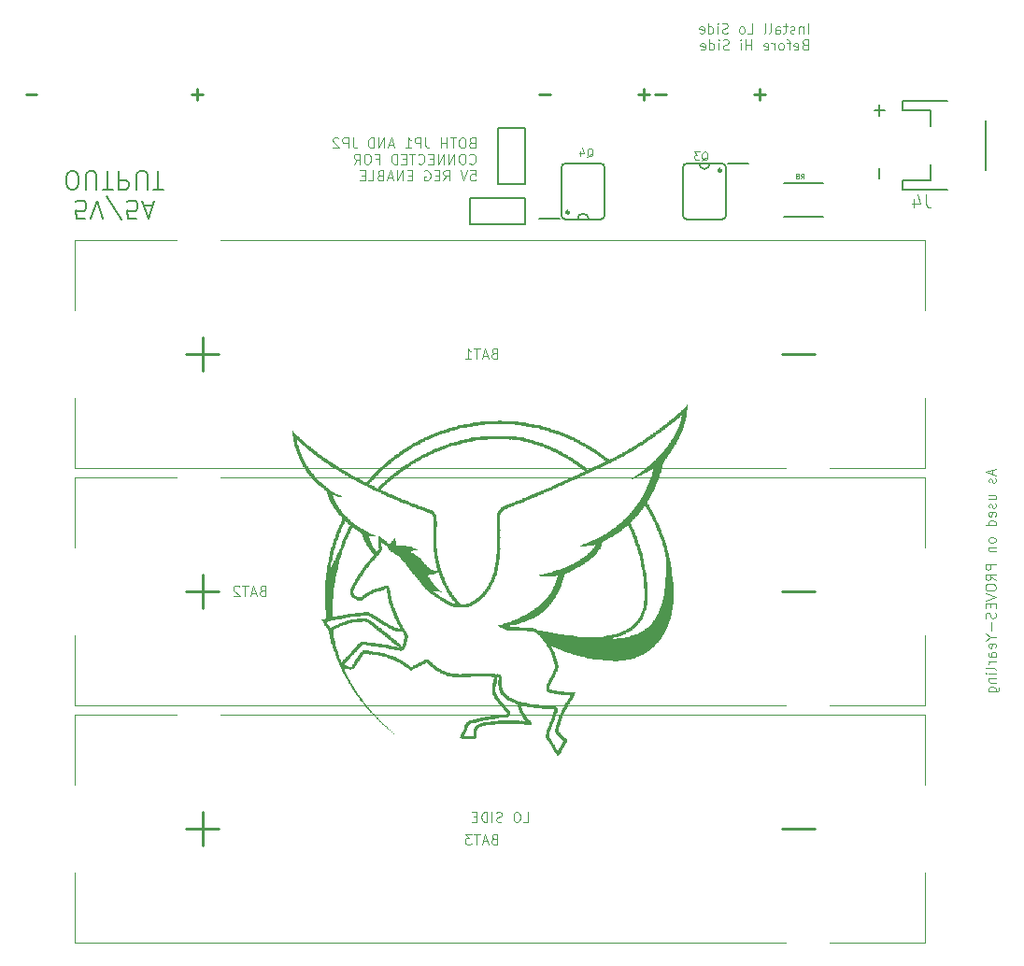
<source format=gbr>
%TF.GenerationSoftware,KiCad,Pcbnew,(6.0.2)*%
%TF.CreationDate,2022-05-05T15:15:48-07:00*%
%TF.ProjectId,Bat_Board_v3.104,4261745f-426f-4617-9264-5f76332e3130,rev?*%
%TF.SameCoordinates,Original*%
%TF.FileFunction,Legend,Bot*%
%TF.FilePolarity,Positive*%
%FSLAX46Y46*%
G04 Gerber Fmt 4.6, Leading zero omitted, Abs format (unit mm)*
G04 Created by KiCad (PCBNEW (6.0.2)) date 2022-05-05 15:15:48*
%MOMM*%
%LPD*%
G01*
G04 APERTURE LIST*
%ADD10C,0.254000*%
%ADD11C,0.127000*%
%ADD12C,0.142240*%
%ADD13C,0.080000*%
%ADD14C,0.073600*%
%ADD15C,0.072000*%
%ADD16C,0.036800*%
%ADD17C,0.093472*%
%ADD18C,0.170688*%
%ADD19C,0.100000*%
%ADD20C,0.152400*%
G04 APERTURE END LIST*
D10*
X157194000Y-61724400D02*
X158194000Y-61724400D01*
D11*
X140444000Y-73474400D02*
X145444000Y-73474400D01*
X145444000Y-71099400D02*
X145444000Y-73474400D01*
X145444000Y-64704400D02*
X142944000Y-64704400D01*
D10*
X155694000Y-61724400D02*
X156694000Y-61724400D01*
D11*
X163819000Y-67974400D02*
X165694000Y-67974400D01*
X140444000Y-71099400D02*
X145444000Y-71099400D01*
D10*
X166194000Y-61724400D02*
X167194000Y-61724400D01*
X166694000Y-61224400D02*
X166694000Y-62224400D01*
X100194000Y-61724400D02*
X101194000Y-61724400D01*
D11*
X145444000Y-64704400D02*
X145444000Y-69784400D01*
D10*
X146694000Y-61724400D02*
X147694000Y-61724400D01*
D11*
X145444000Y-69784400D02*
X142944000Y-69784400D01*
X148569000Y-72974400D02*
X146694000Y-72974400D01*
D10*
X156194000Y-61224400D02*
X156194000Y-62224400D01*
X115194000Y-61724400D02*
X116194000Y-61724400D01*
D11*
X140444000Y-71099400D02*
X140444000Y-73474400D01*
D10*
X115694000Y-61224400D02*
X115694000Y-62224400D01*
D11*
X142944000Y-69784400D02*
X142944000Y-64704400D01*
D12*
X105545626Y-72936960D02*
X104766693Y-72936960D01*
X104688800Y-72158027D01*
X104766693Y-72235920D01*
X104922480Y-72313813D01*
X105311946Y-72313813D01*
X105467733Y-72235920D01*
X105545626Y-72158027D01*
X105623520Y-72002240D01*
X105623520Y-71612773D01*
X105545626Y-71456987D01*
X105467733Y-71379093D01*
X105311946Y-71301200D01*
X104922480Y-71301200D01*
X104766693Y-71379093D01*
X104688800Y-71456987D01*
X106090880Y-72936960D02*
X106636133Y-71301200D01*
X107181386Y-72936960D01*
X108895040Y-73014853D02*
X107492960Y-70911733D01*
X110219226Y-72936960D02*
X109440293Y-72936960D01*
X109362400Y-72158027D01*
X109440293Y-72235920D01*
X109596080Y-72313813D01*
X109985546Y-72313813D01*
X110141333Y-72235920D01*
X110219226Y-72158027D01*
X110297120Y-72002240D01*
X110297120Y-71612773D01*
X110219226Y-71456987D01*
X110141333Y-71379093D01*
X109985546Y-71301200D01*
X109596080Y-71301200D01*
X109440293Y-71379093D01*
X109362400Y-71456987D01*
X110920266Y-71768560D02*
X111699200Y-71768560D01*
X110764480Y-71301200D02*
X111309733Y-72936960D01*
X111854986Y-71301200D01*
X104260386Y-70303386D02*
X104571960Y-70303386D01*
X104727746Y-70225493D01*
X104883533Y-70069706D01*
X104961426Y-69758133D01*
X104961426Y-69212879D01*
X104883533Y-68901306D01*
X104727746Y-68745519D01*
X104571960Y-68667626D01*
X104260386Y-68667626D01*
X104104600Y-68745519D01*
X103948813Y-68901306D01*
X103870920Y-69212879D01*
X103870920Y-69758133D01*
X103948813Y-70069706D01*
X104104600Y-70225493D01*
X104260386Y-70303386D01*
X105662466Y-70303386D02*
X105662466Y-68979199D01*
X105740360Y-68823413D01*
X105818253Y-68745519D01*
X105974040Y-68667626D01*
X106285613Y-68667626D01*
X106441400Y-68745519D01*
X106519293Y-68823413D01*
X106597186Y-68979199D01*
X106597186Y-70303386D01*
X107142440Y-70303386D02*
X108077160Y-70303386D01*
X107609800Y-68667626D02*
X107609800Y-70303386D01*
X108622413Y-68667626D02*
X108622413Y-70303386D01*
X109245560Y-70303386D01*
X109401346Y-70225493D01*
X109479240Y-70147599D01*
X109557133Y-69991813D01*
X109557133Y-69758133D01*
X109479240Y-69602346D01*
X109401346Y-69524453D01*
X109245560Y-69446559D01*
X108622413Y-69446559D01*
X110258173Y-70303386D02*
X110258173Y-68979199D01*
X110336066Y-68823413D01*
X110413960Y-68745519D01*
X110569746Y-68667626D01*
X110881320Y-68667626D01*
X111037106Y-68745519D01*
X111115000Y-68823413D01*
X111192893Y-68979199D01*
X111192893Y-70303386D01*
X111738146Y-70303386D02*
X112672866Y-70303386D01*
X112205506Y-68667626D02*
X112205506Y-70303386D01*
D13*
X187808533Y-95714809D02*
X187808533Y-96152904D01*
X188071390Y-95627190D02*
X187151390Y-95933857D01*
X188071390Y-96240523D01*
X188027580Y-96503380D02*
X188071390Y-96591000D01*
X188071390Y-96766238D01*
X188027580Y-96853857D01*
X187939961Y-96897666D01*
X187896152Y-96897666D01*
X187808533Y-96853857D01*
X187764723Y-96766238D01*
X187764723Y-96634809D01*
X187720914Y-96547190D01*
X187633295Y-96503380D01*
X187589485Y-96503380D01*
X187501866Y-96547190D01*
X187458057Y-96634809D01*
X187458057Y-96766238D01*
X187501866Y-96853857D01*
X187458057Y-98387190D02*
X188071390Y-98387190D01*
X187458057Y-97992904D02*
X187939961Y-97992904D01*
X188027580Y-98036714D01*
X188071390Y-98124333D01*
X188071390Y-98255761D01*
X188027580Y-98343380D01*
X187983771Y-98387190D01*
X188027580Y-98781476D02*
X188071390Y-98869095D01*
X188071390Y-99044333D01*
X188027580Y-99131952D01*
X187939961Y-99175761D01*
X187896152Y-99175761D01*
X187808533Y-99131952D01*
X187764723Y-99044333D01*
X187764723Y-98912904D01*
X187720914Y-98825285D01*
X187633295Y-98781476D01*
X187589485Y-98781476D01*
X187501866Y-98825285D01*
X187458057Y-98912904D01*
X187458057Y-99044333D01*
X187501866Y-99131952D01*
X188027580Y-99920523D02*
X188071390Y-99832904D01*
X188071390Y-99657666D01*
X188027580Y-99570047D01*
X187939961Y-99526238D01*
X187589485Y-99526238D01*
X187501866Y-99570047D01*
X187458057Y-99657666D01*
X187458057Y-99832904D01*
X187501866Y-99920523D01*
X187589485Y-99964333D01*
X187677104Y-99964333D01*
X187764723Y-99526238D01*
X188071390Y-100752904D02*
X187151390Y-100752904D01*
X188027580Y-100752904D02*
X188071390Y-100665285D01*
X188071390Y-100490047D01*
X188027580Y-100402428D01*
X187983771Y-100358619D01*
X187896152Y-100314809D01*
X187633295Y-100314809D01*
X187545676Y-100358619D01*
X187501866Y-100402428D01*
X187458057Y-100490047D01*
X187458057Y-100665285D01*
X187501866Y-100752904D01*
X188071390Y-102023380D02*
X188027580Y-101935761D01*
X187983771Y-101891952D01*
X187896152Y-101848142D01*
X187633295Y-101848142D01*
X187545676Y-101891952D01*
X187501866Y-101935761D01*
X187458057Y-102023380D01*
X187458057Y-102154809D01*
X187501866Y-102242428D01*
X187545676Y-102286238D01*
X187633295Y-102330047D01*
X187896152Y-102330047D01*
X187983771Y-102286238D01*
X188027580Y-102242428D01*
X188071390Y-102154809D01*
X188071390Y-102023380D01*
X187458057Y-102724333D02*
X188071390Y-102724333D01*
X187545676Y-102724333D02*
X187501866Y-102768142D01*
X187458057Y-102855761D01*
X187458057Y-102987190D01*
X187501866Y-103074809D01*
X187589485Y-103118619D01*
X188071390Y-103118619D01*
X188071390Y-104257666D02*
X187151390Y-104257666D01*
X187151390Y-104608142D01*
X187195200Y-104695761D01*
X187239009Y-104739571D01*
X187326628Y-104783380D01*
X187458057Y-104783380D01*
X187545676Y-104739571D01*
X187589485Y-104695761D01*
X187633295Y-104608142D01*
X187633295Y-104257666D01*
X188071390Y-105703380D02*
X187633295Y-105396714D01*
X188071390Y-105177666D02*
X187151390Y-105177666D01*
X187151390Y-105528142D01*
X187195200Y-105615761D01*
X187239009Y-105659571D01*
X187326628Y-105703380D01*
X187458057Y-105703380D01*
X187545676Y-105659571D01*
X187589485Y-105615761D01*
X187633295Y-105528142D01*
X187633295Y-105177666D01*
X187151390Y-106272904D02*
X187151390Y-106448142D01*
X187195200Y-106535761D01*
X187282819Y-106623380D01*
X187458057Y-106667190D01*
X187764723Y-106667190D01*
X187939961Y-106623380D01*
X188027580Y-106535761D01*
X188071390Y-106448142D01*
X188071390Y-106272904D01*
X188027580Y-106185285D01*
X187939961Y-106097666D01*
X187764723Y-106053857D01*
X187458057Y-106053857D01*
X187282819Y-106097666D01*
X187195200Y-106185285D01*
X187151390Y-106272904D01*
X187151390Y-106930047D02*
X188071390Y-107236714D01*
X187151390Y-107543380D01*
X187589485Y-107850047D02*
X187589485Y-108156714D01*
X188071390Y-108288142D02*
X188071390Y-107850047D01*
X187151390Y-107850047D01*
X187151390Y-108288142D01*
X188027580Y-108638619D02*
X188071390Y-108770047D01*
X188071390Y-108989095D01*
X188027580Y-109076714D01*
X187983771Y-109120523D01*
X187896152Y-109164333D01*
X187808533Y-109164333D01*
X187720914Y-109120523D01*
X187677104Y-109076714D01*
X187633295Y-108989095D01*
X187589485Y-108813857D01*
X187545676Y-108726238D01*
X187501866Y-108682428D01*
X187414247Y-108638619D01*
X187326628Y-108638619D01*
X187239009Y-108682428D01*
X187195200Y-108726238D01*
X187151390Y-108813857D01*
X187151390Y-109032904D01*
X187195200Y-109164333D01*
X187720914Y-109558619D02*
X187720914Y-110259571D01*
X187633295Y-110872904D02*
X188071390Y-110872904D01*
X187151390Y-110566238D02*
X187633295Y-110872904D01*
X187151390Y-111179571D01*
X188027580Y-111836714D02*
X188071390Y-111749095D01*
X188071390Y-111573857D01*
X188027580Y-111486238D01*
X187939961Y-111442428D01*
X187589485Y-111442428D01*
X187501866Y-111486238D01*
X187458057Y-111573857D01*
X187458057Y-111749095D01*
X187501866Y-111836714D01*
X187589485Y-111880523D01*
X187677104Y-111880523D01*
X187764723Y-111442428D01*
X188071390Y-112669095D02*
X187589485Y-112669095D01*
X187501866Y-112625285D01*
X187458057Y-112537666D01*
X187458057Y-112362428D01*
X187501866Y-112274809D01*
X188027580Y-112669095D02*
X188071390Y-112581476D01*
X188071390Y-112362428D01*
X188027580Y-112274809D01*
X187939961Y-112231000D01*
X187852342Y-112231000D01*
X187764723Y-112274809D01*
X187720914Y-112362428D01*
X187720914Y-112581476D01*
X187677104Y-112669095D01*
X188071390Y-113107190D02*
X187458057Y-113107190D01*
X187633295Y-113107190D02*
X187545676Y-113151000D01*
X187501866Y-113194809D01*
X187458057Y-113282428D01*
X187458057Y-113370047D01*
X188071390Y-113808142D02*
X188027580Y-113720523D01*
X187939961Y-113676714D01*
X187151390Y-113676714D01*
X188071390Y-114158619D02*
X187458057Y-114158619D01*
X187151390Y-114158619D02*
X187195200Y-114114809D01*
X187239009Y-114158619D01*
X187195200Y-114202428D01*
X187151390Y-114158619D01*
X187239009Y-114158619D01*
X187458057Y-114596714D02*
X188071390Y-114596714D01*
X187545676Y-114596714D02*
X187501866Y-114640523D01*
X187458057Y-114728142D01*
X187458057Y-114859571D01*
X187501866Y-114947190D01*
X187589485Y-114991000D01*
X188071390Y-114991000D01*
X187458057Y-115823380D02*
X188202819Y-115823380D01*
X188290438Y-115779571D01*
X188334247Y-115735761D01*
X188378057Y-115648142D01*
X188378057Y-115516714D01*
X188334247Y-115429095D01*
X188027580Y-115823380D02*
X188071390Y-115735761D01*
X188071390Y-115560523D01*
X188027580Y-115472904D01*
X187983771Y-115429095D01*
X187896152Y-115385285D01*
X187633295Y-115385285D01*
X187545676Y-115429095D01*
X187501866Y-115472904D01*
X187458057Y-115560523D01*
X187458057Y-115735761D01*
X187501866Y-115823380D01*
X140616285Y-66052485D02*
X140484857Y-66096295D01*
X140441047Y-66140104D01*
X140397238Y-66227723D01*
X140397238Y-66359152D01*
X140441047Y-66446771D01*
X140484857Y-66490580D01*
X140572476Y-66534390D01*
X140922952Y-66534390D01*
X140922952Y-65614390D01*
X140616285Y-65614390D01*
X140528666Y-65658200D01*
X140484857Y-65702009D01*
X140441047Y-65789628D01*
X140441047Y-65877247D01*
X140484857Y-65964866D01*
X140528666Y-66008676D01*
X140616285Y-66052485D01*
X140922952Y-66052485D01*
X139827714Y-65614390D02*
X139652476Y-65614390D01*
X139564857Y-65658200D01*
X139477238Y-65745819D01*
X139433428Y-65921057D01*
X139433428Y-66227723D01*
X139477238Y-66402961D01*
X139564857Y-66490580D01*
X139652476Y-66534390D01*
X139827714Y-66534390D01*
X139915333Y-66490580D01*
X140002952Y-66402961D01*
X140046761Y-66227723D01*
X140046761Y-65921057D01*
X140002952Y-65745819D01*
X139915333Y-65658200D01*
X139827714Y-65614390D01*
X139170571Y-65614390D02*
X138644857Y-65614390D01*
X138907714Y-66534390D02*
X138907714Y-65614390D01*
X138338190Y-66534390D02*
X138338190Y-65614390D01*
X138338190Y-66052485D02*
X137812476Y-66052485D01*
X137812476Y-66534390D02*
X137812476Y-65614390D01*
X136410571Y-65614390D02*
X136410571Y-66271533D01*
X136454380Y-66402961D01*
X136542000Y-66490580D01*
X136673428Y-66534390D01*
X136761047Y-66534390D01*
X135972476Y-66534390D02*
X135972476Y-65614390D01*
X135622000Y-65614390D01*
X135534380Y-65658200D01*
X135490571Y-65702009D01*
X135446761Y-65789628D01*
X135446761Y-65921057D01*
X135490571Y-66008676D01*
X135534380Y-66052485D01*
X135622000Y-66096295D01*
X135972476Y-66096295D01*
X134570571Y-66534390D02*
X135096285Y-66534390D01*
X134833428Y-66534390D02*
X134833428Y-65614390D01*
X134921047Y-65745819D01*
X135008666Y-65833438D01*
X135096285Y-65877247D01*
X133519142Y-66271533D02*
X133081047Y-66271533D01*
X133606761Y-66534390D02*
X133300095Y-65614390D01*
X132993428Y-66534390D01*
X132686761Y-66534390D02*
X132686761Y-65614390D01*
X132161047Y-66534390D01*
X132161047Y-65614390D01*
X131722952Y-66534390D02*
X131722952Y-65614390D01*
X131503904Y-65614390D01*
X131372476Y-65658200D01*
X131284857Y-65745819D01*
X131241047Y-65833438D01*
X131197238Y-66008676D01*
X131197238Y-66140104D01*
X131241047Y-66315342D01*
X131284857Y-66402961D01*
X131372476Y-66490580D01*
X131503904Y-66534390D01*
X131722952Y-66534390D01*
X129839142Y-65614390D02*
X129839142Y-66271533D01*
X129882952Y-66402961D01*
X129970571Y-66490580D01*
X130102000Y-66534390D01*
X130189619Y-66534390D01*
X129401047Y-66534390D02*
X129401047Y-65614390D01*
X129050571Y-65614390D01*
X128962952Y-65658200D01*
X128919142Y-65702009D01*
X128875333Y-65789628D01*
X128875333Y-65921057D01*
X128919142Y-66008676D01*
X128962952Y-66052485D01*
X129050571Y-66096295D01*
X129401047Y-66096295D01*
X128524857Y-65702009D02*
X128481047Y-65658200D01*
X128393428Y-65614390D01*
X128174380Y-65614390D01*
X128086761Y-65658200D01*
X128042952Y-65702009D01*
X127999142Y-65789628D01*
X127999142Y-65877247D01*
X128042952Y-66008676D01*
X128568666Y-66534390D01*
X127999142Y-66534390D01*
X140397238Y-67927971D02*
X140441047Y-67971780D01*
X140572476Y-68015590D01*
X140660095Y-68015590D01*
X140791523Y-67971780D01*
X140879142Y-67884161D01*
X140922952Y-67796542D01*
X140966761Y-67621304D01*
X140966761Y-67489876D01*
X140922952Y-67314638D01*
X140879142Y-67227019D01*
X140791523Y-67139400D01*
X140660095Y-67095590D01*
X140572476Y-67095590D01*
X140441047Y-67139400D01*
X140397238Y-67183209D01*
X139827714Y-67095590D02*
X139652476Y-67095590D01*
X139564857Y-67139400D01*
X139477238Y-67227019D01*
X139433428Y-67402257D01*
X139433428Y-67708923D01*
X139477238Y-67884161D01*
X139564857Y-67971780D01*
X139652476Y-68015590D01*
X139827714Y-68015590D01*
X139915333Y-67971780D01*
X140002952Y-67884161D01*
X140046761Y-67708923D01*
X140046761Y-67402257D01*
X140002952Y-67227019D01*
X139915333Y-67139400D01*
X139827714Y-67095590D01*
X139039142Y-68015590D02*
X139039142Y-67095590D01*
X138513428Y-68015590D01*
X138513428Y-67095590D01*
X138075333Y-68015590D02*
X138075333Y-67095590D01*
X137549619Y-68015590D01*
X137549619Y-67095590D01*
X137111523Y-67533685D02*
X136804857Y-67533685D01*
X136673428Y-68015590D02*
X137111523Y-68015590D01*
X137111523Y-67095590D01*
X136673428Y-67095590D01*
X135753428Y-67927971D02*
X135797238Y-67971780D01*
X135928666Y-68015590D01*
X136016285Y-68015590D01*
X136147714Y-67971780D01*
X136235333Y-67884161D01*
X136279142Y-67796542D01*
X136322952Y-67621304D01*
X136322952Y-67489876D01*
X136279142Y-67314638D01*
X136235333Y-67227019D01*
X136147714Y-67139400D01*
X136016285Y-67095590D01*
X135928666Y-67095590D01*
X135797238Y-67139400D01*
X135753428Y-67183209D01*
X135490571Y-67095590D02*
X134964857Y-67095590D01*
X135227714Y-68015590D02*
X135227714Y-67095590D01*
X134658190Y-67533685D02*
X134351523Y-67533685D01*
X134220095Y-68015590D02*
X134658190Y-68015590D01*
X134658190Y-67095590D01*
X134220095Y-67095590D01*
X133825809Y-68015590D02*
X133825809Y-67095590D01*
X133606761Y-67095590D01*
X133475333Y-67139400D01*
X133387714Y-67227019D01*
X133343904Y-67314638D01*
X133300095Y-67489876D01*
X133300095Y-67621304D01*
X133343904Y-67796542D01*
X133387714Y-67884161D01*
X133475333Y-67971780D01*
X133606761Y-68015590D01*
X133825809Y-68015590D01*
X131898190Y-67533685D02*
X132204857Y-67533685D01*
X132204857Y-68015590D02*
X132204857Y-67095590D01*
X131766761Y-67095590D01*
X131241047Y-67095590D02*
X131065809Y-67095590D01*
X130978190Y-67139400D01*
X130890571Y-67227019D01*
X130846761Y-67402257D01*
X130846761Y-67708923D01*
X130890571Y-67884161D01*
X130978190Y-67971780D01*
X131065809Y-68015590D01*
X131241047Y-68015590D01*
X131328666Y-67971780D01*
X131416285Y-67884161D01*
X131460095Y-67708923D01*
X131460095Y-67402257D01*
X131416285Y-67227019D01*
X131328666Y-67139400D01*
X131241047Y-67095590D01*
X129926761Y-68015590D02*
X130233428Y-67577495D01*
X130452476Y-68015590D02*
X130452476Y-67095590D01*
X130102000Y-67095590D01*
X130014380Y-67139400D01*
X129970571Y-67183209D01*
X129926761Y-67270828D01*
X129926761Y-67402257D01*
X129970571Y-67489876D01*
X130014380Y-67533685D01*
X130102000Y-67577495D01*
X130452476Y-67577495D01*
X140484857Y-68576790D02*
X140922952Y-68576790D01*
X140966761Y-69014885D01*
X140922952Y-68971076D01*
X140835333Y-68927266D01*
X140616285Y-68927266D01*
X140528666Y-68971076D01*
X140484857Y-69014885D01*
X140441047Y-69102504D01*
X140441047Y-69321552D01*
X140484857Y-69409171D01*
X140528666Y-69452980D01*
X140616285Y-69496790D01*
X140835333Y-69496790D01*
X140922952Y-69452980D01*
X140966761Y-69409171D01*
X140178190Y-68576790D02*
X139871523Y-69496790D01*
X139564857Y-68576790D01*
X138031523Y-69496790D02*
X138338190Y-69058695D01*
X138557238Y-69496790D02*
X138557238Y-68576790D01*
X138206761Y-68576790D01*
X138119142Y-68620600D01*
X138075333Y-68664409D01*
X138031523Y-68752028D01*
X138031523Y-68883457D01*
X138075333Y-68971076D01*
X138119142Y-69014885D01*
X138206761Y-69058695D01*
X138557238Y-69058695D01*
X137637238Y-69014885D02*
X137330571Y-69014885D01*
X137199142Y-69496790D02*
X137637238Y-69496790D01*
X137637238Y-68576790D01*
X137199142Y-68576790D01*
X136322952Y-68620600D02*
X136410571Y-68576790D01*
X136542000Y-68576790D01*
X136673428Y-68620600D01*
X136761047Y-68708219D01*
X136804857Y-68795838D01*
X136848666Y-68971076D01*
X136848666Y-69102504D01*
X136804857Y-69277742D01*
X136761047Y-69365361D01*
X136673428Y-69452980D01*
X136542000Y-69496790D01*
X136454380Y-69496790D01*
X136322952Y-69452980D01*
X136279142Y-69409171D01*
X136279142Y-69102504D01*
X136454380Y-69102504D01*
X135183904Y-69014885D02*
X134877238Y-69014885D01*
X134745809Y-69496790D02*
X135183904Y-69496790D01*
X135183904Y-68576790D01*
X134745809Y-68576790D01*
X134351523Y-69496790D02*
X134351523Y-68576790D01*
X133825809Y-69496790D01*
X133825809Y-68576790D01*
X133431523Y-69233933D02*
X132993428Y-69233933D01*
X133519142Y-69496790D02*
X133212476Y-68576790D01*
X132905809Y-69496790D01*
X132292476Y-69014885D02*
X132161047Y-69058695D01*
X132117238Y-69102504D01*
X132073428Y-69190123D01*
X132073428Y-69321552D01*
X132117238Y-69409171D01*
X132161047Y-69452980D01*
X132248666Y-69496790D01*
X132599142Y-69496790D01*
X132599142Y-68576790D01*
X132292476Y-68576790D01*
X132204857Y-68620600D01*
X132161047Y-68664409D01*
X132117238Y-68752028D01*
X132117238Y-68839647D01*
X132161047Y-68927266D01*
X132204857Y-68971076D01*
X132292476Y-69014885D01*
X132599142Y-69014885D01*
X131241047Y-69496790D02*
X131679142Y-69496790D01*
X131679142Y-68576790D01*
X130934380Y-69014885D02*
X130627714Y-69014885D01*
X130496285Y-69496790D02*
X130934380Y-69496790D01*
X130934380Y-68576790D01*
X130496285Y-68576790D01*
X171077352Y-56165190D02*
X171077352Y-55245190D01*
X170639257Y-55551857D02*
X170639257Y-56165190D01*
X170639257Y-55639476D02*
X170595447Y-55595666D01*
X170507828Y-55551857D01*
X170376400Y-55551857D01*
X170288780Y-55595666D01*
X170244971Y-55683285D01*
X170244971Y-56165190D01*
X169850685Y-56121380D02*
X169763066Y-56165190D01*
X169587828Y-56165190D01*
X169500209Y-56121380D01*
X169456400Y-56033761D01*
X169456400Y-55989952D01*
X169500209Y-55902333D01*
X169587828Y-55858523D01*
X169719257Y-55858523D01*
X169806876Y-55814714D01*
X169850685Y-55727095D01*
X169850685Y-55683285D01*
X169806876Y-55595666D01*
X169719257Y-55551857D01*
X169587828Y-55551857D01*
X169500209Y-55595666D01*
X169193542Y-55551857D02*
X168843066Y-55551857D01*
X169062114Y-55245190D02*
X169062114Y-56033761D01*
X169018304Y-56121380D01*
X168930685Y-56165190D01*
X168843066Y-56165190D01*
X168142114Y-56165190D02*
X168142114Y-55683285D01*
X168185923Y-55595666D01*
X168273542Y-55551857D01*
X168448780Y-55551857D01*
X168536400Y-55595666D01*
X168142114Y-56121380D02*
X168229733Y-56165190D01*
X168448780Y-56165190D01*
X168536400Y-56121380D01*
X168580209Y-56033761D01*
X168580209Y-55946142D01*
X168536400Y-55858523D01*
X168448780Y-55814714D01*
X168229733Y-55814714D01*
X168142114Y-55770904D01*
X167572590Y-56165190D02*
X167660209Y-56121380D01*
X167704019Y-56033761D01*
X167704019Y-55245190D01*
X167090685Y-56165190D02*
X167178304Y-56121380D01*
X167222114Y-56033761D01*
X167222114Y-55245190D01*
X165601161Y-56165190D02*
X166039257Y-56165190D01*
X166039257Y-55245190D01*
X165163066Y-56165190D02*
X165250685Y-56121380D01*
X165294495Y-56077571D01*
X165338304Y-55989952D01*
X165338304Y-55727095D01*
X165294495Y-55639476D01*
X165250685Y-55595666D01*
X165163066Y-55551857D01*
X165031638Y-55551857D01*
X164944019Y-55595666D01*
X164900209Y-55639476D01*
X164856400Y-55727095D01*
X164856400Y-55989952D01*
X164900209Y-56077571D01*
X164944019Y-56121380D01*
X165031638Y-56165190D01*
X165163066Y-56165190D01*
X163804971Y-56121380D02*
X163673542Y-56165190D01*
X163454495Y-56165190D01*
X163366876Y-56121380D01*
X163323066Y-56077571D01*
X163279257Y-55989952D01*
X163279257Y-55902333D01*
X163323066Y-55814714D01*
X163366876Y-55770904D01*
X163454495Y-55727095D01*
X163629733Y-55683285D01*
X163717352Y-55639476D01*
X163761161Y-55595666D01*
X163804971Y-55508047D01*
X163804971Y-55420428D01*
X163761161Y-55332809D01*
X163717352Y-55289000D01*
X163629733Y-55245190D01*
X163410685Y-55245190D01*
X163279257Y-55289000D01*
X162884971Y-56165190D02*
X162884971Y-55551857D01*
X162884971Y-55245190D02*
X162928780Y-55289000D01*
X162884971Y-55332809D01*
X162841161Y-55289000D01*
X162884971Y-55245190D01*
X162884971Y-55332809D01*
X162052590Y-56165190D02*
X162052590Y-55245190D01*
X162052590Y-56121380D02*
X162140209Y-56165190D01*
X162315447Y-56165190D01*
X162403066Y-56121380D01*
X162446876Y-56077571D01*
X162490685Y-55989952D01*
X162490685Y-55727095D01*
X162446876Y-55639476D01*
X162403066Y-55595666D01*
X162315447Y-55551857D01*
X162140209Y-55551857D01*
X162052590Y-55595666D01*
X161264019Y-56121380D02*
X161351638Y-56165190D01*
X161526876Y-56165190D01*
X161614495Y-56121380D01*
X161658304Y-56033761D01*
X161658304Y-55683285D01*
X161614495Y-55595666D01*
X161526876Y-55551857D01*
X161351638Y-55551857D01*
X161264019Y-55595666D01*
X161220209Y-55683285D01*
X161220209Y-55770904D01*
X161658304Y-55858523D01*
X170770685Y-57164485D02*
X170639257Y-57208295D01*
X170595447Y-57252104D01*
X170551638Y-57339723D01*
X170551638Y-57471152D01*
X170595447Y-57558771D01*
X170639257Y-57602580D01*
X170726876Y-57646390D01*
X171077352Y-57646390D01*
X171077352Y-56726390D01*
X170770685Y-56726390D01*
X170683066Y-56770200D01*
X170639257Y-56814009D01*
X170595447Y-56901628D01*
X170595447Y-56989247D01*
X170639257Y-57076866D01*
X170683066Y-57120676D01*
X170770685Y-57164485D01*
X171077352Y-57164485D01*
X169806876Y-57602580D02*
X169894495Y-57646390D01*
X170069733Y-57646390D01*
X170157352Y-57602580D01*
X170201161Y-57514961D01*
X170201161Y-57164485D01*
X170157352Y-57076866D01*
X170069733Y-57033057D01*
X169894495Y-57033057D01*
X169806876Y-57076866D01*
X169763066Y-57164485D01*
X169763066Y-57252104D01*
X170201161Y-57339723D01*
X169500209Y-57033057D02*
X169149733Y-57033057D01*
X169368780Y-57646390D02*
X169368780Y-56857819D01*
X169324971Y-56770200D01*
X169237352Y-56726390D01*
X169149733Y-56726390D01*
X168711638Y-57646390D02*
X168799257Y-57602580D01*
X168843066Y-57558771D01*
X168886876Y-57471152D01*
X168886876Y-57208295D01*
X168843066Y-57120676D01*
X168799257Y-57076866D01*
X168711638Y-57033057D01*
X168580209Y-57033057D01*
X168492590Y-57076866D01*
X168448780Y-57120676D01*
X168404971Y-57208295D01*
X168404971Y-57471152D01*
X168448780Y-57558771D01*
X168492590Y-57602580D01*
X168580209Y-57646390D01*
X168711638Y-57646390D01*
X168010685Y-57646390D02*
X168010685Y-57033057D01*
X168010685Y-57208295D02*
X167966876Y-57120676D01*
X167923066Y-57076866D01*
X167835447Y-57033057D01*
X167747828Y-57033057D01*
X167090685Y-57602580D02*
X167178304Y-57646390D01*
X167353542Y-57646390D01*
X167441161Y-57602580D01*
X167484971Y-57514961D01*
X167484971Y-57164485D01*
X167441161Y-57076866D01*
X167353542Y-57033057D01*
X167178304Y-57033057D01*
X167090685Y-57076866D01*
X167046876Y-57164485D01*
X167046876Y-57252104D01*
X167484971Y-57339723D01*
X165951638Y-57646390D02*
X165951638Y-56726390D01*
X165951638Y-57164485D02*
X165425923Y-57164485D01*
X165425923Y-57646390D02*
X165425923Y-56726390D01*
X164987828Y-57646390D02*
X164987828Y-57033057D01*
X164987828Y-56726390D02*
X165031638Y-56770200D01*
X164987828Y-56814009D01*
X164944019Y-56770200D01*
X164987828Y-56726390D01*
X164987828Y-56814009D01*
X163892590Y-57602580D02*
X163761161Y-57646390D01*
X163542114Y-57646390D01*
X163454495Y-57602580D01*
X163410685Y-57558771D01*
X163366876Y-57471152D01*
X163366876Y-57383533D01*
X163410685Y-57295914D01*
X163454495Y-57252104D01*
X163542114Y-57208295D01*
X163717352Y-57164485D01*
X163804971Y-57120676D01*
X163848780Y-57076866D01*
X163892590Y-56989247D01*
X163892590Y-56901628D01*
X163848780Y-56814009D01*
X163804971Y-56770200D01*
X163717352Y-56726390D01*
X163498304Y-56726390D01*
X163366876Y-56770200D01*
X162972590Y-57646390D02*
X162972590Y-57033057D01*
X162972590Y-56726390D02*
X163016400Y-56770200D01*
X162972590Y-56814009D01*
X162928780Y-56770200D01*
X162972590Y-56726390D01*
X162972590Y-56814009D01*
X162140209Y-57646390D02*
X162140209Y-56726390D01*
X162140209Y-57602580D02*
X162227828Y-57646390D01*
X162403066Y-57646390D01*
X162490685Y-57602580D01*
X162534495Y-57558771D01*
X162578304Y-57471152D01*
X162578304Y-57208295D01*
X162534495Y-57120676D01*
X162490685Y-57076866D01*
X162403066Y-57033057D01*
X162227828Y-57033057D01*
X162140209Y-57076866D01*
X161351638Y-57602580D02*
X161439257Y-57646390D01*
X161614495Y-57646390D01*
X161702114Y-57602580D01*
X161745923Y-57514961D01*
X161745923Y-57164485D01*
X161702114Y-57076866D01*
X161614495Y-57033057D01*
X161439257Y-57033057D01*
X161351638Y-57076866D01*
X161307828Y-57164485D01*
X161307828Y-57252104D01*
X161745923Y-57339723D01*
X145274952Y-127640590D02*
X145713047Y-127640590D01*
X145713047Y-126720590D01*
X144793047Y-126720590D02*
X144617809Y-126720590D01*
X144530190Y-126764400D01*
X144442571Y-126852019D01*
X144398761Y-127027257D01*
X144398761Y-127333923D01*
X144442571Y-127509161D01*
X144530190Y-127596780D01*
X144617809Y-127640590D01*
X144793047Y-127640590D01*
X144880666Y-127596780D01*
X144968285Y-127509161D01*
X145012095Y-127333923D01*
X145012095Y-127027257D01*
X144968285Y-126852019D01*
X144880666Y-126764400D01*
X144793047Y-126720590D01*
X143347333Y-127596780D02*
X143215904Y-127640590D01*
X142996857Y-127640590D01*
X142909238Y-127596780D01*
X142865428Y-127552971D01*
X142821619Y-127465352D01*
X142821619Y-127377733D01*
X142865428Y-127290114D01*
X142909238Y-127246304D01*
X142996857Y-127202495D01*
X143172095Y-127158685D01*
X143259714Y-127114876D01*
X143303523Y-127071066D01*
X143347333Y-126983447D01*
X143347333Y-126895828D01*
X143303523Y-126808209D01*
X143259714Y-126764400D01*
X143172095Y-126720590D01*
X142953047Y-126720590D01*
X142821619Y-126764400D01*
X142427333Y-127640590D02*
X142427333Y-126720590D01*
X141989238Y-127640590D02*
X141989238Y-126720590D01*
X141770190Y-126720590D01*
X141638761Y-126764400D01*
X141551142Y-126852019D01*
X141507333Y-126939638D01*
X141463523Y-127114876D01*
X141463523Y-127246304D01*
X141507333Y-127421542D01*
X141551142Y-127509161D01*
X141638761Y-127596780D01*
X141770190Y-127640590D01*
X141989238Y-127640590D01*
X141069238Y-127158685D02*
X140762571Y-127158685D01*
X140631142Y-127640590D02*
X141069238Y-127640590D01*
X141069238Y-126720590D01*
X140631142Y-126720590D01*
D14*
%TO.C,BAT3*%
X142616788Y-129158228D02*
X142484445Y-129202342D01*
X142440331Y-129246457D01*
X142396217Y-129334685D01*
X142396217Y-129467028D01*
X142440331Y-129555257D01*
X142484445Y-129599371D01*
X142572674Y-129643485D01*
X142925588Y-129643485D01*
X142925588Y-128717085D01*
X142616788Y-128717085D01*
X142528560Y-128761200D01*
X142484445Y-128805314D01*
X142440331Y-128893542D01*
X142440331Y-128981771D01*
X142484445Y-129070000D01*
X142528560Y-129114114D01*
X142616788Y-129158228D01*
X142925588Y-129158228D01*
X142043302Y-129378800D02*
X141602160Y-129378800D01*
X142131531Y-129643485D02*
X141822731Y-128717085D01*
X141513931Y-129643485D01*
X141337474Y-128717085D02*
X140808102Y-128717085D01*
X141072788Y-129643485D02*
X141072788Y-128717085D01*
X140587531Y-128717085D02*
X140014045Y-128717085D01*
X140322845Y-129070000D01*
X140190502Y-129070000D01*
X140102274Y-129114114D01*
X140058160Y-129158228D01*
X140014045Y-129246457D01*
X140014045Y-129467028D01*
X140058160Y-129555257D01*
X140102274Y-129599371D01*
X140190502Y-129643485D01*
X140455188Y-129643485D01*
X140543417Y-129599371D01*
X140587531Y-129555257D01*
D15*
%TO.C,Q4*%
X151038133Y-67373066D02*
X151107466Y-67338400D01*
X151176800Y-67269066D01*
X151280800Y-67165066D01*
X151350133Y-67130400D01*
X151419466Y-67130400D01*
X151384800Y-67303733D02*
X151454133Y-67269066D01*
X151523466Y-67199733D01*
X151558133Y-67061066D01*
X151558133Y-66818400D01*
X151523466Y-66679733D01*
X151454133Y-66610400D01*
X151384800Y-66575733D01*
X151246133Y-66575733D01*
X151176800Y-66610400D01*
X151107466Y-66679733D01*
X151072800Y-66818400D01*
X151072800Y-67061066D01*
X151107466Y-67199733D01*
X151176800Y-67269066D01*
X151246133Y-67303733D01*
X151384800Y-67303733D01*
X150448800Y-66818400D02*
X150448800Y-67303733D01*
X150622133Y-66541066D02*
X150795466Y-67061066D01*
X150344800Y-67061066D01*
D14*
%TO.C,BAT2*%
X121616788Y-106658228D02*
X121484445Y-106702342D01*
X121440331Y-106746457D01*
X121396217Y-106834685D01*
X121396217Y-106967028D01*
X121440331Y-107055257D01*
X121484445Y-107099371D01*
X121572674Y-107143485D01*
X121925588Y-107143485D01*
X121925588Y-106217085D01*
X121616788Y-106217085D01*
X121528560Y-106261200D01*
X121484445Y-106305314D01*
X121440331Y-106393542D01*
X121440331Y-106481771D01*
X121484445Y-106570000D01*
X121528560Y-106614114D01*
X121616788Y-106658228D01*
X121925588Y-106658228D01*
X121043302Y-106878800D02*
X120602160Y-106878800D01*
X121131531Y-107143485D02*
X120822731Y-106217085D01*
X120513931Y-107143485D01*
X120337474Y-106217085D02*
X119808102Y-106217085D01*
X120072788Y-107143485D02*
X120072788Y-106217085D01*
X119543417Y-106305314D02*
X119499302Y-106261200D01*
X119411074Y-106217085D01*
X119190502Y-106217085D01*
X119102274Y-106261200D01*
X119058160Y-106305314D01*
X119014045Y-106393542D01*
X119014045Y-106481771D01*
X119058160Y-106614114D01*
X119587531Y-107143485D01*
X119014045Y-107143485D01*
D15*
%TO.C,Q3*%
X161448133Y-67683266D02*
X161517466Y-67648600D01*
X161586800Y-67579266D01*
X161690800Y-67475266D01*
X161760133Y-67440600D01*
X161829466Y-67440600D01*
X161794800Y-67613933D02*
X161864133Y-67579266D01*
X161933466Y-67509933D01*
X161968133Y-67371266D01*
X161968133Y-67128600D01*
X161933466Y-66989933D01*
X161864133Y-66920600D01*
X161794800Y-66885933D01*
X161656133Y-66885933D01*
X161586800Y-66920600D01*
X161517466Y-66989933D01*
X161482800Y-67128600D01*
X161482800Y-67371266D01*
X161517466Y-67509933D01*
X161586800Y-67579266D01*
X161656133Y-67613933D01*
X161794800Y-67613933D01*
X161240133Y-66885933D02*
X160789466Y-66885933D01*
X161032133Y-67163266D01*
X160928133Y-67163266D01*
X160858800Y-67197933D01*
X160824133Y-67232600D01*
X160789466Y-67301933D01*
X160789466Y-67475266D01*
X160824133Y-67544600D01*
X160858800Y-67579266D01*
X160928133Y-67613933D01*
X161136133Y-67613933D01*
X161205466Y-67579266D01*
X161240133Y-67544600D01*
D16*
%TO.C,R8*%
X170441508Y-69348342D02*
X170595908Y-69127771D01*
X170706194Y-69348342D02*
X170706194Y-68885142D01*
X170529737Y-68885142D01*
X170485622Y-68907200D01*
X170463565Y-68929257D01*
X170441508Y-68973371D01*
X170441508Y-69039542D01*
X170463565Y-69083657D01*
X170485622Y-69105714D01*
X170529737Y-69127771D01*
X170706194Y-69127771D01*
X170176822Y-69083657D02*
X170220937Y-69061600D01*
X170242994Y-69039542D01*
X170265051Y-68995428D01*
X170265051Y-68973371D01*
X170242994Y-68929257D01*
X170220937Y-68907200D01*
X170176822Y-68885142D01*
X170088594Y-68885142D01*
X170044480Y-68907200D01*
X170022422Y-68929257D01*
X170000365Y-68973371D01*
X170000365Y-68995428D01*
X170022422Y-69039542D01*
X170044480Y-69061600D01*
X170088594Y-69083657D01*
X170176822Y-69083657D01*
X170220937Y-69105714D01*
X170242994Y-69127771D01*
X170265051Y-69171885D01*
X170265051Y-69260114D01*
X170242994Y-69304228D01*
X170220937Y-69326285D01*
X170176822Y-69348342D01*
X170088594Y-69348342D01*
X170044480Y-69326285D01*
X170022422Y-69304228D01*
X170000365Y-69260114D01*
X170000365Y-69171885D01*
X170022422Y-69127771D01*
X170044480Y-69105714D01*
X170088594Y-69083657D01*
D14*
%TO.C,BAT1*%
X142616788Y-85158228D02*
X142484445Y-85202342D01*
X142440331Y-85246457D01*
X142396217Y-85334685D01*
X142396217Y-85467028D01*
X142440331Y-85555257D01*
X142484445Y-85599371D01*
X142572674Y-85643485D01*
X142925588Y-85643485D01*
X142925588Y-84717085D01*
X142616788Y-84717085D01*
X142528560Y-84761200D01*
X142484445Y-84805314D01*
X142440331Y-84893542D01*
X142440331Y-84981771D01*
X142484445Y-85070000D01*
X142528560Y-85114114D01*
X142616788Y-85158228D01*
X142925588Y-85158228D01*
X142043302Y-85378800D02*
X141602160Y-85378800D01*
X142131531Y-85643485D02*
X141822731Y-84717085D01*
X141513931Y-85643485D01*
X141337474Y-84717085D02*
X140808102Y-84717085D01*
X141072788Y-85643485D02*
X141072788Y-84717085D01*
X140014045Y-85643485D02*
X140543417Y-85643485D01*
X140278731Y-85643485D02*
X140278731Y-84717085D01*
X140366960Y-84849428D01*
X140455188Y-84937657D01*
X140543417Y-84981771D01*
D17*
%TO.C,J4*%
X181752973Y-70775715D02*
X181752973Y-71616093D01*
X181808998Y-71784168D01*
X181921049Y-71896218D01*
X182089124Y-71952243D01*
X182201174Y-71952243D01*
X180688495Y-71167891D02*
X180688495Y-71952243D01*
X180968621Y-70719690D02*
X181248747Y-71560067D01*
X180520420Y-71560067D01*
D18*
X177547559Y-68376345D02*
X177547559Y-69330031D01*
X177547559Y-62661345D02*
X177547559Y-63615031D01*
X178024401Y-63138188D02*
X177070716Y-63138188D01*
%TO.C,U$2*%
G36*
X143119000Y-103749400D02*
G01*
X142819000Y-103749400D01*
X142819000Y-103699400D01*
X143119000Y-103699400D01*
X143119000Y-103749400D01*
G37*
G36*
X155969000Y-103049400D02*
G01*
X155669000Y-103049400D01*
X155669000Y-102999400D01*
X155969000Y-102999400D01*
X155969000Y-103049400D01*
G37*
G36*
X128019000Y-103599400D02*
G01*
X127719000Y-103599400D01*
X127719000Y-103549400D01*
X128019000Y-103549400D01*
X128019000Y-103599400D01*
G37*
G36*
X128169000Y-98449400D02*
G01*
X127719000Y-98449400D01*
X127719000Y-98399400D01*
X128169000Y-98399400D01*
X128169000Y-98449400D01*
G37*
G36*
X128469000Y-101999400D02*
G01*
X128169000Y-101999400D01*
X128169000Y-101949400D01*
X128469000Y-101949400D01*
X128469000Y-101999400D01*
G37*
G36*
X156069000Y-103399400D02*
G01*
X155769000Y-103399400D01*
X155769000Y-103349400D01*
X156069000Y-103349400D01*
X156069000Y-103399400D01*
G37*
G36*
X134319000Y-94349400D02*
G01*
X133769000Y-94349400D01*
X133769000Y-94299400D01*
X134319000Y-94299400D01*
X134319000Y-94349400D01*
G37*
G36*
X158719000Y-108849400D02*
G01*
X157469000Y-108849400D01*
X157469000Y-108799400D01*
X158719000Y-108799400D01*
X158719000Y-108849400D01*
G37*
G36*
X157719000Y-92349400D02*
G01*
X157169000Y-92349400D01*
X157169000Y-92299400D01*
X157719000Y-92299400D01*
X157719000Y-92349400D01*
G37*
G36*
X130319000Y-100899400D02*
G01*
X129519000Y-100899400D01*
X129519000Y-100849400D01*
X130319000Y-100849400D01*
X130319000Y-100899400D01*
G37*
G36*
X124819000Y-93099400D02*
G01*
X124469000Y-93099400D01*
X124469000Y-93049400D01*
X124819000Y-93049400D01*
X124819000Y-93099400D01*
G37*
G36*
X135919000Y-103749400D02*
G01*
X134169000Y-103749400D01*
X134169000Y-103699400D01*
X135919000Y-103699400D01*
X135919000Y-103749400D01*
G37*
G36*
X143069000Y-104399400D02*
G01*
X142719000Y-104399400D01*
X142719000Y-104349400D01*
X143069000Y-104349400D01*
X143069000Y-104399400D01*
G37*
G36*
X125419000Y-93199400D02*
G01*
X124969000Y-93199400D01*
X124969000Y-93149400D01*
X125419000Y-93149400D01*
X125419000Y-93199400D01*
G37*
G36*
X139619000Y-93399400D02*
G01*
X138469000Y-93399400D01*
X138469000Y-93349400D01*
X139619000Y-93349400D01*
X139619000Y-93399400D01*
G37*
G36*
X129569000Y-114799400D02*
G01*
X129319000Y-114799400D01*
X129319000Y-114749400D01*
X129569000Y-114749400D01*
X129569000Y-114799400D01*
G37*
G36*
X151969000Y-103249400D02*
G01*
X151319000Y-103249400D01*
X151319000Y-103199400D01*
X151969000Y-103199400D01*
X151969000Y-103249400D01*
G37*
G36*
X137119000Y-113349400D02*
G01*
X136669000Y-113349400D01*
X136669000Y-113299400D01*
X137119000Y-113299400D01*
X137119000Y-113349400D01*
G37*
G36*
X137369000Y-101699400D02*
G01*
X137119000Y-101699400D01*
X137119000Y-101649400D01*
X137369000Y-101649400D01*
X137369000Y-101699400D01*
G37*
G36*
X128169000Y-106299400D02*
G01*
X127319000Y-106299400D01*
X127319000Y-106249400D01*
X128169000Y-106249400D01*
X128169000Y-106299400D01*
G37*
G36*
X137019000Y-105899400D02*
G01*
X135919000Y-105899400D01*
X135919000Y-105849400D01*
X137019000Y-105849400D01*
X137019000Y-105899400D01*
G37*
G36*
X158819000Y-105699400D02*
G01*
X158169000Y-105699400D01*
X158169000Y-105649400D01*
X158819000Y-105649400D01*
X158819000Y-105699400D01*
G37*
G36*
X128069000Y-107199400D02*
G01*
X127319000Y-107199400D01*
X127319000Y-107149400D01*
X128069000Y-107149400D01*
X128069000Y-107199400D01*
G37*
G36*
X158869000Y-106849400D02*
G01*
X158069000Y-106849400D01*
X158069000Y-106799400D01*
X158869000Y-106799400D01*
X158869000Y-106849400D01*
G37*
G36*
X151119000Y-104049400D02*
G01*
X150169000Y-104049400D01*
X150169000Y-103999400D01*
X151119000Y-103999400D01*
X151119000Y-104049400D01*
G37*
G36*
X129419000Y-113549400D02*
G01*
X128669000Y-113549400D01*
X128669000Y-113499400D01*
X129419000Y-113499400D01*
X129419000Y-113549400D01*
G37*
G36*
X136919000Y-113149400D02*
G01*
X136019000Y-113149400D01*
X136019000Y-113099400D01*
X136919000Y-113099400D01*
X136919000Y-113149400D01*
G37*
G36*
X149119000Y-117599400D02*
G01*
X148769000Y-117599400D01*
X148769000Y-117549400D01*
X149119000Y-117549400D01*
X149119000Y-117599400D01*
G37*
G36*
X129019000Y-99749400D02*
G01*
X128519000Y-99749400D01*
X128519000Y-99699400D01*
X129019000Y-99699400D01*
X129019000Y-99749400D01*
G37*
G36*
X143169000Y-100299400D02*
G01*
X142869000Y-100299400D01*
X142869000Y-100249400D01*
X143169000Y-100249400D01*
X143169000Y-100299400D01*
G37*
G36*
X131619000Y-109549400D02*
G01*
X131069000Y-109549400D01*
X131069000Y-109499400D01*
X131619000Y-109499400D01*
X131619000Y-109549400D01*
G37*
G36*
X131319000Y-97049400D02*
G01*
X130669000Y-97049400D01*
X130669000Y-96999400D01*
X131319000Y-96999400D01*
X131319000Y-97049400D01*
G37*
G36*
X134469000Y-95749400D02*
G01*
X134019000Y-95749400D01*
X134019000Y-95699400D01*
X134469000Y-95699400D01*
X134469000Y-95749400D01*
G37*
G36*
X136769000Y-104649400D02*
G01*
X134869000Y-104649400D01*
X134869000Y-104599400D01*
X136769000Y-104599400D01*
X136769000Y-104649400D01*
G37*
G36*
X142619000Y-105799400D02*
G01*
X142319000Y-105799400D01*
X142319000Y-105749400D01*
X142619000Y-105749400D01*
X142619000Y-105799400D01*
G37*
G36*
X128569000Y-104199400D02*
G01*
X128069000Y-104199400D01*
X128069000Y-104149400D01*
X128569000Y-104149400D01*
X128569000Y-104199400D01*
G37*
G36*
X143069000Y-104349400D02*
G01*
X142719000Y-104349400D01*
X142719000Y-104299400D01*
X143069000Y-104299400D01*
X143069000Y-104349400D01*
G37*
G36*
X153519000Y-94949400D02*
G01*
X152719000Y-94949400D01*
X152719000Y-94899400D01*
X153519000Y-94899400D01*
X153519000Y-94949400D01*
G37*
G36*
X141969000Y-106949400D02*
G01*
X141569000Y-106949400D01*
X141569000Y-106899400D01*
X141969000Y-106899400D01*
X141969000Y-106949400D01*
G37*
G36*
X137569000Y-103799400D02*
G01*
X137319000Y-103799400D01*
X137319000Y-103749400D01*
X137569000Y-103749400D01*
X137569000Y-103799400D01*
G37*
G36*
X159119000Y-93349400D02*
G01*
X158519000Y-93349400D01*
X158519000Y-93299400D01*
X159119000Y-93299400D01*
X159119000Y-93349400D01*
G37*
G36*
X133919000Y-108999400D02*
G01*
X133569000Y-108999400D01*
X133569000Y-108949400D01*
X133919000Y-108949400D01*
X133919000Y-108999400D01*
G37*
G36*
X128169000Y-106149400D02*
G01*
X127319000Y-106149400D01*
X127319000Y-106099400D01*
X128169000Y-106099400D01*
X128169000Y-106149400D01*
G37*
G36*
X131819000Y-102949400D02*
G01*
X131369000Y-102949400D01*
X131369000Y-102899400D01*
X131819000Y-102899400D01*
X131819000Y-102949400D01*
G37*
G36*
X125019000Y-93949400D02*
G01*
X124669000Y-93949400D01*
X124669000Y-93899400D01*
X125019000Y-93899400D01*
X125019000Y-93949400D01*
G37*
G36*
X143919000Y-117449400D02*
G01*
X143519000Y-117449400D01*
X143519000Y-117399400D01*
X143919000Y-117399400D01*
X143919000Y-117449400D01*
G37*
G36*
X148419000Y-113399400D02*
G01*
X148119000Y-113399400D01*
X148119000Y-113349400D01*
X148419000Y-113349400D01*
X148419000Y-113399400D01*
G37*
G36*
X148919000Y-117899400D02*
G01*
X148619000Y-117899400D01*
X148619000Y-117849400D01*
X148919000Y-117849400D01*
X148919000Y-117899400D01*
G37*
G36*
X128119000Y-110949400D02*
G01*
X127769000Y-110949400D01*
X127769000Y-110899400D01*
X128119000Y-110899400D01*
X128119000Y-110949400D01*
G37*
G36*
X152419000Y-102499400D02*
G01*
X150669000Y-102499400D01*
X150669000Y-102449400D01*
X152419000Y-102449400D01*
X152419000Y-102499400D01*
G37*
G36*
X156519000Y-107199400D02*
G01*
X156269000Y-107199400D01*
X156269000Y-107149400D01*
X156519000Y-107149400D01*
X156519000Y-107199400D01*
G37*
G36*
X142919000Y-104949400D02*
G01*
X142619000Y-104949400D01*
X142619000Y-104899400D01*
X142919000Y-104899400D01*
X142919000Y-104949400D01*
G37*
G36*
X155319000Y-100199400D02*
G01*
X154469000Y-100199400D01*
X154469000Y-100149400D01*
X155319000Y-100149400D01*
X155319000Y-100199400D01*
G37*
G36*
X130419000Y-100949400D02*
G01*
X129469000Y-100949400D01*
X129469000Y-100899400D01*
X130419000Y-100899400D01*
X130419000Y-100949400D01*
G37*
G36*
X155619000Y-109849400D02*
G01*
X155219000Y-109849400D01*
X155219000Y-109799400D01*
X155619000Y-109799400D01*
X155619000Y-109849400D01*
G37*
G36*
X156019000Y-96199400D02*
G01*
X155619000Y-96199400D01*
X155619000Y-96149400D01*
X156019000Y-96149400D01*
X156019000Y-96199400D01*
G37*
G36*
X132269000Y-118449400D02*
G01*
X132169000Y-118449400D01*
X132169000Y-118399400D01*
X132269000Y-118399400D01*
X132269000Y-118449400D01*
G37*
G36*
X156519000Y-107949400D02*
G01*
X156219000Y-107949400D01*
X156219000Y-107899400D01*
X156519000Y-107899400D01*
X156519000Y-107949400D01*
G37*
G36*
X149669000Y-96749400D02*
G01*
X148969000Y-96749400D01*
X148969000Y-96699400D01*
X149669000Y-96699400D01*
X149669000Y-96749400D01*
G37*
G36*
X129169000Y-102399400D02*
G01*
X128819000Y-102399400D01*
X128819000Y-102349400D01*
X129169000Y-102349400D01*
X129169000Y-102399400D01*
G37*
G36*
X137369000Y-101549400D02*
G01*
X137119000Y-101549400D01*
X137119000Y-101499400D01*
X137369000Y-101499400D01*
X137369000Y-101549400D01*
G37*
G36*
X128019000Y-103649400D02*
G01*
X127669000Y-103649400D01*
X127669000Y-103599400D01*
X128019000Y-103599400D01*
X128019000Y-103649400D01*
G37*
G36*
X158869000Y-107849400D02*
G01*
X157869000Y-107849400D01*
X157869000Y-107799400D01*
X158869000Y-107799400D01*
X158869000Y-107849400D01*
G37*
G36*
X128669000Y-109949400D02*
G01*
X128069000Y-109949400D01*
X128069000Y-109899400D01*
X128669000Y-109899400D01*
X128669000Y-109949400D01*
G37*
G36*
X152569000Y-102199400D02*
G01*
X151469000Y-102199400D01*
X151469000Y-102149400D01*
X152569000Y-102149400D01*
X152569000Y-102199400D01*
G37*
G36*
X128269000Y-111499400D02*
G01*
X127919000Y-111499400D01*
X127919000Y-111449400D01*
X128269000Y-111449400D01*
X128269000Y-111499400D01*
G37*
G36*
X147219000Y-110399400D02*
G01*
X146169000Y-110399400D01*
X146169000Y-110349400D01*
X147219000Y-110349400D01*
X147219000Y-110399400D01*
G37*
G36*
X155969000Y-103099400D02*
G01*
X155669000Y-103099400D01*
X155669000Y-103049400D01*
X155969000Y-103049400D01*
X155969000Y-103099400D01*
G37*
G36*
X138919000Y-107099400D02*
G01*
X138569000Y-107099400D01*
X138569000Y-107049400D01*
X138919000Y-107049400D01*
X138919000Y-107099400D01*
G37*
G36*
X141919000Y-106999400D02*
G01*
X141519000Y-106999400D01*
X141519000Y-106949400D01*
X141919000Y-106949400D01*
X141919000Y-106999400D01*
G37*
G36*
X128519000Y-101899400D02*
G01*
X128219000Y-101899400D01*
X128219000Y-101849400D01*
X128519000Y-101849400D01*
X128519000Y-101899400D01*
G37*
G36*
X137369000Y-102149400D02*
G01*
X137119000Y-102149400D01*
X137119000Y-102099400D01*
X137369000Y-102099400D01*
X137369000Y-102149400D01*
G37*
G36*
X141069000Y-119649400D02*
G01*
X140769000Y-119649400D01*
X140769000Y-119599400D01*
X141069000Y-119599400D01*
X141069000Y-119649400D01*
G37*
G36*
X146369000Y-93149400D02*
G01*
X145269000Y-93149400D01*
X145269000Y-93099400D01*
X146369000Y-93099400D01*
X146369000Y-93149400D01*
G37*
G36*
X128519000Y-112499400D02*
G01*
X128269000Y-112499400D01*
X128269000Y-112449400D01*
X128519000Y-112449400D01*
X128519000Y-112499400D01*
G37*
G36*
X148069000Y-107499400D02*
G01*
X147269000Y-107499400D01*
X147269000Y-107449400D01*
X148069000Y-107449400D01*
X148069000Y-107499400D01*
G37*
G36*
X137119000Y-99499400D02*
G01*
X136369000Y-99499400D01*
X136369000Y-99449400D01*
X137119000Y-99449400D01*
X137119000Y-99499400D01*
G37*
G36*
X133669000Y-102099400D02*
G01*
X133519000Y-102099400D01*
X133519000Y-102049400D01*
X133669000Y-102049400D01*
X133669000Y-102099400D01*
G37*
G36*
X158319000Y-110049400D02*
G01*
X156569000Y-110049400D01*
X156569000Y-109999400D01*
X158319000Y-109999400D01*
X158319000Y-110049400D01*
G37*
G36*
X128569000Y-104249400D02*
G01*
X128019000Y-104249400D01*
X128019000Y-104199400D01*
X128569000Y-104199400D01*
X128569000Y-104249400D01*
G37*
G36*
X131719000Y-96599400D02*
G01*
X131319000Y-96599400D01*
X131319000Y-96549400D01*
X131719000Y-96549400D01*
X131719000Y-96599400D01*
G37*
G36*
X157069000Y-92799400D02*
G01*
X156519000Y-92799400D01*
X156519000Y-92749400D01*
X157069000Y-92749400D01*
X157069000Y-92799400D01*
G37*
G36*
X151369000Y-93649400D02*
G01*
X150769000Y-93649400D01*
X150769000Y-93599400D01*
X151369000Y-93599400D01*
X151369000Y-93649400D01*
G37*
G36*
X137919000Y-105099400D02*
G01*
X137619000Y-105099400D01*
X137619000Y-105049400D01*
X137919000Y-105049400D01*
X137919000Y-105099400D01*
G37*
G36*
X143169000Y-101949400D02*
G01*
X142919000Y-101949400D01*
X142919000Y-101899400D01*
X143169000Y-101899400D01*
X143169000Y-101949400D01*
G37*
G36*
X134169000Y-111649400D02*
G01*
X133769000Y-111649400D01*
X133769000Y-111599400D01*
X134169000Y-111599400D01*
X134169000Y-111649400D01*
G37*
G36*
X158869000Y-107449400D02*
G01*
X157969000Y-107449400D01*
X157969000Y-107399400D01*
X158869000Y-107399400D01*
X158869000Y-107449400D01*
G37*
G36*
X130419000Y-112999400D02*
G01*
X130069000Y-112999400D01*
X130069000Y-112949400D01*
X130419000Y-112949400D01*
X130419000Y-112999400D01*
G37*
G36*
X149619000Y-104899400D02*
G01*
X148169000Y-104899400D01*
X148169000Y-104849400D01*
X149619000Y-104849400D01*
X149619000Y-104899400D01*
G37*
G36*
X157969000Y-95099400D02*
G01*
X156969000Y-95099400D01*
X156969000Y-95049400D01*
X157969000Y-95049400D01*
X157969000Y-95099400D01*
G37*
G36*
X134819000Y-113349400D02*
G01*
X134169000Y-113349400D01*
X134169000Y-113299400D01*
X134819000Y-113299400D01*
X134819000Y-113349400D01*
G37*
G36*
X127919000Y-104049400D02*
G01*
X127619000Y-104049400D01*
X127619000Y-103999400D01*
X127919000Y-103999400D01*
X127919000Y-104049400D01*
G37*
G36*
X144069000Y-117899400D02*
G01*
X143769000Y-117899400D01*
X143769000Y-117849400D01*
X144069000Y-117849400D01*
X144069000Y-117899400D01*
G37*
G36*
X127969000Y-108449400D02*
G01*
X127319000Y-108449400D01*
X127319000Y-108399400D01*
X127969000Y-108399400D01*
X127969000Y-108449400D01*
G37*
G36*
X157869000Y-95499400D02*
G01*
X156469000Y-95499400D01*
X156469000Y-95449400D01*
X157869000Y-95449400D01*
X157869000Y-95499400D01*
G37*
G36*
X156519000Y-106999400D02*
G01*
X156269000Y-106999400D01*
X156269000Y-106949400D01*
X156519000Y-106949400D01*
X156519000Y-106999400D01*
G37*
G36*
X128469000Y-98999400D02*
G01*
X128019000Y-98999400D01*
X128019000Y-98949400D01*
X128469000Y-98949400D01*
X128469000Y-98999400D01*
G37*
G36*
X125819000Y-95549400D02*
G01*
X125419000Y-95549400D01*
X125419000Y-95499400D01*
X125819000Y-95499400D01*
X125819000Y-95549400D01*
G37*
G36*
X156369000Y-105049400D02*
G01*
X156069000Y-105049400D01*
X156069000Y-104999400D01*
X156369000Y-104999400D01*
X156369000Y-105049400D01*
G37*
G36*
X131269000Y-104499400D02*
G01*
X130869000Y-104499400D01*
X130869000Y-104449400D01*
X131269000Y-104449400D01*
X131269000Y-104499400D01*
G37*
G36*
X157769000Y-95849400D02*
G01*
X157019000Y-95849400D01*
X157019000Y-95799400D01*
X157769000Y-95799400D01*
X157769000Y-95849400D01*
G37*
G36*
X130769000Y-112449400D02*
G01*
X130469000Y-112449400D01*
X130469000Y-112399400D01*
X130769000Y-112399400D01*
X130769000Y-112449400D01*
G37*
G36*
X128419000Y-104949400D02*
G01*
X127469000Y-104949400D01*
X127469000Y-104899400D01*
X128419000Y-104899400D01*
X128419000Y-104949400D01*
G37*
G36*
X149969000Y-94849400D02*
G01*
X149419000Y-94849400D01*
X149419000Y-94799400D01*
X149969000Y-94799400D01*
X149969000Y-94849400D01*
G37*
G36*
X145069000Y-117149400D02*
G01*
X144769000Y-117149400D01*
X144769000Y-117099400D01*
X145069000Y-117099400D01*
X145069000Y-117149400D01*
G37*
G36*
X128619000Y-112849400D02*
G01*
X128369000Y-112849400D01*
X128369000Y-112799400D01*
X128619000Y-112799400D01*
X128619000Y-112849400D01*
G37*
G36*
X148369000Y-117499400D02*
G01*
X148069000Y-117499400D01*
X148069000Y-117449400D01*
X148369000Y-117449400D01*
X148369000Y-117499400D01*
G37*
G36*
X148769000Y-118299400D02*
G01*
X148469000Y-118299400D01*
X148469000Y-118249400D01*
X148769000Y-118249400D01*
X148769000Y-118299400D01*
G37*
G36*
X131369000Y-101949400D02*
G01*
X130769000Y-101949400D01*
X130769000Y-101899400D01*
X131369000Y-101899400D01*
X131369000Y-101949400D01*
G37*
G36*
X148669000Y-118599400D02*
G01*
X148369000Y-118599400D01*
X148369000Y-118549400D01*
X148669000Y-118549400D01*
X148669000Y-118599400D01*
G37*
G36*
X160069000Y-90899400D02*
G01*
X159669000Y-90899400D01*
X159669000Y-90849400D01*
X160069000Y-90849400D01*
X160069000Y-90899400D01*
G37*
G36*
X158419000Y-103249400D02*
G01*
X158119000Y-103249400D01*
X158119000Y-103199400D01*
X158419000Y-103199400D01*
X158419000Y-103249400D01*
G37*
G36*
X156519000Y-107749400D02*
G01*
X156219000Y-107749400D01*
X156219000Y-107699400D01*
X156519000Y-107699400D01*
X156519000Y-107749400D01*
G37*
G36*
X158869000Y-106649400D02*
G01*
X158069000Y-106649400D01*
X158069000Y-106599400D01*
X158869000Y-106599400D01*
X158869000Y-106649400D01*
G37*
G36*
X148369000Y-121149400D02*
G01*
X148019000Y-121149400D01*
X148019000Y-121099400D01*
X148369000Y-121099400D01*
X148369000Y-121149400D01*
G37*
G36*
X148269000Y-105349400D02*
G01*
X146819000Y-105349400D01*
X146819000Y-105299400D01*
X148269000Y-105299400D01*
X148269000Y-105349400D01*
G37*
G36*
X136519000Y-94549400D02*
G01*
X135869000Y-94549400D01*
X135869000Y-94499400D01*
X136519000Y-94499400D01*
X136519000Y-94549400D01*
G37*
G36*
X158719000Y-108949400D02*
G01*
X157419000Y-108949400D01*
X157419000Y-108899400D01*
X158719000Y-108899400D01*
X158719000Y-108949400D01*
G37*
G36*
X158769000Y-105249400D02*
G01*
X158219000Y-105249400D01*
X158219000Y-105199400D01*
X158769000Y-105199400D01*
X158769000Y-105249400D01*
G37*
G36*
X127969000Y-108349400D02*
G01*
X127319000Y-108349400D01*
X127319000Y-108299400D01*
X127969000Y-108299400D01*
X127969000Y-108349400D01*
G37*
G36*
X149569000Y-94599400D02*
G01*
X149019000Y-94599400D01*
X149019000Y-94549400D01*
X149569000Y-94549400D01*
X149569000Y-94599400D01*
G37*
G36*
X148219000Y-107299400D02*
G01*
X147469000Y-107299400D01*
X147469000Y-107249400D01*
X148219000Y-107249400D01*
X148219000Y-107299400D01*
G37*
G36*
X133269000Y-107049400D02*
G01*
X132969000Y-107049400D01*
X132969000Y-106999400D01*
X133269000Y-106999400D01*
X133269000Y-107049400D01*
G37*
G36*
X156219000Y-108949400D02*
G01*
X155869000Y-108949400D01*
X155869000Y-108899400D01*
X156219000Y-108899400D01*
X156219000Y-108949400D01*
G37*
G36*
X133319000Y-95099400D02*
G01*
X132819000Y-95099400D01*
X132819000Y-95049400D01*
X133319000Y-95049400D01*
X133319000Y-95099400D01*
G37*
G36*
X148569000Y-119549400D02*
G01*
X148219000Y-119549400D01*
X148219000Y-119499400D01*
X148569000Y-119499400D01*
X148569000Y-119549400D01*
G37*
G36*
X150319000Y-93049400D02*
G01*
X149669000Y-93049400D01*
X149669000Y-92999400D01*
X150319000Y-92999400D01*
X150319000Y-93049400D01*
G37*
G36*
X144069000Y-117749400D02*
G01*
X143769000Y-117749400D01*
X143769000Y-117699400D01*
X144069000Y-117699400D01*
X144069000Y-117749400D01*
G37*
G36*
X154469000Y-110649400D02*
G01*
X153519000Y-110649400D01*
X153519000Y-110599400D01*
X154469000Y-110599400D01*
X154469000Y-110649400D01*
G37*
G36*
X127819000Y-95049400D02*
G01*
X127269000Y-95049400D01*
X127269000Y-94999400D01*
X127819000Y-94999400D01*
X127819000Y-95049400D01*
G37*
G36*
X157719000Y-96049400D02*
G01*
X156969000Y-96049400D01*
X156969000Y-95999400D01*
X157719000Y-95999400D01*
X157719000Y-96049400D01*
G37*
G36*
X137169000Y-106799400D02*
G01*
X136719000Y-106799400D01*
X136719000Y-106749400D01*
X137169000Y-106749400D01*
X137169000Y-106799400D01*
G37*
G36*
X148569000Y-118999400D02*
G01*
X148219000Y-118999400D01*
X148219000Y-118949400D01*
X148569000Y-118949400D01*
X148569000Y-118999400D01*
G37*
G36*
X133719000Y-98149400D02*
G01*
X132919000Y-98149400D01*
X132919000Y-98099400D01*
X133719000Y-98099400D01*
X133719000Y-98149400D01*
G37*
G36*
X152069000Y-103149400D02*
G01*
X151369000Y-103149400D01*
X151369000Y-103099400D01*
X152069000Y-103099400D01*
X152069000Y-103149400D01*
G37*
G36*
X134769000Y-111149400D02*
G01*
X134469000Y-111149400D01*
X134469000Y-111099400D01*
X134769000Y-111099400D01*
X134769000Y-111149400D01*
G37*
G36*
X129719000Y-101149400D02*
G01*
X129369000Y-101149400D01*
X129369000Y-101099400D01*
X129719000Y-101099400D01*
X129719000Y-101149400D01*
G37*
G36*
X149919000Y-116199400D02*
G01*
X149519000Y-116199400D01*
X149519000Y-116149400D01*
X149919000Y-116149400D01*
X149919000Y-116199400D01*
G37*
G36*
X124869000Y-92699400D02*
G01*
X124369000Y-92699400D01*
X124369000Y-92649400D01*
X124869000Y-92649400D01*
X124869000Y-92699400D01*
G37*
G36*
X155319000Y-101299400D02*
G01*
X155019000Y-101299400D01*
X155019000Y-101249400D01*
X155319000Y-101249400D01*
X155319000Y-101299400D01*
G37*
G36*
X128119000Y-110849400D02*
G01*
X127769000Y-110849400D01*
X127769000Y-110799400D01*
X128119000Y-110799400D01*
X128119000Y-110849400D01*
G37*
G36*
X132969000Y-96949400D02*
G01*
X132569000Y-96949400D01*
X132569000Y-96899400D01*
X132969000Y-96899400D01*
X132969000Y-96949400D01*
G37*
G36*
X134769000Y-110699400D02*
G01*
X134469000Y-110699400D01*
X134469000Y-110649400D01*
X134769000Y-110649400D01*
X134769000Y-110699400D01*
G37*
G36*
X128819000Y-98149400D02*
G01*
X128419000Y-98149400D01*
X128419000Y-98099400D01*
X128819000Y-98099400D01*
X128819000Y-98149400D01*
G37*
G36*
X140469000Y-91849400D02*
G01*
X138969000Y-91849400D01*
X138969000Y-91799400D01*
X140469000Y-91799400D01*
X140469000Y-91849400D01*
G37*
G36*
X129119000Y-100449400D02*
G01*
X128769000Y-100449400D01*
X128769000Y-100399400D01*
X129119000Y-100399400D01*
X129119000Y-100449400D01*
G37*
G36*
X129219000Y-102199400D02*
G01*
X128919000Y-102199400D01*
X128919000Y-102149400D01*
X129219000Y-102149400D01*
X129219000Y-102199400D01*
G37*
G36*
X132819000Y-97099400D02*
G01*
X132369000Y-97099400D01*
X132369000Y-97049400D01*
X132819000Y-97049400D01*
X132819000Y-97099400D01*
G37*
G36*
X147669000Y-115549400D02*
G01*
X147369000Y-115549400D01*
X147369000Y-115499400D01*
X147669000Y-115499400D01*
X147669000Y-115549400D01*
G37*
G36*
X157269000Y-97249400D02*
G01*
X156519000Y-97249400D01*
X156519000Y-97199400D01*
X157269000Y-97199400D01*
X157269000Y-97249400D01*
G37*
G36*
X135819000Y-98999400D02*
G01*
X135019000Y-98999400D01*
X135019000Y-98949400D01*
X135819000Y-98949400D01*
X135819000Y-98999400D01*
G37*
G36*
X128669000Y-101449400D02*
G01*
X128319000Y-101449400D01*
X128319000Y-101399400D01*
X128669000Y-101399400D01*
X128669000Y-101449400D01*
G37*
G36*
X142119000Y-106699400D02*
G01*
X141769000Y-106699400D01*
X141769000Y-106649400D01*
X142119000Y-106649400D01*
X142119000Y-106699400D01*
G37*
G36*
X156119000Y-109049400D02*
G01*
X155819000Y-109049400D01*
X155819000Y-108999400D01*
X156119000Y-108999400D01*
X156119000Y-109049400D01*
G37*
G36*
X133719000Y-110049400D02*
G01*
X133069000Y-110049400D01*
X133069000Y-109999400D01*
X133719000Y-109999400D01*
X133719000Y-110049400D01*
G37*
G36*
X143019000Y-116399400D02*
G01*
X142669000Y-116399400D01*
X142669000Y-116349400D01*
X143019000Y-116349400D01*
X143019000Y-116399400D01*
G37*
G36*
X159919000Y-91499400D02*
G01*
X159519000Y-91499400D01*
X159519000Y-91449400D01*
X159919000Y-91449400D01*
X159919000Y-91499400D01*
G37*
G36*
X148319000Y-115799400D02*
G01*
X147419000Y-115799400D01*
X147419000Y-115749400D01*
X148319000Y-115749400D01*
X148319000Y-115799400D01*
G37*
G36*
X128269000Y-102649400D02*
G01*
X127969000Y-102649400D01*
X127969000Y-102599400D01*
X128269000Y-102599400D01*
X128269000Y-102649400D01*
G37*
G36*
X150019000Y-115949400D02*
G01*
X147669000Y-115949400D01*
X147669000Y-115899400D01*
X150019000Y-115899400D01*
X150019000Y-115949400D01*
G37*
G36*
X131519000Y-117649400D02*
G01*
X131369000Y-117649400D01*
X131369000Y-117599400D01*
X131519000Y-117599400D01*
X131519000Y-117649400D01*
G37*
G36*
X130069000Y-106299400D02*
G01*
X129769000Y-106299400D01*
X129769000Y-106249400D01*
X130069000Y-106249400D01*
X130069000Y-106299400D01*
G37*
G36*
X132319000Y-112299400D02*
G01*
X130519000Y-112299400D01*
X130519000Y-112249400D01*
X132319000Y-112249400D01*
X132319000Y-112299400D01*
G37*
G36*
X150269000Y-95049400D02*
G01*
X149719000Y-95049400D01*
X149719000Y-94999400D01*
X150269000Y-94999400D01*
X150269000Y-95049400D01*
G37*
G36*
X129119000Y-113449400D02*
G01*
X128669000Y-113449400D01*
X128669000Y-113399400D01*
X129119000Y-113399400D01*
X129119000Y-113449400D01*
G37*
G36*
X149969000Y-116049400D02*
G01*
X148069000Y-116049400D01*
X148069000Y-115999400D01*
X149969000Y-115999400D01*
X149969000Y-116049400D01*
G37*
G36*
X156569000Y-106449400D02*
G01*
X156219000Y-106449400D01*
X156219000Y-106399400D01*
X156569000Y-106399400D01*
X156569000Y-106449400D01*
G37*
G36*
X151869000Y-103399400D02*
G01*
X151119000Y-103399400D01*
X151119000Y-103349400D01*
X151869000Y-103349400D01*
X151869000Y-103399400D01*
G37*
G36*
X129969000Y-106499400D02*
G01*
X129669000Y-106499400D01*
X129669000Y-106449400D01*
X129969000Y-106449400D01*
X129969000Y-106499400D01*
G37*
G36*
X156919000Y-95699400D02*
G01*
X156269000Y-95699400D01*
X156269000Y-95649400D01*
X156919000Y-95649400D01*
X156919000Y-95699400D01*
G37*
G36*
X129619000Y-101349400D02*
G01*
X129319000Y-101349400D01*
X129319000Y-101299400D01*
X129619000Y-101299400D01*
X129619000Y-101349400D01*
G37*
G36*
X146869000Y-91749400D02*
G01*
X145069000Y-91749400D01*
X145069000Y-91699400D01*
X146869000Y-91699400D01*
X146869000Y-91749400D01*
G37*
G36*
X133819000Y-108799400D02*
G01*
X133519000Y-108799400D01*
X133519000Y-108749400D01*
X133819000Y-108749400D01*
X133819000Y-108799400D01*
G37*
G36*
X132269000Y-101749400D02*
G01*
X132169000Y-101749400D01*
X132169000Y-101699400D01*
X132269000Y-101699400D01*
X132269000Y-101749400D01*
G37*
G36*
X128069000Y-110549400D02*
G01*
X127669000Y-110549400D01*
X127669000Y-110499400D01*
X128069000Y-110499400D01*
X128069000Y-110549400D01*
G37*
G36*
X157119000Y-111799400D02*
G01*
X147969000Y-111799400D01*
X147969000Y-111749400D01*
X157119000Y-111749400D01*
X157119000Y-111799400D01*
G37*
G36*
X130569000Y-116399400D02*
G01*
X130369000Y-116399400D01*
X130369000Y-116349400D01*
X130569000Y-116349400D01*
X130569000Y-116399400D01*
G37*
G36*
X147569000Y-93549400D02*
G01*
X146669000Y-93549400D01*
X146669000Y-93499400D01*
X147569000Y-93499400D01*
X147569000Y-93549400D01*
G37*
G36*
X158869000Y-106699400D02*
G01*
X158069000Y-106699400D01*
X158069000Y-106649400D01*
X158869000Y-106649400D01*
X158869000Y-106699400D01*
G37*
G36*
X157369000Y-92549400D02*
G01*
X156919000Y-92549400D01*
X156919000Y-92499400D01*
X157369000Y-92499400D01*
X157369000Y-92549400D01*
G37*
G36*
X160169000Y-89899400D02*
G01*
X160069000Y-89899400D01*
X160069000Y-89849400D01*
X160169000Y-89849400D01*
X160169000Y-89899400D01*
G37*
G36*
X137369000Y-99949400D02*
G01*
X137069000Y-99949400D01*
X137069000Y-99899400D01*
X137369000Y-99899400D01*
X137369000Y-99949400D01*
G37*
G36*
X143169000Y-103149400D02*
G01*
X142869000Y-103149400D01*
X142869000Y-103099400D01*
X143169000Y-103099400D01*
X143169000Y-103149400D01*
G37*
G36*
X132969000Y-110599400D02*
G01*
X132469000Y-110599400D01*
X132469000Y-110549400D01*
X132969000Y-110549400D01*
X132969000Y-110599400D01*
G37*
G36*
X143369000Y-115549400D02*
G01*
X143069000Y-115549400D01*
X143069000Y-115499400D01*
X143369000Y-115499400D01*
X143369000Y-115549400D01*
G37*
G36*
X128869000Y-103149400D02*
G01*
X128569000Y-103149400D01*
X128569000Y-103099400D01*
X128869000Y-103099400D01*
X128869000Y-103149400D01*
G37*
G36*
X133919000Y-98249400D02*
G01*
X133169000Y-98249400D01*
X133169000Y-98199400D01*
X133919000Y-98199400D01*
X133919000Y-98249400D01*
G37*
G36*
X145319000Y-109549400D02*
G01*
X144019000Y-109549400D01*
X144019000Y-109499400D01*
X145319000Y-109499400D01*
X145319000Y-109549400D01*
G37*
G36*
X131719000Y-102799400D02*
G01*
X131269000Y-102799400D01*
X131269000Y-102749400D01*
X131719000Y-102749400D01*
X131719000Y-102799400D01*
G37*
G36*
X148169000Y-114399400D02*
G01*
X147819000Y-114399400D01*
X147819000Y-114349400D01*
X148169000Y-114349400D01*
X148169000Y-114399400D01*
G37*
G36*
X147619000Y-119849400D02*
G01*
X147319000Y-119849400D01*
X147319000Y-119799400D01*
X147619000Y-119799400D01*
X147619000Y-119849400D01*
G37*
G36*
X131419000Y-104249400D02*
G01*
X131069000Y-104249400D01*
X131069000Y-104199400D01*
X131419000Y-104199400D01*
X131419000Y-104249400D01*
G37*
G36*
X152569000Y-94449400D02*
G01*
X152019000Y-94449400D01*
X152019000Y-94399400D01*
X152569000Y-94399400D01*
X152569000Y-94449400D01*
G37*
G36*
X156519000Y-106649400D02*
G01*
X156269000Y-106649400D01*
X156269000Y-106599400D01*
X156519000Y-106599400D01*
X156519000Y-106649400D01*
G37*
G36*
X132519000Y-102899400D02*
G01*
X132219000Y-102899400D01*
X132219000Y-102849400D01*
X132519000Y-102849400D01*
X132519000Y-102899400D01*
G37*
G36*
X130569000Y-105449400D02*
G01*
X130219000Y-105449400D01*
X130219000Y-105399400D01*
X130569000Y-105399400D01*
X130569000Y-105449400D01*
G37*
G36*
X149919000Y-96649400D02*
G01*
X149219000Y-96649400D01*
X149219000Y-96599400D01*
X149919000Y-96599400D01*
X149919000Y-96649400D01*
G37*
G36*
X137469000Y-100649400D02*
G01*
X137169000Y-100649400D01*
X137169000Y-100599400D01*
X137469000Y-100599400D01*
X137469000Y-100649400D01*
G37*
G36*
X148519000Y-119049400D02*
G01*
X148219000Y-119049400D01*
X148219000Y-118999400D01*
X148519000Y-118999400D01*
X148519000Y-119049400D01*
G37*
G36*
X136969000Y-105849400D02*
G01*
X135869000Y-105849400D01*
X135869000Y-105799400D01*
X136969000Y-105799400D01*
X136969000Y-105849400D01*
G37*
G36*
X152319000Y-102749400D02*
G01*
X151669000Y-102749400D01*
X151669000Y-102699400D01*
X152319000Y-102699400D01*
X152319000Y-102749400D01*
G37*
G36*
X146169000Y-109199400D02*
G01*
X144869000Y-109199400D01*
X144869000Y-109149400D01*
X146169000Y-109149400D01*
X146169000Y-109199400D01*
G37*
G36*
X157969000Y-101699400D02*
G01*
X157619000Y-101699400D01*
X157619000Y-101649400D01*
X157969000Y-101649400D01*
X157969000Y-101699400D01*
G37*
G36*
X156469000Y-105699400D02*
G01*
X156169000Y-105699400D01*
X156169000Y-105649400D01*
X156469000Y-105649400D01*
X156469000Y-105699400D01*
G37*
G36*
X157119000Y-111749400D02*
G01*
X147469000Y-111749400D01*
X147469000Y-111699400D01*
X157119000Y-111699400D01*
X157119000Y-111749400D01*
G37*
G36*
X125369000Y-94749400D02*
G01*
X125019000Y-94749400D01*
X125019000Y-94699400D01*
X125369000Y-94699400D01*
X125369000Y-94749400D01*
G37*
G36*
X152369000Y-102699400D02*
G01*
X151719000Y-102699400D01*
X151719000Y-102649400D01*
X152369000Y-102649400D01*
X152369000Y-102699400D01*
G37*
G36*
X144769000Y-98849400D02*
G01*
X144019000Y-98849400D01*
X144019000Y-98799400D01*
X144769000Y-98799400D01*
X144769000Y-98849400D01*
G37*
G36*
X138319000Y-106049400D02*
G01*
X137969000Y-106049400D01*
X137969000Y-105999400D01*
X138319000Y-105999400D01*
X138319000Y-106049400D01*
G37*
G36*
X159219000Y-91149400D02*
G01*
X158769000Y-91149400D01*
X158769000Y-91099400D01*
X159219000Y-91099400D01*
X159219000Y-91149400D01*
G37*
G36*
X128019000Y-107599400D02*
G01*
X127319000Y-107599400D01*
X127319000Y-107549400D01*
X128019000Y-107549400D01*
X128019000Y-107599400D01*
G37*
G36*
X130119000Y-106199400D02*
G01*
X129819000Y-106199400D01*
X129819000Y-106149400D01*
X130119000Y-106149400D01*
X130119000Y-106199400D01*
G37*
G36*
X158069000Y-102049400D02*
G01*
X157769000Y-102049400D01*
X157769000Y-101999400D01*
X158069000Y-101999400D01*
X158069000Y-102049400D01*
G37*
G36*
X133619000Y-108299400D02*
G01*
X133319000Y-108299400D01*
X133319000Y-108249400D01*
X133619000Y-108249400D01*
X133619000Y-108299400D01*
G37*
G36*
X130419000Y-105699400D02*
G01*
X130069000Y-105699400D01*
X130069000Y-105649400D01*
X130419000Y-105649400D01*
X130419000Y-105699400D01*
G37*
G36*
X148819000Y-97149400D02*
G01*
X148069000Y-97149400D01*
X148069000Y-97099400D01*
X148819000Y-97099400D01*
X148819000Y-97149400D01*
G37*
G36*
X143069000Y-118249400D02*
G01*
X141369000Y-118249400D01*
X141369000Y-118199400D01*
X143069000Y-118199400D01*
X143069000Y-118249400D01*
G37*
G36*
X133069000Y-95299400D02*
G01*
X132619000Y-95299400D01*
X132619000Y-95249400D01*
X133069000Y-95249400D01*
X133069000Y-95299400D01*
G37*
G36*
X153069000Y-95149400D02*
G01*
X152419000Y-95149400D01*
X152419000Y-95099400D01*
X153069000Y-95099400D01*
X153069000Y-95149400D01*
G37*
G36*
X130669000Y-105349400D02*
G01*
X130319000Y-105349400D01*
X130319000Y-105299400D01*
X130669000Y-105299400D01*
X130669000Y-105349400D01*
G37*
G36*
X128369000Y-102299400D02*
G01*
X128069000Y-102299400D01*
X128069000Y-102249400D01*
X128369000Y-102249400D01*
X128369000Y-102299400D01*
G37*
G36*
X157019000Y-97749400D02*
G01*
X156319000Y-97749400D01*
X156319000Y-97699400D01*
X157019000Y-97699400D01*
X157019000Y-97749400D01*
G37*
G36*
X146369000Y-109099400D02*
G01*
X145019000Y-109099400D01*
X145019000Y-109049400D01*
X146369000Y-109049400D01*
X146369000Y-109099400D01*
G37*
G36*
X125719000Y-93499400D02*
G01*
X125269000Y-93499400D01*
X125269000Y-93449400D01*
X125719000Y-93449400D01*
X125719000Y-93499400D01*
G37*
G36*
X130869000Y-107449400D02*
G01*
X129969000Y-107449400D01*
X129969000Y-107399400D01*
X130869000Y-107399400D01*
X130869000Y-107449400D01*
G37*
G36*
X127619000Y-94899400D02*
G01*
X127069000Y-94899400D01*
X127069000Y-94849400D01*
X127619000Y-94849400D01*
X127619000Y-94899400D01*
G37*
G36*
X144169000Y-92999400D02*
G01*
X144019000Y-92999400D01*
X144019000Y-92949400D01*
X144169000Y-92949400D01*
X144169000Y-92999400D01*
G37*
G36*
X155619000Y-102099400D02*
G01*
X155319000Y-102099400D01*
X155319000Y-102049400D01*
X155619000Y-102049400D01*
X155619000Y-102099400D01*
G37*
G36*
X128119000Y-106549400D02*
G01*
X127319000Y-106549400D01*
X127319000Y-106499400D01*
X128119000Y-106499400D01*
X128119000Y-106549400D01*
G37*
G36*
X158019000Y-110599400D02*
G01*
X155669000Y-110599400D01*
X155669000Y-110549400D01*
X158019000Y-110549400D01*
X158019000Y-110599400D01*
G37*
G36*
X160119000Y-90399400D02*
G01*
X159619000Y-90399400D01*
X159619000Y-90349400D01*
X160119000Y-90349400D01*
X160119000Y-90399400D01*
G37*
G36*
X157169000Y-111699400D02*
G01*
X147419000Y-111699400D01*
X147419000Y-111649400D01*
X157169000Y-111649400D01*
X157169000Y-111699400D01*
G37*
G36*
X126519000Y-94149400D02*
G01*
X126119000Y-94149400D01*
X126119000Y-94099400D01*
X126519000Y-94099400D01*
X126519000Y-94149400D01*
G37*
G36*
X148119000Y-112399400D02*
G01*
X147819000Y-112399400D01*
X147819000Y-112349400D01*
X148119000Y-112349400D01*
X148119000Y-112399400D01*
G37*
G36*
X141819000Y-107149400D02*
G01*
X141369000Y-107149400D01*
X141369000Y-107099400D01*
X141819000Y-107099400D01*
X141819000Y-107149400D01*
G37*
G36*
X135319000Y-102799400D02*
G01*
X132969000Y-102799400D01*
X132969000Y-102749400D01*
X135319000Y-102749400D01*
X135319000Y-102799400D01*
G37*
G36*
X132819000Y-110499400D02*
G01*
X132369000Y-110499400D01*
X132369000Y-110449400D01*
X132819000Y-110449400D01*
X132819000Y-110499400D01*
G37*
G36*
X148369000Y-110599400D02*
G01*
X146519000Y-110599400D01*
X146519000Y-110549400D01*
X148369000Y-110549400D01*
X148369000Y-110599400D01*
G37*
G36*
X131369000Y-104349400D02*
G01*
X130969000Y-104349400D01*
X130969000Y-104299400D01*
X131369000Y-104299400D01*
X131369000Y-104349400D01*
G37*
G36*
X133519000Y-108149400D02*
G01*
X133269000Y-108149400D01*
X133269000Y-108099400D01*
X133519000Y-108099400D01*
X133519000Y-108149400D01*
G37*
G36*
X131519000Y-102399400D02*
G01*
X131019000Y-102399400D01*
X131019000Y-102349400D01*
X131519000Y-102349400D01*
X131519000Y-102399400D01*
G37*
G36*
X132769000Y-110449400D02*
G01*
X132269000Y-110449400D01*
X132269000Y-110399400D01*
X132769000Y-110399400D01*
X132769000Y-110449400D01*
G37*
G36*
X130219000Y-112099400D02*
G01*
X129819000Y-112099400D01*
X129819000Y-112049400D01*
X130219000Y-112049400D01*
X130219000Y-112099400D01*
G37*
G36*
X134669000Y-111499400D02*
G01*
X134419000Y-111499400D01*
X134419000Y-111449400D01*
X134669000Y-111449400D01*
X134669000Y-111499400D01*
G37*
G36*
X129769000Y-115199400D02*
G01*
X129569000Y-115199400D01*
X129569000Y-115149400D01*
X129769000Y-115149400D01*
X129769000Y-115199400D01*
G37*
G36*
X130919000Y-96849400D02*
G01*
X130319000Y-96849400D01*
X130319000Y-96799400D01*
X130919000Y-96799400D01*
X130919000Y-96849400D01*
G37*
G36*
X147369000Y-93499400D02*
G01*
X146519000Y-93499400D01*
X146519000Y-93449400D01*
X147369000Y-93449400D01*
X147369000Y-93499400D01*
G37*
G36*
X132319000Y-95949400D02*
G01*
X131919000Y-95949400D01*
X131919000Y-95899400D01*
X132319000Y-95899400D01*
X132319000Y-95949400D01*
G37*
G36*
X136819000Y-104699400D02*
G01*
X134919000Y-104699400D01*
X134919000Y-104649400D01*
X136819000Y-104649400D01*
X136819000Y-104699400D01*
G37*
G36*
X137969000Y-105249400D02*
G01*
X137669000Y-105249400D01*
X137669000Y-105199400D01*
X137969000Y-105199400D01*
X137969000Y-105249400D01*
G37*
G36*
X141069000Y-119899400D02*
G01*
X139569000Y-119899400D01*
X139569000Y-119849400D01*
X141069000Y-119849400D01*
X141069000Y-119899400D01*
G37*
G36*
X144169000Y-116399400D02*
G01*
X143619000Y-116399400D01*
X143619000Y-116349400D01*
X144169000Y-116349400D01*
X144169000Y-116399400D01*
G37*
G36*
X137869000Y-93949400D02*
G01*
X137069000Y-93949400D01*
X137069000Y-93899400D01*
X137869000Y-93899400D01*
X137869000Y-93949400D01*
G37*
G36*
X146019000Y-93049400D02*
G01*
X144719000Y-93049400D01*
X144719000Y-92999400D01*
X146019000Y-92999400D01*
X146019000Y-93049400D01*
G37*
G36*
X156969000Y-99499400D02*
G01*
X156619000Y-99499400D01*
X156619000Y-99449400D01*
X156969000Y-99449400D01*
X156969000Y-99499400D01*
G37*
G36*
X128019000Y-107699400D02*
G01*
X127319000Y-107699400D01*
X127319000Y-107649400D01*
X128019000Y-107649400D01*
X128019000Y-107699400D01*
G37*
G36*
X129169000Y-102349400D02*
G01*
X128869000Y-102349400D01*
X128869000Y-102299400D01*
X129169000Y-102299400D01*
X129169000Y-102349400D01*
G37*
G36*
X149519000Y-96799400D02*
G01*
X148869000Y-96799400D01*
X148869000Y-96749400D01*
X149519000Y-96749400D01*
X149519000Y-96799400D01*
G37*
G36*
X137619000Y-107099400D02*
G01*
X137119000Y-107099400D01*
X137119000Y-107049400D01*
X137619000Y-107049400D01*
X137619000Y-107099400D01*
G37*
G36*
X141869000Y-107049400D02*
G01*
X141469000Y-107049400D01*
X141469000Y-106999400D01*
X141869000Y-106999400D01*
X141869000Y-107049400D01*
G37*
G36*
X149069000Y-105199400D02*
G01*
X147119000Y-105199400D01*
X147119000Y-105149400D01*
X149069000Y-105149400D01*
X149069000Y-105199400D01*
G37*
G36*
X127169000Y-94599400D02*
G01*
X126669000Y-94599400D01*
X126669000Y-94549400D01*
X127169000Y-94549400D01*
X127169000Y-94599400D01*
G37*
G36*
X156569000Y-107349400D02*
G01*
X156269000Y-107349400D01*
X156269000Y-107299400D01*
X156569000Y-107299400D01*
X156569000Y-107349400D01*
G37*
G36*
X156619000Y-98549400D02*
G01*
X155819000Y-98549400D01*
X155819000Y-98499400D01*
X156619000Y-98499400D01*
X156619000Y-98549400D01*
G37*
G36*
X137669000Y-107149400D02*
G01*
X137219000Y-107149400D01*
X137219000Y-107099400D01*
X137669000Y-107099400D01*
X137669000Y-107149400D01*
G37*
G36*
X136819000Y-105649400D02*
G01*
X135669000Y-105649400D01*
X135669000Y-105599400D01*
X136819000Y-105599400D01*
X136819000Y-105649400D01*
G37*
G36*
X141069000Y-119599400D02*
G01*
X140769000Y-119599400D01*
X140769000Y-119549400D01*
X141069000Y-119549400D01*
X141069000Y-119599400D01*
G37*
G36*
X128069000Y-106899400D02*
G01*
X127319000Y-106899400D01*
X127319000Y-106849400D01*
X128069000Y-106849400D01*
X128069000Y-106899400D01*
G37*
G36*
X149419000Y-96849400D02*
G01*
X148769000Y-96849400D01*
X148769000Y-96799400D01*
X149419000Y-96799400D01*
X149419000Y-96849400D01*
G37*
G36*
X131469000Y-102249400D02*
G01*
X130919000Y-102249400D01*
X130919000Y-102199400D01*
X131469000Y-102199400D01*
X131469000Y-102249400D01*
G37*
G36*
X131319000Y-101849400D02*
G01*
X130719000Y-101849400D01*
X130719000Y-101799400D01*
X131319000Y-101799400D01*
X131319000Y-101849400D01*
G37*
G36*
X127819000Y-104449400D02*
G01*
X127519000Y-104449400D01*
X127519000Y-104399400D01*
X127819000Y-104399400D01*
X127819000Y-104449400D01*
G37*
G36*
X152469000Y-102299400D02*
G01*
X151219000Y-102299400D01*
X151219000Y-102249400D01*
X152469000Y-102249400D01*
X152469000Y-102299400D01*
G37*
G36*
X128069000Y-107349400D02*
G01*
X127319000Y-107349400D01*
X127319000Y-107299400D01*
X128069000Y-107299400D01*
X128069000Y-107349400D01*
G37*
G36*
X155619000Y-93749400D02*
G01*
X155119000Y-93749400D01*
X155119000Y-93699400D01*
X155619000Y-93699400D01*
X155619000Y-93749400D01*
G37*
G36*
X129769000Y-115249400D02*
G01*
X129569000Y-115249400D01*
X129569000Y-115199400D01*
X129769000Y-115199400D01*
X129769000Y-115249400D01*
G37*
G36*
X128219000Y-111349400D02*
G01*
X127869000Y-111349400D01*
X127869000Y-111299400D01*
X128219000Y-111299400D01*
X128219000Y-111349400D01*
G37*
G36*
X136719000Y-104599400D02*
G01*
X134819000Y-104599400D01*
X134819000Y-104549400D01*
X136719000Y-104549400D01*
X136719000Y-104599400D01*
G37*
G36*
X148119000Y-112349400D02*
G01*
X147769000Y-112349400D01*
X147769000Y-112299400D01*
X148119000Y-112299400D01*
X148119000Y-112349400D01*
G37*
G36*
X143469000Y-99449400D02*
G01*
X143069000Y-99449400D01*
X143069000Y-99399400D01*
X143469000Y-99399400D01*
X143469000Y-99449400D01*
G37*
G36*
X155969000Y-109399400D02*
G01*
X155619000Y-109399400D01*
X155619000Y-109349400D01*
X155969000Y-109349400D01*
X155969000Y-109399400D01*
G37*
G36*
X133319000Y-107349400D02*
G01*
X133019000Y-107349400D01*
X133019000Y-107299400D01*
X133319000Y-107299400D01*
X133319000Y-107349400D01*
G37*
G36*
X133619000Y-96399400D02*
G01*
X133169000Y-96399400D01*
X133169000Y-96349400D01*
X133619000Y-96349400D01*
X133619000Y-96399400D01*
G37*
G36*
X125569000Y-95199400D02*
G01*
X125219000Y-95199400D01*
X125219000Y-95149400D01*
X125569000Y-95149400D01*
X125569000Y-95199400D01*
G37*
G36*
X157069000Y-97699400D02*
G01*
X156319000Y-97699400D01*
X156319000Y-97649400D01*
X157069000Y-97649400D01*
X157069000Y-97699400D01*
G37*
G36*
X148419000Y-106849400D02*
G01*
X147769000Y-106849400D01*
X147769000Y-106799400D01*
X148419000Y-106799400D01*
X148419000Y-106849400D01*
G37*
G36*
X127469000Y-109599400D02*
G01*
X127169000Y-109599400D01*
X127169000Y-109549400D01*
X127469000Y-109549400D01*
X127469000Y-109599400D01*
G37*
G36*
X127269000Y-97149400D02*
G01*
X126719000Y-97149400D01*
X126719000Y-97099400D01*
X127269000Y-97099400D01*
X127269000Y-97149400D01*
G37*
G36*
X142619000Y-118799400D02*
G01*
X141219000Y-118799400D01*
X141219000Y-118749400D01*
X142619000Y-118749400D01*
X142619000Y-118799400D01*
G37*
G36*
X157819000Y-110949400D02*
G01*
X154469000Y-110949400D01*
X154469000Y-110899400D01*
X157819000Y-110899400D01*
X157819000Y-110949400D01*
G37*
G36*
X130219000Y-113349400D02*
G01*
X129869000Y-113349400D01*
X129869000Y-113299400D01*
X130219000Y-113299400D01*
X130219000Y-113349400D01*
G37*
G36*
X136719000Y-112999400D02*
G01*
X136319000Y-112999400D01*
X136319000Y-112949400D01*
X136719000Y-112949400D01*
X136719000Y-112999400D01*
G37*
G36*
X148019000Y-114649400D02*
G01*
X147719000Y-114649400D01*
X147719000Y-114599400D01*
X148019000Y-114599400D01*
X148019000Y-114649400D01*
G37*
G36*
X156619000Y-95899400D02*
G01*
X156019000Y-95899400D01*
X156019000Y-95849400D01*
X156619000Y-95849400D01*
X156619000Y-95899400D01*
G37*
G36*
X130169000Y-107199400D02*
G01*
X129719000Y-107199400D01*
X129719000Y-107149400D01*
X130169000Y-107149400D01*
X130169000Y-107199400D01*
G37*
G36*
X133219000Y-106749400D02*
G01*
X132919000Y-106749400D01*
X132919000Y-106699400D01*
X133219000Y-106699400D01*
X133219000Y-106749400D01*
G37*
G36*
X128419000Y-104899400D02*
G01*
X127469000Y-104899400D01*
X127469000Y-104849400D01*
X128419000Y-104849400D01*
X128419000Y-104899400D01*
G37*
G36*
X154169000Y-94599400D02*
G01*
X153569000Y-94599400D01*
X153569000Y-94549400D01*
X154169000Y-94549400D01*
X154169000Y-94599400D01*
G37*
G36*
X155569000Y-101799400D02*
G01*
X155219000Y-101799400D01*
X155219000Y-101749400D01*
X155569000Y-101749400D01*
X155569000Y-101799400D01*
G37*
G36*
X158469000Y-103499400D02*
G01*
X158169000Y-103499400D01*
X158169000Y-103449400D01*
X158469000Y-103449400D01*
X158469000Y-103499400D01*
G37*
G36*
X136769000Y-99349400D02*
G01*
X135969000Y-99349400D01*
X135969000Y-99299400D01*
X136769000Y-99299400D01*
X136769000Y-99349400D01*
G37*
G36*
X156169000Y-108999400D02*
G01*
X155819000Y-108999400D01*
X155819000Y-108949400D01*
X156169000Y-108949400D01*
X156169000Y-108999400D01*
G37*
G36*
X157669000Y-111199400D02*
G01*
X147069000Y-111199400D01*
X147069000Y-111149400D01*
X157669000Y-111149400D01*
X157669000Y-111199400D01*
G37*
G36*
X128269000Y-102699400D02*
G01*
X127919000Y-102699400D01*
X127919000Y-102649400D01*
X128269000Y-102649400D01*
X128269000Y-102699400D01*
G37*
G36*
X147769000Y-119299400D02*
G01*
X147419000Y-119299400D01*
X147419000Y-119249400D01*
X147769000Y-119249400D01*
X147769000Y-119299400D01*
G37*
G36*
X128819000Y-103299400D02*
G01*
X128469000Y-103299400D01*
X128469000Y-103249400D01*
X128819000Y-103249400D01*
X128819000Y-103299400D01*
G37*
G36*
X124919000Y-93599400D02*
G01*
X124569000Y-93599400D01*
X124569000Y-93549400D01*
X124919000Y-93549400D01*
X124919000Y-93599400D01*
G37*
G36*
X130069000Y-113549400D02*
G01*
X129769000Y-113549400D01*
X129769000Y-113499400D01*
X130069000Y-113499400D01*
X130069000Y-113549400D01*
G37*
G36*
X158019000Y-95049400D02*
G01*
X157019000Y-95049400D01*
X157019000Y-94999400D01*
X158019000Y-94999400D01*
X158019000Y-95049400D01*
G37*
G36*
X158769000Y-108749400D02*
G01*
X157519000Y-108749400D01*
X157519000Y-108699400D01*
X158769000Y-108699400D01*
X158769000Y-108749400D01*
G37*
G36*
X149819000Y-116349400D02*
G01*
X149469000Y-116349400D01*
X149469000Y-116299400D01*
X149819000Y-116299400D01*
X149819000Y-116349400D01*
G37*
G36*
X133719000Y-112749400D02*
G01*
X132919000Y-112749400D01*
X132919000Y-112699400D01*
X133719000Y-112699400D01*
X133719000Y-112749400D01*
G37*
G36*
X143419000Y-115649400D02*
G01*
X143069000Y-115649400D01*
X143069000Y-115599400D01*
X143419000Y-115599400D01*
X143419000Y-115649400D01*
G37*
G36*
X158869000Y-93799400D02*
G01*
X158169000Y-93799400D01*
X158169000Y-93749400D01*
X158869000Y-93749400D01*
X158869000Y-93799400D01*
G37*
G36*
X160119000Y-90449400D02*
G01*
X159569000Y-90449400D01*
X159569000Y-90399400D01*
X160119000Y-90399400D01*
X160119000Y-90449400D01*
G37*
G36*
X148369000Y-117399400D02*
G01*
X146969000Y-117399400D01*
X146969000Y-117349400D01*
X148369000Y-117349400D01*
X148369000Y-117399400D01*
G37*
G36*
X131519000Y-106999400D02*
G01*
X130919000Y-106999400D01*
X130919000Y-106949400D01*
X131519000Y-106949400D01*
X131519000Y-106999400D01*
G37*
G36*
X147969000Y-110549400D02*
G01*
X146419000Y-110549400D01*
X146419000Y-110499400D01*
X147969000Y-110499400D01*
X147969000Y-110549400D01*
G37*
G36*
X129869000Y-106799400D02*
G01*
X129569000Y-106799400D01*
X129569000Y-106749400D01*
X129869000Y-106749400D01*
X129869000Y-106799400D01*
G37*
G36*
X131869000Y-96449400D02*
G01*
X131469000Y-96449400D01*
X131469000Y-96399400D01*
X131869000Y-96399400D01*
X131869000Y-96449400D01*
G37*
G36*
X128019000Y-107649400D02*
G01*
X127319000Y-107649400D01*
X127319000Y-107599400D01*
X128019000Y-107599400D01*
X128019000Y-107649400D01*
G37*
G36*
X147469000Y-117149400D02*
G01*
X145369000Y-117149400D01*
X145369000Y-117099400D01*
X147469000Y-117099400D01*
X147469000Y-117149400D01*
G37*
G36*
X156219000Y-103999400D02*
G01*
X155919000Y-103999400D01*
X155919000Y-103949400D01*
X156219000Y-103949400D01*
X156219000Y-103999400D01*
G37*
G36*
X135519000Y-103449400D02*
G01*
X133769000Y-103449400D01*
X133769000Y-103399400D01*
X135519000Y-103399400D01*
X135519000Y-103449400D01*
G37*
G36*
X137369000Y-101599400D02*
G01*
X137119000Y-101599400D01*
X137119000Y-101549400D01*
X137369000Y-101549400D01*
X137369000Y-101599400D01*
G37*
G36*
X137419000Y-100399400D02*
G01*
X137119000Y-100399400D01*
X137119000Y-100349400D01*
X137419000Y-100349400D01*
X137419000Y-100399400D01*
G37*
G36*
X142969000Y-104849400D02*
G01*
X142619000Y-104849400D01*
X142619000Y-104799400D01*
X142969000Y-104799400D01*
X142969000Y-104849400D01*
G37*
G36*
X129269000Y-114349400D02*
G01*
X129069000Y-114349400D01*
X129069000Y-114299400D01*
X129269000Y-114299400D01*
X129269000Y-114349400D01*
G37*
G36*
X148769000Y-106049400D02*
G01*
X148169000Y-106049400D01*
X148169000Y-105999400D01*
X148769000Y-105999400D01*
X148769000Y-106049400D01*
G37*
G36*
X129519000Y-114749400D02*
G01*
X129319000Y-114749400D01*
X129319000Y-114699400D01*
X129519000Y-114699400D01*
X129519000Y-114749400D01*
G37*
G36*
X142819000Y-115349400D02*
G01*
X142469000Y-115349400D01*
X142469000Y-115299400D01*
X142819000Y-115299400D01*
X142819000Y-115349400D01*
G37*
G36*
X160119000Y-90499400D02*
G01*
X159519000Y-90499400D01*
X159519000Y-90449400D01*
X160119000Y-90449400D01*
X160119000Y-90499400D01*
G37*
G36*
X126069000Y-95949400D02*
G01*
X125669000Y-95949400D01*
X125669000Y-95899400D01*
X126069000Y-95899400D01*
X126069000Y-95949400D01*
G37*
G36*
X158869000Y-106199400D02*
G01*
X158169000Y-106199400D01*
X158169000Y-106149400D01*
X158869000Y-106149400D01*
X158869000Y-106199400D01*
G37*
G36*
X146219000Y-110099400D02*
G01*
X143369000Y-110099400D01*
X143369000Y-110049400D01*
X146219000Y-110049400D01*
X146219000Y-110099400D01*
G37*
G36*
X148669000Y-106399400D02*
G01*
X148019000Y-106399400D01*
X148019000Y-106349400D01*
X148669000Y-106349400D01*
X148669000Y-106399400D01*
G37*
G36*
X147719000Y-115199400D02*
G01*
X147419000Y-115199400D01*
X147419000Y-115149400D01*
X147719000Y-115149400D01*
X147719000Y-115199400D01*
G37*
G36*
X148469000Y-119149400D02*
G01*
X148219000Y-119149400D01*
X148219000Y-119099400D01*
X148469000Y-119099400D01*
X148469000Y-119149400D01*
G37*
G36*
X132519000Y-102799400D02*
G01*
X132169000Y-102799400D01*
X132169000Y-102749400D01*
X132519000Y-102749400D01*
X132519000Y-102799400D01*
G37*
G36*
X156269000Y-112399400D02*
G01*
X149569000Y-112399400D01*
X149569000Y-112349400D01*
X156269000Y-112349400D01*
X156269000Y-112399400D01*
G37*
G36*
X150919000Y-95549400D02*
G01*
X150469000Y-95549400D01*
X150469000Y-95499400D01*
X150919000Y-95499400D01*
X150919000Y-95549400D01*
G37*
G36*
X150369000Y-96449400D02*
G01*
X149569000Y-96449400D01*
X149569000Y-96399400D01*
X150369000Y-96399400D01*
X150369000Y-96449400D01*
G37*
G36*
X128269000Y-111449400D02*
G01*
X127869000Y-111449400D01*
X127869000Y-111399400D01*
X128269000Y-111399400D01*
X128269000Y-111449400D01*
G37*
G36*
X144419000Y-116549400D02*
G01*
X143769000Y-116549400D01*
X143769000Y-116499400D01*
X144419000Y-116499400D01*
X144419000Y-116549400D01*
G37*
G36*
X128019000Y-97749400D02*
G01*
X127469000Y-97749400D01*
X127469000Y-97699400D01*
X128019000Y-97699400D01*
X128019000Y-97749400D01*
G37*
G36*
X129619000Y-101399400D02*
G01*
X129269000Y-101399400D01*
X129269000Y-101349400D01*
X129619000Y-101349400D01*
X129619000Y-101399400D01*
G37*
G36*
X128069000Y-110299400D02*
G01*
X127619000Y-110299400D01*
X127619000Y-110249400D01*
X128069000Y-110249400D01*
X128069000Y-110299400D01*
G37*
G36*
X141069000Y-119749400D02*
G01*
X140769000Y-119749400D01*
X140769000Y-119699400D01*
X141069000Y-119699400D01*
X141069000Y-119749400D01*
G37*
G36*
X128069000Y-110399400D02*
G01*
X127669000Y-110399400D01*
X127669000Y-110349400D01*
X128069000Y-110349400D01*
X128069000Y-110399400D01*
G37*
G36*
X158819000Y-108349400D02*
G01*
X157669000Y-108349400D01*
X157669000Y-108299400D01*
X158819000Y-108299400D01*
X158819000Y-108349400D01*
G37*
G36*
X156419000Y-105499400D02*
G01*
X156169000Y-105499400D01*
X156169000Y-105449400D01*
X156419000Y-105449400D01*
X156419000Y-105499400D01*
G37*
G36*
X129569000Y-101449400D02*
G01*
X129269000Y-101449400D01*
X129269000Y-101399400D01*
X129569000Y-101399400D01*
X129569000Y-101449400D01*
G37*
G36*
X129069000Y-113349400D02*
G01*
X128569000Y-113349400D01*
X128569000Y-113299400D01*
X129069000Y-113299400D01*
X129069000Y-113349400D01*
G37*
G36*
X131519000Y-111399400D02*
G01*
X130469000Y-111399400D01*
X130469000Y-111349400D01*
X131519000Y-111349400D01*
X131519000Y-111399400D01*
G37*
G36*
X129719000Y-115149400D02*
G01*
X129519000Y-115149400D01*
X129519000Y-115099400D01*
X129719000Y-115099400D01*
X129719000Y-115149400D01*
G37*
G36*
X148219000Y-93849400D02*
G01*
X147469000Y-93849400D01*
X147469000Y-93799400D01*
X148219000Y-93799400D01*
X148219000Y-93849400D01*
G37*
G36*
X129319000Y-114399400D02*
G01*
X129119000Y-114399400D01*
X129119000Y-114349400D01*
X129319000Y-114349400D01*
X129319000Y-114399400D01*
G37*
G36*
X158219000Y-91949400D02*
G01*
X157719000Y-91949400D01*
X157719000Y-91899400D01*
X158219000Y-91899400D01*
X158219000Y-91949400D01*
G37*
G36*
X137119000Y-105999400D02*
G01*
X136019000Y-105999400D01*
X136019000Y-105949400D01*
X137119000Y-105949400D01*
X137119000Y-105999400D01*
G37*
G36*
X153919000Y-110849400D02*
G01*
X152519000Y-110849400D01*
X152519000Y-110799400D01*
X153919000Y-110799400D01*
X153919000Y-110849400D01*
G37*
G36*
X128519000Y-99049400D02*
G01*
X128019000Y-99049400D01*
X128019000Y-98999400D01*
X128519000Y-98999400D01*
X128519000Y-99049400D01*
G37*
G36*
X148469000Y-119449400D02*
G01*
X148169000Y-119449400D01*
X148169000Y-119399400D01*
X148469000Y-119399400D01*
X148469000Y-119449400D01*
G37*
G36*
X155519000Y-93849400D02*
G01*
X154869000Y-93849400D01*
X154869000Y-93799400D01*
X155519000Y-93799400D01*
X155519000Y-93849400D01*
G37*
G36*
X128019000Y-107899400D02*
G01*
X127319000Y-107899400D01*
X127319000Y-107849400D01*
X128019000Y-107849400D01*
X128019000Y-107899400D01*
G37*
G36*
X137419000Y-100349400D02*
G01*
X137119000Y-100349400D01*
X137119000Y-100299400D01*
X137419000Y-100299400D01*
X137419000Y-100349400D01*
G37*
G36*
X148419000Y-113449400D02*
G01*
X148119000Y-113449400D01*
X148119000Y-113399400D01*
X148419000Y-113399400D01*
X148419000Y-113449400D01*
G37*
G36*
X156319000Y-104749400D02*
G01*
X156019000Y-104749400D01*
X156019000Y-104699400D01*
X156319000Y-104699400D01*
X156319000Y-104749400D01*
G37*
G36*
X128119000Y-98349400D02*
G01*
X127669000Y-98349400D01*
X127669000Y-98299400D01*
X128119000Y-98299400D01*
X128119000Y-98349400D01*
G37*
G36*
X158769000Y-105049400D02*
G01*
X158219000Y-105049400D01*
X158219000Y-104999400D01*
X158769000Y-104999400D01*
X158769000Y-105049400D01*
G37*
G36*
X145569000Y-98549400D02*
G01*
X144769000Y-98549400D01*
X144769000Y-98499400D01*
X145569000Y-98499400D01*
X145569000Y-98549400D01*
G37*
G36*
X149169000Y-120499400D02*
G01*
X148869000Y-120499400D01*
X148869000Y-120449400D01*
X149169000Y-120449400D01*
X149169000Y-120499400D01*
G37*
G36*
X148119000Y-97449400D02*
G01*
X147369000Y-97449400D01*
X147369000Y-97399400D01*
X148119000Y-97399400D01*
X148119000Y-97449400D01*
G37*
G36*
X129969000Y-115499400D02*
G01*
X129769000Y-115499400D01*
X129769000Y-115449400D01*
X129969000Y-115449400D01*
X129969000Y-115499400D01*
G37*
G36*
X158469000Y-103549400D02*
G01*
X158169000Y-103549400D01*
X158169000Y-103499400D01*
X158469000Y-103499400D01*
X158469000Y-103549400D01*
G37*
G36*
X143319000Y-114749400D02*
G01*
X143069000Y-114749400D01*
X143069000Y-114699400D01*
X143319000Y-114699400D01*
X143319000Y-114749400D01*
G37*
G36*
X131769000Y-96549400D02*
G01*
X131369000Y-96549400D01*
X131369000Y-96499400D01*
X131769000Y-96499400D01*
X131769000Y-96549400D01*
G37*
G36*
X132369000Y-101849400D02*
G01*
X132169000Y-101849400D01*
X132169000Y-101799400D01*
X132369000Y-101799400D01*
X132369000Y-101849400D01*
G37*
G36*
X138269000Y-107499400D02*
G01*
X137719000Y-107499400D01*
X137719000Y-107449400D01*
X138269000Y-107449400D01*
X138269000Y-107499400D01*
G37*
G36*
X129469000Y-112949400D02*
G01*
X129019000Y-112949400D01*
X129019000Y-112899400D01*
X129469000Y-112899400D01*
X129469000Y-112949400D01*
G37*
G36*
X132319000Y-109249400D02*
G01*
X131719000Y-109249400D01*
X131719000Y-109199400D01*
X132319000Y-109199400D01*
X132319000Y-109249400D01*
G37*
G36*
X151719000Y-93849400D02*
G01*
X151119000Y-93849400D01*
X151119000Y-93799400D01*
X151719000Y-93799400D01*
X151719000Y-93849400D01*
G37*
G36*
X128619000Y-95549400D02*
G01*
X128019000Y-95549400D01*
X128019000Y-95499400D01*
X128619000Y-95499400D01*
X128619000Y-95549400D01*
G37*
G36*
X147619000Y-119649400D02*
G01*
X147369000Y-119649400D01*
X147369000Y-119599400D01*
X147619000Y-119599400D01*
X147619000Y-119649400D01*
G37*
G36*
X130219000Y-115949400D02*
G01*
X130019000Y-115949400D01*
X130019000Y-115899400D01*
X130219000Y-115899400D01*
X130219000Y-115949400D01*
G37*
G36*
X151119000Y-93499400D02*
G01*
X150519000Y-93499400D01*
X150519000Y-93449400D01*
X151119000Y-93449400D01*
X151119000Y-93499400D01*
G37*
G36*
X129469000Y-114699400D02*
G01*
X129269000Y-114699400D01*
X129269000Y-114649400D01*
X129469000Y-114649400D01*
X129469000Y-114699400D01*
G37*
G36*
X131469000Y-117549400D02*
G01*
X131319000Y-117549400D01*
X131319000Y-117499400D01*
X131469000Y-117499400D01*
X131469000Y-117549400D01*
G37*
G36*
X129019000Y-102799400D02*
G01*
X128719000Y-102799400D01*
X128719000Y-102749400D01*
X129019000Y-102749400D01*
X129019000Y-102799400D01*
G37*
G36*
X148419000Y-121699400D02*
G01*
X148369000Y-121699400D01*
X148369000Y-121649400D01*
X148419000Y-121649400D01*
X148419000Y-121699400D01*
G37*
G36*
X158219000Y-102499400D02*
G01*
X157919000Y-102499400D01*
X157919000Y-102449400D01*
X158219000Y-102449400D01*
X158219000Y-102499400D01*
G37*
G36*
X128719000Y-101349400D02*
G01*
X128369000Y-101349400D01*
X128369000Y-101299400D01*
X128719000Y-101299400D01*
X128719000Y-101349400D01*
G37*
G36*
X156469000Y-105599400D02*
G01*
X156169000Y-105599400D01*
X156169000Y-105549400D01*
X156469000Y-105549400D01*
X156469000Y-105599400D01*
G37*
G36*
X148469000Y-119199400D02*
G01*
X148169000Y-119199400D01*
X148169000Y-119149400D01*
X148469000Y-119149400D01*
X148469000Y-119199400D01*
G37*
G36*
X160119000Y-90349400D02*
G01*
X159669000Y-90349400D01*
X159669000Y-90299400D01*
X160119000Y-90299400D01*
X160119000Y-90349400D01*
G37*
G36*
X135569000Y-103049400D02*
G01*
X133119000Y-103049400D01*
X133119000Y-102999400D01*
X135569000Y-102999400D01*
X135569000Y-103049400D01*
G37*
G36*
X155069000Y-100749400D02*
G01*
X153869000Y-100749400D01*
X153869000Y-100699400D01*
X155069000Y-100699400D01*
X155069000Y-100749400D01*
G37*
G36*
X130519000Y-111799400D02*
G01*
X130119000Y-111799400D01*
X130119000Y-111749400D01*
X130519000Y-111749400D01*
X130519000Y-111799400D01*
G37*
G36*
X153169000Y-101899400D02*
G01*
X152119000Y-101899400D01*
X152119000Y-101849400D01*
X153169000Y-101849400D01*
X153169000Y-101899400D01*
G37*
G36*
X155119000Y-100849400D02*
G01*
X154819000Y-100849400D01*
X154819000Y-100799400D01*
X155119000Y-100799400D01*
X155119000Y-100849400D01*
G37*
G36*
X148519000Y-119099400D02*
G01*
X148219000Y-119099400D01*
X148219000Y-119049400D01*
X148519000Y-119049400D01*
X148519000Y-119099400D01*
G37*
G36*
X143769000Y-116149400D02*
G01*
X143369000Y-116149400D01*
X143369000Y-116099400D01*
X143769000Y-116099400D01*
X143769000Y-116149400D01*
G37*
G36*
X142869000Y-105149400D02*
G01*
X142569000Y-105149400D01*
X142569000Y-105099400D01*
X142869000Y-105099400D01*
X142869000Y-105149400D01*
G37*
G36*
X134769000Y-111199400D02*
G01*
X134469000Y-111199400D01*
X134469000Y-111149400D01*
X134769000Y-111149400D01*
X134769000Y-111199400D01*
G37*
G36*
X152069000Y-103099400D02*
G01*
X151419000Y-103099400D01*
X151419000Y-103049400D01*
X152069000Y-103049400D01*
X152069000Y-103099400D01*
G37*
G36*
X147919000Y-114849400D02*
G01*
X147569000Y-114849400D01*
X147569000Y-114799400D01*
X147919000Y-114799400D01*
X147919000Y-114849400D01*
G37*
G36*
X133969000Y-111449400D02*
G01*
X133519000Y-111449400D01*
X133519000Y-111399400D01*
X133969000Y-111399400D01*
X133969000Y-111449400D01*
G37*
G36*
X153419000Y-94999400D02*
G01*
X152719000Y-94999400D01*
X152719000Y-94949400D01*
X153419000Y-94949400D01*
X153419000Y-94999400D01*
G37*
G36*
X129969000Y-96349400D02*
G01*
X129419000Y-96349400D01*
X129419000Y-96299400D01*
X129969000Y-96299400D01*
X129969000Y-96349400D01*
G37*
G36*
X157869000Y-110849400D02*
G01*
X154919000Y-110849400D01*
X154919000Y-110799400D01*
X157869000Y-110799400D01*
X157869000Y-110849400D01*
G37*
G36*
X156419000Y-108399400D02*
G01*
X156069000Y-108399400D01*
X156069000Y-108349400D01*
X156419000Y-108349400D01*
X156419000Y-108399400D01*
G37*
G36*
X158769000Y-108699400D02*
G01*
X157519000Y-108699400D01*
X157519000Y-108649400D01*
X158769000Y-108649400D01*
X158769000Y-108699400D01*
G37*
G36*
X125969000Y-95749400D02*
G01*
X125569000Y-95749400D01*
X125569000Y-95699400D01*
X125969000Y-95699400D01*
X125969000Y-95749400D01*
G37*
G36*
X142769000Y-115849400D02*
G01*
X142469000Y-115849400D01*
X142469000Y-115799400D01*
X142769000Y-115799400D01*
X142769000Y-115849400D01*
G37*
G36*
X148369000Y-113149400D02*
G01*
X148069000Y-113149400D01*
X148069000Y-113099400D01*
X148369000Y-113099400D01*
X148369000Y-113149400D01*
G37*
G36*
X150169000Y-96549400D02*
G01*
X149369000Y-96549400D01*
X149369000Y-96499400D01*
X150169000Y-96499400D01*
X150169000Y-96549400D01*
G37*
G36*
X133319000Y-107199400D02*
G01*
X132969000Y-107199400D01*
X132969000Y-107149400D01*
X133319000Y-107149400D01*
X133319000Y-107199400D01*
G37*
G36*
X128719000Y-112999400D02*
G01*
X128419000Y-112999400D01*
X128419000Y-112949400D01*
X128719000Y-112949400D01*
X128719000Y-112999400D01*
G37*
G36*
X143569000Y-117099400D02*
G01*
X143169000Y-117099400D01*
X143169000Y-117049400D01*
X143569000Y-117049400D01*
X143569000Y-117099400D01*
G37*
G36*
X149919000Y-116149400D02*
G01*
X149219000Y-116149400D01*
X149219000Y-116099400D01*
X149919000Y-116099400D01*
X149919000Y-116149400D01*
G37*
G36*
X139069000Y-92149400D02*
G01*
X138069000Y-92149400D01*
X138069000Y-92099400D01*
X139069000Y-92099400D01*
X139069000Y-92149400D01*
G37*
G36*
X127619000Y-97449400D02*
G01*
X127169000Y-97449400D01*
X127169000Y-97399400D01*
X127619000Y-97399400D01*
X127619000Y-97449400D01*
G37*
G36*
X145869000Y-116949400D02*
G01*
X144619000Y-116949400D01*
X144619000Y-116899400D01*
X145869000Y-116899400D01*
X145869000Y-116949400D01*
G37*
G36*
X129169000Y-114049400D02*
G01*
X128919000Y-114049400D01*
X128919000Y-113999400D01*
X129169000Y-113999400D01*
X129169000Y-114049400D01*
G37*
G36*
X130369000Y-111949400D02*
G01*
X129969000Y-111949400D01*
X129969000Y-111899400D01*
X130369000Y-111899400D01*
X130369000Y-111949400D01*
G37*
G36*
X130219000Y-113299400D02*
G01*
X129919000Y-113299400D01*
X129919000Y-113249400D01*
X130219000Y-113249400D01*
X130219000Y-113299400D01*
G37*
G36*
X149069000Y-120699400D02*
G01*
X148719000Y-120699400D01*
X148719000Y-120649400D01*
X149069000Y-120649400D01*
X149069000Y-120699400D01*
G37*
G36*
X156319000Y-108599400D02*
G01*
X156019000Y-108599400D01*
X156019000Y-108549400D01*
X156319000Y-108549400D01*
X156319000Y-108599400D01*
G37*
G36*
X155719000Y-102249400D02*
G01*
X155369000Y-102249400D01*
X155369000Y-102199400D01*
X155719000Y-102199400D01*
X155719000Y-102249400D01*
G37*
G36*
X128369000Y-102399400D02*
G01*
X128019000Y-102399400D01*
X128019000Y-102349400D01*
X128369000Y-102349400D01*
X128369000Y-102399400D01*
G37*
G36*
X149269000Y-120249400D02*
G01*
X148869000Y-120249400D01*
X148869000Y-120199400D01*
X149269000Y-120199400D01*
X149269000Y-120249400D01*
G37*
G36*
X136919000Y-92899400D02*
G01*
X136219000Y-92899400D01*
X136219000Y-92849400D01*
X136919000Y-92849400D01*
X136919000Y-92899400D01*
G37*
G36*
X144019000Y-118099400D02*
G01*
X142019000Y-118099400D01*
X142019000Y-118049400D01*
X144019000Y-118049400D01*
X144019000Y-118099400D01*
G37*
G36*
X148119000Y-120699400D02*
G01*
X147769000Y-120699400D01*
X147769000Y-120649400D01*
X148119000Y-120649400D01*
X148119000Y-120699400D01*
G37*
G36*
X133369000Y-111699400D02*
G01*
X131469000Y-111699400D01*
X131469000Y-111649400D01*
X133369000Y-111649400D01*
X133369000Y-111699400D01*
G37*
G36*
X149319000Y-105049400D02*
G01*
X147719000Y-105049400D01*
X147719000Y-104999400D01*
X149319000Y-104999400D01*
X149319000Y-105049400D01*
G37*
G36*
X152419000Y-102399400D02*
G01*
X151019000Y-102399400D01*
X151019000Y-102349400D01*
X152419000Y-102349400D01*
X152419000Y-102399400D01*
G37*
G36*
X151419000Y-103799400D02*
G01*
X150569000Y-103799400D01*
X150569000Y-103749400D01*
X151419000Y-103749400D01*
X151419000Y-103799400D01*
G37*
G36*
X133569000Y-111749400D02*
G01*
X131969000Y-111749400D01*
X131969000Y-111699400D01*
X133569000Y-111699400D01*
X133569000Y-111749400D01*
G37*
G36*
X143319000Y-114549400D02*
G01*
X142619000Y-114549400D01*
X142619000Y-114499400D01*
X143319000Y-114499400D01*
X143319000Y-114549400D01*
G37*
G36*
X130319000Y-111999400D02*
G01*
X129919000Y-111999400D01*
X129919000Y-111949400D01*
X130319000Y-111949400D01*
X130319000Y-111999400D01*
G37*
G36*
X146669000Y-108899400D02*
G01*
X145469000Y-108899400D01*
X145469000Y-108849400D01*
X146669000Y-108849400D01*
X146669000Y-108899400D01*
G37*
G36*
X158819000Y-108149400D02*
G01*
X157719000Y-108149400D01*
X157719000Y-108099400D01*
X158819000Y-108099400D01*
X158819000Y-108149400D01*
G37*
G36*
X156219000Y-108849400D02*
G01*
X155919000Y-108849400D01*
X155919000Y-108799400D01*
X156219000Y-108799400D01*
X156219000Y-108849400D01*
G37*
G36*
X158369000Y-103049400D02*
G01*
X158069000Y-103049400D01*
X158069000Y-102999400D01*
X158369000Y-102999400D01*
X158369000Y-103049400D01*
G37*
G36*
X135319000Y-113849400D02*
G01*
X134919000Y-113849400D01*
X134919000Y-113799400D01*
X135319000Y-113799400D01*
X135319000Y-113849400D01*
G37*
G36*
X146469000Y-109049400D02*
G01*
X145169000Y-109049400D01*
X145169000Y-108999400D01*
X146469000Y-108999400D01*
X146469000Y-109049400D01*
G37*
G36*
X128869000Y-99599400D02*
G01*
X128419000Y-99599400D01*
X128419000Y-99549400D01*
X128869000Y-99549400D01*
X128869000Y-99599400D01*
G37*
G36*
X160169000Y-90099400D02*
G01*
X159919000Y-90099400D01*
X159919000Y-90049400D01*
X160169000Y-90049400D01*
X160169000Y-90099400D01*
G37*
G36*
X131319000Y-107099400D02*
G01*
X130819000Y-107099400D01*
X130819000Y-107049400D01*
X131319000Y-107049400D01*
X131319000Y-107099400D01*
G37*
G36*
X132619000Y-118799400D02*
G01*
X132519000Y-118799400D01*
X132519000Y-118749400D01*
X132619000Y-118749400D01*
X132619000Y-118799400D01*
G37*
G36*
X138019000Y-105399400D02*
G01*
X137719000Y-105399400D01*
X137719000Y-105349400D01*
X138019000Y-105349400D01*
X138019000Y-105399400D01*
G37*
G36*
X129319000Y-113049400D02*
G01*
X128919000Y-113049400D01*
X128919000Y-112999400D01*
X129319000Y-112999400D01*
X129319000Y-113049400D01*
G37*
G36*
X128569000Y-101749400D02*
G01*
X128219000Y-101749400D01*
X128219000Y-101699400D01*
X128569000Y-101699400D01*
X128569000Y-101749400D01*
G37*
G36*
X134569000Y-95699400D02*
G01*
X134069000Y-95699400D01*
X134069000Y-95649400D01*
X134569000Y-95649400D01*
X134569000Y-95699400D01*
G37*
G36*
X158769000Y-104799400D02*
G01*
X158219000Y-104799400D01*
X158219000Y-104749400D01*
X158769000Y-104749400D01*
X158769000Y-104799400D01*
G37*
G36*
X157769000Y-95949400D02*
G01*
X156969000Y-95949400D01*
X156969000Y-95899400D01*
X157769000Y-95899400D01*
X157769000Y-95949400D01*
G37*
G36*
X130319000Y-116099400D02*
G01*
X130119000Y-116099400D01*
X130119000Y-116049400D01*
X130319000Y-116049400D01*
X130319000Y-116099400D01*
G37*
G36*
X128669000Y-103849400D02*
G01*
X128219000Y-103849400D01*
X128219000Y-103799400D01*
X128669000Y-103799400D01*
X128669000Y-103849400D01*
G37*
G36*
X136369000Y-99199400D02*
G01*
X135519000Y-99199400D01*
X135519000Y-99149400D01*
X136369000Y-99149400D01*
X136369000Y-99199400D01*
G37*
G36*
X148469000Y-121599400D02*
G01*
X148319000Y-121599400D01*
X148319000Y-121549400D01*
X148469000Y-121549400D01*
X148469000Y-121599400D01*
G37*
G36*
X150569000Y-95299400D02*
G01*
X150069000Y-95299400D01*
X150069000Y-95249400D01*
X150569000Y-95249400D01*
X150569000Y-95299400D01*
G37*
G36*
X150969000Y-95599400D02*
G01*
X150469000Y-95599400D01*
X150469000Y-95549400D01*
X150969000Y-95549400D01*
X150969000Y-95599400D01*
G37*
G36*
X128869000Y-100899400D02*
G01*
X128569000Y-100899400D01*
X128569000Y-100849400D01*
X128869000Y-100849400D01*
X128869000Y-100899400D01*
G37*
G36*
X151269000Y-103949400D02*
G01*
X150319000Y-103949400D01*
X150319000Y-103899400D01*
X151269000Y-103899400D01*
X151269000Y-103949400D01*
G37*
G36*
X138069000Y-107399400D02*
G01*
X137569000Y-107399400D01*
X137569000Y-107349400D01*
X138069000Y-107349400D01*
X138069000Y-107399400D01*
G37*
G36*
X158219000Y-102399400D02*
G01*
X157869000Y-102399400D01*
X157869000Y-102349400D01*
X158219000Y-102349400D01*
X158219000Y-102399400D01*
G37*
G36*
X138069000Y-92449400D02*
G01*
X137219000Y-92449400D01*
X137219000Y-92399400D01*
X138069000Y-92399400D01*
X138069000Y-92449400D01*
G37*
G36*
X158619000Y-109199400D02*
G01*
X157269000Y-109199400D01*
X157269000Y-109149400D01*
X158619000Y-109149400D01*
X158619000Y-109199400D01*
G37*
G36*
X154169000Y-110799400D02*
G01*
X152769000Y-110799400D01*
X152769000Y-110749400D01*
X154169000Y-110749400D01*
X154169000Y-110799400D01*
G37*
G36*
X133819000Y-94699400D02*
G01*
X133369000Y-94699400D01*
X133369000Y-94649400D01*
X133819000Y-94649400D01*
X133819000Y-94699400D01*
G37*
G36*
X126369000Y-96349400D02*
G01*
X125969000Y-96349400D01*
X125969000Y-96299400D01*
X126369000Y-96299400D01*
X126369000Y-96349400D01*
G37*
G36*
X131119000Y-101349400D02*
G01*
X130369000Y-101349400D01*
X130369000Y-101299400D01*
X131119000Y-101299400D01*
X131119000Y-101349400D01*
G37*
G36*
X131969000Y-118099400D02*
G01*
X131819000Y-118099400D01*
X131819000Y-118049400D01*
X131969000Y-118049400D01*
X131969000Y-118099400D01*
G37*
G36*
X132419000Y-97549400D02*
G01*
X131669000Y-97549400D01*
X131669000Y-97499400D01*
X132419000Y-97499400D01*
X132419000Y-97549400D01*
G37*
G36*
X157969000Y-92149400D02*
G01*
X157469000Y-92149400D01*
X157469000Y-92099400D01*
X157969000Y-92099400D01*
X157969000Y-92149400D01*
G37*
G36*
X140769000Y-107949400D02*
G01*
X139969000Y-107949400D01*
X139969000Y-107899400D01*
X140769000Y-107899400D01*
X140769000Y-107949400D01*
G37*
G36*
X128169000Y-106249400D02*
G01*
X127319000Y-106249400D01*
X127319000Y-106199400D01*
X128169000Y-106199400D01*
X128169000Y-106249400D01*
G37*
G36*
X129569000Y-114849400D02*
G01*
X129369000Y-114849400D01*
X129369000Y-114799400D01*
X129569000Y-114799400D01*
X129569000Y-114849400D01*
G37*
G36*
X145119000Y-109599400D02*
G01*
X143819000Y-109599400D01*
X143819000Y-109549400D01*
X145119000Y-109549400D01*
X145119000Y-109599400D01*
G37*
G36*
X135669000Y-93499400D02*
G01*
X135069000Y-93499400D01*
X135069000Y-93449400D01*
X135669000Y-93449400D01*
X135669000Y-93499400D01*
G37*
G36*
X127969000Y-103699400D02*
G01*
X127669000Y-103699400D01*
X127669000Y-103649400D01*
X127969000Y-103649400D01*
X127969000Y-103699400D01*
G37*
G36*
X129919000Y-106949400D02*
G01*
X129569000Y-106949400D01*
X129569000Y-106899400D01*
X129919000Y-106899400D01*
X129919000Y-106949400D01*
G37*
G36*
X143169000Y-101699400D02*
G01*
X142919000Y-101699400D01*
X142919000Y-101649400D01*
X143169000Y-101649400D01*
X143169000Y-101699400D01*
G37*
G36*
X128019000Y-107799400D02*
G01*
X127319000Y-107799400D01*
X127319000Y-107749400D01*
X128019000Y-107749400D01*
X128019000Y-107799400D01*
G37*
G36*
X132019000Y-111449400D02*
G01*
X131969000Y-111449400D01*
X131969000Y-111399400D01*
X132019000Y-111399400D01*
X132019000Y-111449400D01*
G37*
G36*
X156719000Y-93049400D02*
G01*
X156219000Y-93049400D01*
X156219000Y-92999400D01*
X156719000Y-92999400D01*
X156719000Y-93049400D01*
G37*
G36*
X139369000Y-107699400D02*
G01*
X139019000Y-107699400D01*
X139019000Y-107649400D01*
X139369000Y-107649400D01*
X139369000Y-107699400D01*
G37*
G36*
X150869000Y-93349400D02*
G01*
X150269000Y-93349400D01*
X150269000Y-93299400D01*
X150869000Y-93299400D01*
X150869000Y-93349400D01*
G37*
G36*
X130519000Y-96649400D02*
G01*
X129919000Y-96649400D01*
X129919000Y-96599400D01*
X130519000Y-96599400D01*
X130519000Y-96649400D01*
G37*
G36*
X152119000Y-103049400D02*
G01*
X151469000Y-103049400D01*
X151469000Y-102999400D01*
X152119000Y-102999400D01*
X152119000Y-103049400D01*
G37*
G36*
X137519000Y-103449400D02*
G01*
X137219000Y-103449400D01*
X137219000Y-103399400D01*
X137519000Y-103399400D01*
X137519000Y-103449400D01*
G37*
G36*
X131869000Y-117999400D02*
G01*
X131719000Y-117999400D01*
X131719000Y-117949400D01*
X131869000Y-117949400D01*
X131869000Y-117999400D01*
G37*
G36*
X131719000Y-103949400D02*
G01*
X131319000Y-103949400D01*
X131319000Y-103899400D01*
X131719000Y-103899400D01*
X131719000Y-103949400D01*
G37*
G36*
X158619000Y-94149400D02*
G01*
X157919000Y-94149400D01*
X157919000Y-94099400D01*
X158619000Y-94099400D01*
X158619000Y-94149400D01*
G37*
G36*
X147119000Y-97899400D02*
G01*
X146319000Y-97899400D01*
X146319000Y-97849400D01*
X147119000Y-97849400D01*
X147119000Y-97899400D01*
G37*
G36*
X128719000Y-103649400D02*
G01*
X128319000Y-103649400D01*
X128319000Y-103599400D01*
X128719000Y-103599400D01*
X128719000Y-103649400D01*
G37*
G36*
X132769000Y-95549400D02*
G01*
X132319000Y-95549400D01*
X132319000Y-95499400D01*
X132769000Y-95499400D01*
X132769000Y-95549400D01*
G37*
G36*
X133269000Y-110849400D02*
G01*
X132769000Y-110849400D01*
X132769000Y-110799400D01*
X133269000Y-110799400D01*
X133269000Y-110849400D01*
G37*
G36*
X146969000Y-97949400D02*
G01*
X146269000Y-97949400D01*
X146269000Y-97899400D01*
X146969000Y-97899400D01*
X146969000Y-97949400D01*
G37*
G36*
X138619000Y-106549400D02*
G01*
X138219000Y-106549400D01*
X138219000Y-106499400D01*
X138619000Y-106499400D01*
X138619000Y-106549400D01*
G37*
G36*
X156569000Y-107599400D02*
G01*
X156269000Y-107599400D01*
X156269000Y-107549400D01*
X156569000Y-107549400D01*
X156569000Y-107599400D01*
G37*
G36*
X148269000Y-120999400D02*
G01*
X147919000Y-120999400D01*
X147919000Y-120949400D01*
X148269000Y-120949400D01*
X148269000Y-120999400D01*
G37*
G36*
X127969000Y-108699400D02*
G01*
X127369000Y-108699400D01*
X127369000Y-108649400D01*
X127969000Y-108649400D01*
X127969000Y-108699400D01*
G37*
G36*
X143169000Y-103199400D02*
G01*
X142869000Y-103199400D01*
X142869000Y-103149400D01*
X143169000Y-103149400D01*
X143169000Y-103199400D01*
G37*
G36*
X132419000Y-95849400D02*
G01*
X132019000Y-95849400D01*
X132019000Y-95799400D01*
X132419000Y-95799400D01*
X132419000Y-95849400D01*
G37*
G36*
X137169000Y-106749400D02*
G01*
X136669000Y-106749400D01*
X136669000Y-106699400D01*
X137169000Y-106699400D01*
X137169000Y-106749400D01*
G37*
G36*
X151519000Y-95899400D02*
G01*
X150819000Y-95899400D01*
X150819000Y-95849400D01*
X151519000Y-95849400D01*
X151519000Y-95899400D01*
G37*
G36*
X141519000Y-118999400D02*
G01*
X140919000Y-118999400D01*
X140919000Y-118949400D01*
X141519000Y-118949400D01*
X141519000Y-118999400D01*
G37*
G36*
X129419000Y-114549400D02*
G01*
X129169000Y-114549400D01*
X129169000Y-114499400D01*
X129419000Y-114499400D01*
X129419000Y-114549400D01*
G37*
G36*
X129569000Y-101499400D02*
G01*
X129269000Y-101499400D01*
X129269000Y-101449400D01*
X129569000Y-101449400D01*
X129569000Y-101499400D01*
G37*
G36*
X152519000Y-95399400D02*
G01*
X151869000Y-95399400D01*
X151869000Y-95349400D01*
X152519000Y-95349400D01*
X152519000Y-95399400D01*
G37*
G36*
X145569000Y-118149400D02*
G01*
X145219000Y-118149400D01*
X145219000Y-118099400D01*
X145569000Y-118099400D01*
X145569000Y-118149400D01*
G37*
G36*
X135769000Y-103649400D02*
G01*
X134069000Y-103649400D01*
X134069000Y-103599400D01*
X135769000Y-103599400D01*
X135769000Y-103649400D01*
G37*
G36*
X133419000Y-107849400D02*
G01*
X133169000Y-107849400D01*
X133169000Y-107799400D01*
X133419000Y-107799400D01*
X133419000Y-107849400D01*
G37*
G36*
X128469000Y-110049400D02*
G01*
X127869000Y-110049400D01*
X127869000Y-109999400D01*
X128469000Y-109999400D01*
X128469000Y-110049400D01*
G37*
G36*
X132419000Y-95899400D02*
G01*
X131969000Y-95899400D01*
X131969000Y-95849400D01*
X132419000Y-95849400D01*
X132419000Y-95899400D01*
G37*
G36*
X137169000Y-106099400D02*
G01*
X136069000Y-106099400D01*
X136069000Y-106049400D01*
X137169000Y-106049400D01*
X137169000Y-106099400D01*
G37*
G36*
X147669000Y-119499400D02*
G01*
X147369000Y-119499400D01*
X147369000Y-119449400D01*
X147669000Y-119449400D01*
X147669000Y-119499400D01*
G37*
G36*
X157869000Y-95399400D02*
G01*
X156619000Y-95399400D01*
X156619000Y-95349400D01*
X157869000Y-95349400D01*
X157869000Y-95399400D01*
G37*
G36*
X156519000Y-107899400D02*
G01*
X156219000Y-107899400D01*
X156219000Y-107849400D01*
X156519000Y-107849400D01*
X156519000Y-107899400D01*
G37*
G36*
X144069000Y-117799400D02*
G01*
X143819000Y-117799400D01*
X143819000Y-117749400D01*
X144069000Y-117749400D01*
X144069000Y-117799400D01*
G37*
G36*
X134619000Y-111699400D02*
G01*
X134319000Y-111699400D01*
X134319000Y-111649400D01*
X134619000Y-111649400D01*
X134619000Y-111699400D01*
G37*
G36*
X148469000Y-106749400D02*
G01*
X147869000Y-106749400D01*
X147869000Y-106699400D01*
X148469000Y-106699400D01*
X148469000Y-106749400D01*
G37*
G36*
X142369000Y-106349400D02*
G01*
X142019000Y-106349400D01*
X142019000Y-106299400D01*
X142369000Y-106299400D01*
X142369000Y-106349400D01*
G37*
G36*
X157519000Y-111349400D02*
G01*
X147219000Y-111349400D01*
X147219000Y-111299400D01*
X157519000Y-111299400D01*
X157519000Y-111349400D01*
G37*
G36*
X158869000Y-107199400D02*
G01*
X157969000Y-107199400D01*
X157969000Y-107149400D01*
X158869000Y-107149400D01*
X158869000Y-107199400D01*
G37*
G36*
X152069000Y-95649400D02*
G01*
X151369000Y-95649400D01*
X151369000Y-95599400D01*
X152069000Y-95599400D01*
X152069000Y-95649400D01*
G37*
G36*
X152119000Y-94149400D02*
G01*
X151619000Y-94149400D01*
X151619000Y-94099400D01*
X152119000Y-94099400D01*
X152119000Y-94149400D01*
G37*
G36*
X126019000Y-95849400D02*
G01*
X125619000Y-95849400D01*
X125619000Y-95799400D01*
X126019000Y-95799400D01*
X126019000Y-95849400D01*
G37*
G36*
X137419000Y-102799400D02*
G01*
X137119000Y-102799400D01*
X137119000Y-102749400D01*
X137419000Y-102749400D01*
X137419000Y-102799400D01*
G37*
G36*
X143319000Y-115299400D02*
G01*
X143069000Y-115299400D01*
X143069000Y-115249400D01*
X143319000Y-115249400D01*
X143319000Y-115299400D01*
G37*
G36*
X137369000Y-102299400D02*
G01*
X137119000Y-102299400D01*
X137119000Y-102249400D01*
X137369000Y-102249400D01*
X137369000Y-102299400D01*
G37*
G36*
X136019000Y-94799400D02*
G01*
X135419000Y-94799400D01*
X135419000Y-94749400D01*
X136019000Y-94749400D01*
X136019000Y-94799400D01*
G37*
G36*
X148919000Y-120999400D02*
G01*
X148519000Y-120999400D01*
X148519000Y-120949400D01*
X148919000Y-120949400D01*
X148919000Y-120999400D01*
G37*
G36*
X128269000Y-105549400D02*
G01*
X127369000Y-105549400D01*
X127369000Y-105499400D01*
X128269000Y-105499400D01*
X128269000Y-105549400D01*
G37*
G36*
X133019000Y-95349400D02*
G01*
X132569000Y-95349400D01*
X132569000Y-95299400D01*
X133019000Y-95299400D01*
X133019000Y-95349400D01*
G37*
G36*
X147219000Y-91849400D02*
G01*
X145719000Y-91849400D01*
X145719000Y-91799400D01*
X147219000Y-91799400D01*
X147219000Y-91849400D01*
G37*
G36*
X133769000Y-94749400D02*
G01*
X133319000Y-94749400D01*
X133319000Y-94699400D01*
X133769000Y-94699400D01*
X133769000Y-94749400D01*
G37*
G36*
X133219000Y-106699400D02*
G01*
X132869000Y-106699400D01*
X132869000Y-106649400D01*
X133219000Y-106649400D01*
X133219000Y-106699400D01*
G37*
G36*
X132719000Y-97199400D02*
G01*
X132269000Y-97199400D01*
X132269000Y-97149400D01*
X132719000Y-97149400D01*
X132719000Y-97199400D01*
G37*
G36*
X149269000Y-117249400D02*
G01*
X148969000Y-117249400D01*
X148969000Y-117199400D01*
X149269000Y-117199400D01*
X149269000Y-117249400D01*
G37*
G36*
X156869000Y-98049400D02*
G01*
X156119000Y-98049400D01*
X156119000Y-97999400D01*
X156869000Y-97999400D01*
X156869000Y-98049400D01*
G37*
G36*
X134619000Y-110349400D02*
G01*
X133669000Y-110349400D01*
X133669000Y-110299400D01*
X134619000Y-110299400D01*
X134619000Y-110349400D01*
G37*
G36*
X126169000Y-96049400D02*
G01*
X125719000Y-96049400D01*
X125719000Y-95999400D01*
X126169000Y-95999400D01*
X126169000Y-96049400D01*
G37*
G36*
X129219000Y-114199400D02*
G01*
X129019000Y-114199400D01*
X129019000Y-114149400D01*
X129219000Y-114149400D01*
X129219000Y-114199400D01*
G37*
G36*
X138669000Y-92249400D02*
G01*
X137719000Y-92249400D01*
X137719000Y-92199400D01*
X138669000Y-92199400D01*
X138669000Y-92249400D01*
G37*
G36*
X132569000Y-97349400D02*
G01*
X132169000Y-97349400D01*
X132169000Y-97299400D01*
X132569000Y-97299400D01*
X132569000Y-97349400D01*
G37*
G36*
X131619000Y-108849400D02*
G01*
X129319000Y-108849400D01*
X129319000Y-108799400D01*
X131619000Y-108799400D01*
X131619000Y-108849400D01*
G37*
G36*
X149519000Y-116799400D02*
G01*
X149219000Y-116799400D01*
X149219000Y-116749400D01*
X149519000Y-116749400D01*
X149519000Y-116799400D01*
G37*
G36*
X156519000Y-106549400D02*
G01*
X156269000Y-106549400D01*
X156269000Y-106499400D01*
X156519000Y-106499400D01*
X156519000Y-106549400D01*
G37*
G36*
X142869000Y-105299400D02*
G01*
X142519000Y-105299400D01*
X142519000Y-105249400D01*
X142869000Y-105249400D01*
X142869000Y-105299400D01*
G37*
G36*
X149269000Y-120299400D02*
G01*
X148919000Y-120299400D01*
X148919000Y-120249400D01*
X149269000Y-120249400D01*
X149269000Y-120299400D01*
G37*
G36*
X138619000Y-107699400D02*
G01*
X138069000Y-107699400D01*
X138069000Y-107649400D01*
X138619000Y-107649400D01*
X138619000Y-107699400D01*
G37*
G36*
X133469000Y-107899400D02*
G01*
X133169000Y-107899400D01*
X133169000Y-107849400D01*
X133469000Y-107849400D01*
X133469000Y-107899400D01*
G37*
G36*
X127819000Y-104649400D02*
G01*
X127519000Y-104649400D01*
X127519000Y-104599400D01*
X127819000Y-104599400D01*
X127819000Y-104649400D01*
G37*
G36*
X147719000Y-107949400D02*
G01*
X146819000Y-107949400D01*
X146819000Y-107899400D01*
X147719000Y-107899400D01*
X147719000Y-107949400D01*
G37*
G36*
X156419000Y-105099400D02*
G01*
X156069000Y-105099400D01*
X156069000Y-105049400D01*
X156419000Y-105049400D01*
X156419000Y-105099400D01*
G37*
G36*
X155269000Y-100249400D02*
G01*
X154419000Y-100249400D01*
X154419000Y-100199400D01*
X155269000Y-100199400D01*
X155269000Y-100249400D01*
G37*
G36*
X131619000Y-101599400D02*
G01*
X130619000Y-101599400D01*
X130619000Y-101549400D01*
X131619000Y-101549400D01*
X131619000Y-101599400D01*
G37*
G36*
X156819000Y-111999400D02*
G01*
X148469000Y-111999400D01*
X148469000Y-111949400D01*
X156819000Y-111949400D01*
X156819000Y-111999400D01*
G37*
G36*
X156519000Y-107799400D02*
G01*
X156219000Y-107799400D01*
X156219000Y-107749400D01*
X156519000Y-107749400D01*
X156519000Y-107799400D01*
G37*
G36*
X137369000Y-100099400D02*
G01*
X137119000Y-100099400D01*
X137119000Y-100049400D01*
X137369000Y-100049400D01*
X137369000Y-100099400D01*
G37*
G36*
X129369000Y-100099400D02*
G01*
X128869000Y-100099400D01*
X128869000Y-100049400D01*
X129369000Y-100049400D01*
X129369000Y-100099400D01*
G37*
G36*
X125269000Y-94599400D02*
G01*
X124969000Y-94599400D01*
X124969000Y-94549400D01*
X125269000Y-94549400D01*
X125269000Y-94599400D01*
G37*
G36*
X128669000Y-112899400D02*
G01*
X128419000Y-112899400D01*
X128419000Y-112849400D01*
X128669000Y-112849400D01*
X128669000Y-112899400D01*
G37*
G36*
X130619000Y-116449400D02*
G01*
X130419000Y-116449400D01*
X130419000Y-116399400D01*
X130619000Y-116399400D01*
X130619000Y-116449400D01*
G37*
G36*
X127819000Y-104549400D02*
G01*
X127519000Y-104549400D01*
X127519000Y-104499400D01*
X127819000Y-104499400D01*
X127819000Y-104549400D01*
G37*
G36*
X146919000Y-108749400D02*
G01*
X145719000Y-108749400D01*
X145719000Y-108699400D01*
X146919000Y-108699400D01*
X146919000Y-108749400D01*
G37*
G36*
X132719000Y-118899400D02*
G01*
X132669000Y-118899400D01*
X132669000Y-118849400D01*
X132719000Y-118849400D01*
X132719000Y-118899400D01*
G37*
G36*
X144069000Y-117649400D02*
G01*
X143669000Y-117649400D01*
X143669000Y-117599400D01*
X144069000Y-117599400D01*
X144069000Y-117649400D01*
G37*
G36*
X156419000Y-112299400D02*
G01*
X149269000Y-112299400D01*
X149269000Y-112249400D01*
X156419000Y-112249400D01*
X156419000Y-112299400D01*
G37*
G36*
X157219000Y-97299400D02*
G01*
X156469000Y-97299400D01*
X156469000Y-97249400D01*
X157219000Y-97249400D01*
X157219000Y-97299400D01*
G37*
G36*
X130719000Y-96749400D02*
G01*
X130119000Y-96749400D01*
X130119000Y-96699400D01*
X130719000Y-96699400D01*
X130719000Y-96749400D01*
G37*
G36*
X125469000Y-93249400D02*
G01*
X125019000Y-93249400D01*
X125019000Y-93199400D01*
X125469000Y-93199400D01*
X125469000Y-93249400D01*
G37*
G36*
X156169000Y-103899400D02*
G01*
X155869000Y-103899400D01*
X155869000Y-103849400D01*
X156169000Y-103849400D01*
X156169000Y-103899400D01*
G37*
G36*
X141069000Y-119499400D02*
G01*
X140819000Y-119499400D01*
X140819000Y-119449400D01*
X141069000Y-119449400D01*
X141069000Y-119499400D01*
G37*
G36*
X145669000Y-118299400D02*
G01*
X145269000Y-118299400D01*
X145269000Y-118249400D01*
X145669000Y-118249400D01*
X145669000Y-118299400D01*
G37*
G36*
X147069000Y-117099400D02*
G01*
X144769000Y-117099400D01*
X144769000Y-117049400D01*
X147069000Y-117049400D01*
X147069000Y-117099400D01*
G37*
G36*
X133019000Y-96899400D02*
G01*
X132619000Y-96899400D01*
X132619000Y-96849400D01*
X133019000Y-96849400D01*
X133019000Y-96899400D01*
G37*
G36*
X135669000Y-102949400D02*
G01*
X133069000Y-102949400D01*
X133069000Y-102899400D01*
X135669000Y-102899400D01*
X135669000Y-102949400D01*
G37*
G36*
X155669000Y-99849400D02*
G01*
X154819000Y-99849400D01*
X154819000Y-99799400D01*
X155669000Y-99799400D01*
X155669000Y-99849400D01*
G37*
G36*
X145869000Y-98399400D02*
G01*
X145169000Y-98399400D01*
X145169000Y-98349400D01*
X145869000Y-98349400D01*
X145869000Y-98399400D01*
G37*
G36*
X143169000Y-100349400D02*
G01*
X142869000Y-100349400D01*
X142869000Y-100299400D01*
X143169000Y-100299400D01*
X143169000Y-100349400D01*
G37*
G36*
X137719000Y-104549400D02*
G01*
X137419000Y-104549400D01*
X137419000Y-104499400D01*
X137719000Y-104499400D01*
X137719000Y-104549400D01*
G37*
G36*
X128869000Y-103199400D02*
G01*
X128519000Y-103199400D01*
X128519000Y-103149400D01*
X128869000Y-103149400D01*
X128869000Y-103199400D01*
G37*
G36*
X130019000Y-113649400D02*
G01*
X128769000Y-113649400D01*
X128769000Y-113599400D01*
X130019000Y-113599400D01*
X130019000Y-113649400D01*
G37*
G36*
X128319000Y-95349400D02*
G01*
X127769000Y-95349400D01*
X127769000Y-95299400D01*
X128319000Y-95299400D01*
X128319000Y-95349400D01*
G37*
G36*
X129519000Y-112849400D02*
G01*
X129119000Y-112849400D01*
X129119000Y-112799400D01*
X129519000Y-112799400D01*
X129519000Y-112849400D01*
G37*
G36*
X140719000Y-91799400D02*
G01*
X139219000Y-91799400D01*
X139219000Y-91749400D01*
X140719000Y-91749400D01*
X140719000Y-91799400D01*
G37*
G36*
X129069000Y-113849400D02*
G01*
X128819000Y-113849400D01*
X128819000Y-113799400D01*
X129069000Y-113799400D01*
X129069000Y-113849400D01*
G37*
G36*
X145819000Y-91549400D02*
G01*
X140419000Y-91549400D01*
X140419000Y-91499400D01*
X145819000Y-91499400D01*
X145819000Y-91549400D01*
G37*
G36*
X158819000Y-108199400D02*
G01*
X157719000Y-108199400D01*
X157719000Y-108149400D01*
X158819000Y-108149400D01*
X158819000Y-108199400D01*
G37*
G36*
X155219000Y-112849400D02*
G01*
X151319000Y-112849400D01*
X151319000Y-112799400D01*
X155219000Y-112799400D01*
X155219000Y-112849400D01*
G37*
G36*
X150019000Y-92899400D02*
G01*
X149319000Y-92899400D01*
X149319000Y-92849400D01*
X150019000Y-92849400D01*
X150019000Y-92899400D01*
G37*
G36*
X129069000Y-100599400D02*
G01*
X128719000Y-100599400D01*
X128719000Y-100549400D01*
X129069000Y-100549400D01*
X129069000Y-100599400D01*
G37*
G36*
X157019000Y-97799400D02*
G01*
X156269000Y-97799400D01*
X156269000Y-97749400D01*
X157019000Y-97749400D01*
X157019000Y-97799400D01*
G37*
G36*
X134819000Y-110799400D02*
G01*
X134519000Y-110799400D01*
X134519000Y-110749400D01*
X134819000Y-110749400D01*
X134819000Y-110799400D01*
G37*
G36*
X145119000Y-117349400D02*
G01*
X144819000Y-117349400D01*
X144819000Y-117299400D01*
X145119000Y-117299400D01*
X145119000Y-117349400D01*
G37*
G36*
X128019000Y-103549400D02*
G01*
X127719000Y-103549400D01*
X127719000Y-103499400D01*
X128019000Y-103499400D01*
X128019000Y-103549400D01*
G37*
G36*
X142769000Y-115549400D02*
G01*
X142469000Y-115549400D01*
X142469000Y-115499400D01*
X142769000Y-115499400D01*
X142769000Y-115549400D01*
G37*
G36*
X152969000Y-101999400D02*
G01*
X151969000Y-101999400D01*
X151969000Y-101949400D01*
X152969000Y-101949400D01*
X152969000Y-101999400D01*
G37*
G36*
X128019000Y-108049400D02*
G01*
X127319000Y-108049400D01*
X127319000Y-107999400D01*
X128019000Y-107999400D01*
X128019000Y-108049400D01*
G37*
G36*
X131319000Y-117349400D02*
G01*
X131119000Y-117349400D01*
X131119000Y-117299400D01*
X131319000Y-117299400D01*
X131319000Y-117349400D01*
G37*
G36*
X160119000Y-90549400D02*
G01*
X159469000Y-90549400D01*
X159469000Y-90499400D01*
X160119000Y-90499400D01*
X160119000Y-90549400D01*
G37*
G36*
X131569000Y-102549400D02*
G01*
X131069000Y-102549400D01*
X131069000Y-102499400D01*
X131569000Y-102499400D01*
X131569000Y-102549400D01*
G37*
G36*
X156819000Y-92999400D02*
G01*
X156269000Y-92999400D01*
X156269000Y-92949400D01*
X156819000Y-92949400D01*
X156819000Y-92999400D01*
G37*
G36*
X134319000Y-95899400D02*
G01*
X133769000Y-95899400D01*
X133769000Y-95849400D01*
X134319000Y-95849400D01*
X134319000Y-95899400D01*
G37*
G36*
X129319000Y-95949400D02*
G01*
X128719000Y-95949400D01*
X128719000Y-95899400D01*
X129319000Y-95899400D01*
X129319000Y-95949400D01*
G37*
G36*
X133319000Y-112599400D02*
G01*
X132319000Y-112599400D01*
X132319000Y-112549400D01*
X133319000Y-112549400D01*
X133319000Y-112599400D01*
G37*
G36*
X131219000Y-101399400D02*
G01*
X130419000Y-101399400D01*
X130419000Y-101349400D01*
X131219000Y-101349400D01*
X131219000Y-101399400D01*
G37*
G36*
X135219000Y-102749400D02*
G01*
X132969000Y-102749400D01*
X132969000Y-102699400D01*
X135219000Y-102699400D01*
X135219000Y-102749400D01*
G37*
G36*
X137419000Y-101399400D02*
G01*
X137119000Y-101399400D01*
X137119000Y-101349400D01*
X137419000Y-101349400D01*
X137419000Y-101399400D01*
G37*
G36*
X129719000Y-100449400D02*
G01*
X129219000Y-100449400D01*
X129219000Y-100399400D01*
X129719000Y-100399400D01*
X129719000Y-100449400D01*
G37*
G36*
X131319000Y-101899400D02*
G01*
X130769000Y-101899400D01*
X130769000Y-101849400D01*
X131319000Y-101849400D01*
X131319000Y-101899400D01*
G37*
G36*
X148269000Y-112799400D02*
G01*
X147969000Y-112799400D01*
X147969000Y-112749400D01*
X148269000Y-112749400D01*
X148269000Y-112799400D01*
G37*
G36*
X158419000Y-109799400D02*
G01*
X156819000Y-109799400D01*
X156819000Y-109749400D01*
X158419000Y-109749400D01*
X158419000Y-109799400D01*
G37*
G36*
X158319000Y-102849400D02*
G01*
X158019000Y-102849400D01*
X158019000Y-102799400D01*
X158319000Y-102799400D01*
X158319000Y-102849400D01*
G37*
G36*
X137569000Y-106549400D02*
G01*
X136419000Y-106549400D01*
X136419000Y-106499400D01*
X137569000Y-106499400D01*
X137569000Y-106549400D01*
G37*
G36*
X133669000Y-108449400D02*
G01*
X133369000Y-108449400D01*
X133369000Y-108399400D01*
X133669000Y-108399400D01*
X133669000Y-108449400D01*
G37*
G36*
X142869000Y-116149400D02*
G01*
X142569000Y-116149400D01*
X142569000Y-116099400D01*
X142869000Y-116099400D01*
X142869000Y-116149400D01*
G37*
G36*
X133419000Y-96599400D02*
G01*
X132969000Y-96599400D01*
X132969000Y-96549400D01*
X133419000Y-96549400D01*
X133419000Y-96599400D01*
G37*
G36*
X140269000Y-118949400D02*
G01*
X139969000Y-118949400D01*
X139969000Y-118899400D01*
X140269000Y-118899400D01*
X140269000Y-118949400D01*
G37*
G36*
X125919000Y-95699400D02*
G01*
X125519000Y-95699400D01*
X125519000Y-95649400D01*
X125919000Y-95649400D01*
X125919000Y-95699400D01*
G37*
G36*
X157369000Y-96999400D02*
G01*
X156619000Y-96999400D01*
X156619000Y-96949400D01*
X157369000Y-96949400D01*
X157369000Y-96999400D01*
G37*
G36*
X143219000Y-102449400D02*
G01*
X142919000Y-102449400D01*
X142919000Y-102399400D01*
X143219000Y-102399400D01*
X143219000Y-102449400D01*
G37*
G36*
X128519000Y-101949400D02*
G01*
X128169000Y-101949400D01*
X128169000Y-101899400D01*
X128519000Y-101899400D01*
X128519000Y-101949400D01*
G37*
G36*
X128169000Y-111199400D02*
G01*
X127819000Y-111199400D01*
X127819000Y-111149400D01*
X128169000Y-111149400D01*
X128169000Y-111199400D01*
G37*
G36*
X159469000Y-92649400D02*
G01*
X158969000Y-92649400D01*
X158969000Y-92599400D01*
X159469000Y-92599400D01*
X159469000Y-92649400D01*
G37*
G36*
X128969000Y-109849400D02*
G01*
X128269000Y-109849400D01*
X128269000Y-109799400D01*
X128969000Y-109799400D01*
X128969000Y-109849400D01*
G37*
G36*
X158019000Y-110649400D02*
G01*
X155469000Y-110649400D01*
X155469000Y-110599400D01*
X158019000Y-110599400D01*
X158019000Y-110649400D01*
G37*
G36*
X129419000Y-100149400D02*
G01*
X128869000Y-100149400D01*
X128869000Y-100099400D01*
X129419000Y-100099400D01*
X129419000Y-100149400D01*
G37*
G36*
X154819000Y-112949400D02*
G01*
X151869000Y-112949400D01*
X151869000Y-112899400D01*
X154819000Y-112899400D01*
X154819000Y-112949400D01*
G37*
G36*
X150219000Y-96499400D02*
G01*
X149469000Y-96499400D01*
X149469000Y-96449400D01*
X150219000Y-96449400D01*
X150219000Y-96499400D01*
G37*
G36*
X128319000Y-102499400D02*
G01*
X128019000Y-102499400D01*
X128019000Y-102449400D01*
X128319000Y-102449400D01*
X128319000Y-102499400D01*
G37*
G36*
X128619000Y-101649400D02*
G01*
X128269000Y-101649400D01*
X128269000Y-101599400D01*
X128619000Y-101599400D01*
X128619000Y-101649400D01*
G37*
G36*
X132469000Y-97449400D02*
G01*
X131469000Y-97449400D01*
X131469000Y-97399400D01*
X132469000Y-97399400D01*
X132469000Y-97449400D01*
G37*
G36*
X157819000Y-95699400D02*
G01*
X157019000Y-95699400D01*
X157019000Y-95649400D01*
X157819000Y-95649400D01*
X157819000Y-95699400D01*
G37*
G36*
X129319000Y-114449400D02*
G01*
X129119000Y-114449400D01*
X129119000Y-114399400D01*
X129319000Y-114399400D01*
X129319000Y-114449400D01*
G37*
G36*
X133369000Y-110949400D02*
G01*
X132919000Y-110949400D01*
X132919000Y-110899400D01*
X133369000Y-110899400D01*
X133369000Y-110949400D01*
G37*
G36*
X133819000Y-108749400D02*
G01*
X133469000Y-108749400D01*
X133469000Y-108699400D01*
X133819000Y-108699400D01*
X133819000Y-108749400D01*
G37*
G36*
X160119000Y-90699400D02*
G01*
X159269000Y-90699400D01*
X159269000Y-90649400D01*
X160119000Y-90649400D01*
X160119000Y-90699400D01*
G37*
G36*
X155019000Y-100599400D02*
G01*
X154019000Y-100599400D01*
X154019000Y-100549400D01*
X155019000Y-100549400D01*
X155019000Y-100599400D01*
G37*
G36*
X129719000Y-96199400D02*
G01*
X129119000Y-96199400D01*
X129119000Y-96149400D01*
X129719000Y-96149400D01*
X129719000Y-96199400D01*
G37*
G36*
X158019000Y-94999400D02*
G01*
X157069000Y-94999400D01*
X157069000Y-94949400D01*
X158019000Y-94949400D01*
X158019000Y-94999400D01*
G37*
G36*
X158869000Y-107599400D02*
G01*
X157919000Y-107599400D01*
X157919000Y-107549400D01*
X158869000Y-107549400D01*
X158869000Y-107599400D01*
G37*
G36*
X148619000Y-119599400D02*
G01*
X148219000Y-119599400D01*
X148219000Y-119549400D01*
X148619000Y-119549400D01*
X148619000Y-119599400D01*
G37*
G36*
X133819000Y-108849400D02*
G01*
X133519000Y-108849400D01*
X133519000Y-108799400D01*
X133819000Y-108799400D01*
X133819000Y-108849400D01*
G37*
G36*
X152419000Y-102599400D02*
G01*
X151769000Y-102599400D01*
X151769000Y-102549400D01*
X152419000Y-102549400D01*
X152419000Y-102599400D01*
G37*
G36*
X157719000Y-101099400D02*
G01*
X157419000Y-101099400D01*
X157419000Y-101049400D01*
X157719000Y-101049400D01*
X157719000Y-101099400D01*
G37*
G36*
X130069000Y-107099400D02*
G01*
X129669000Y-107099400D01*
X129669000Y-107049400D01*
X130069000Y-107049400D01*
X130069000Y-107099400D01*
G37*
G36*
X148819000Y-105849400D02*
G01*
X148269000Y-105849400D01*
X148269000Y-105799400D01*
X148819000Y-105799400D01*
X148819000Y-105849400D01*
G37*
G36*
X158869000Y-106749400D02*
G01*
X158069000Y-106749400D01*
X158069000Y-106699400D01*
X158869000Y-106699400D01*
X158869000Y-106749400D01*
G37*
G36*
X158319000Y-102799400D02*
G01*
X158019000Y-102799400D01*
X158019000Y-102749400D01*
X158319000Y-102749400D01*
X158319000Y-102799400D01*
G37*
G36*
X144169000Y-99099400D02*
G01*
X143419000Y-99099400D01*
X143419000Y-99049400D01*
X144169000Y-99049400D01*
X144169000Y-99099400D01*
G37*
G36*
X157869000Y-92199400D02*
G01*
X157419000Y-92199400D01*
X157419000Y-92149400D01*
X157869000Y-92149400D01*
X157869000Y-92199400D01*
G37*
G36*
X156819000Y-99299400D02*
G01*
X156469000Y-99299400D01*
X156469000Y-99249400D01*
X156819000Y-99249400D01*
X156819000Y-99299400D01*
G37*
G36*
X147819000Y-119049400D02*
G01*
X147519000Y-119049400D01*
X147519000Y-118999400D01*
X147819000Y-118999400D01*
X147819000Y-119049400D01*
G37*
G36*
X147819000Y-107799400D02*
G01*
X146969000Y-107799400D01*
X146969000Y-107749400D01*
X147819000Y-107749400D01*
X147819000Y-107799400D01*
G37*
G36*
X149319000Y-96899400D02*
G01*
X148619000Y-96899400D01*
X148619000Y-96849400D01*
X149319000Y-96849400D01*
X149319000Y-96899400D01*
G37*
G36*
X158869000Y-105949400D02*
G01*
X158169000Y-105949400D01*
X158169000Y-105899400D01*
X158869000Y-105899400D01*
X158869000Y-105949400D01*
G37*
G36*
X155619000Y-101999400D02*
G01*
X155269000Y-101999400D01*
X155269000Y-101949400D01*
X155619000Y-101949400D01*
X155619000Y-101999400D01*
G37*
G36*
X134369000Y-113099400D02*
G01*
X133769000Y-113099400D01*
X133769000Y-113049400D01*
X134369000Y-113049400D01*
X134369000Y-113099400D01*
G37*
G36*
X147869000Y-111849400D02*
G01*
X147519000Y-111849400D01*
X147519000Y-111799400D01*
X147869000Y-111799400D01*
X147869000Y-111849400D01*
G37*
G36*
X125369000Y-94799400D02*
G01*
X125019000Y-94799400D01*
X125019000Y-94749400D01*
X125369000Y-94749400D01*
X125369000Y-94799400D01*
G37*
G36*
X145119000Y-117249400D02*
G01*
X144819000Y-117249400D01*
X144819000Y-117199400D01*
X145119000Y-117199400D01*
X145119000Y-117249400D01*
G37*
G36*
X127919000Y-97699400D02*
G01*
X127419000Y-97699400D01*
X127419000Y-97649400D01*
X127919000Y-97649400D01*
X127919000Y-97699400D01*
G37*
G36*
X140869000Y-107899400D02*
G01*
X140119000Y-107899400D01*
X140119000Y-107849400D01*
X140869000Y-107849400D01*
X140869000Y-107899400D01*
G37*
G36*
X158419000Y-94449400D02*
G01*
X157619000Y-94449400D01*
X157619000Y-94399400D01*
X158419000Y-94399400D01*
X158419000Y-94449400D01*
G37*
G36*
X157969000Y-101799400D02*
G01*
X157669000Y-101799400D01*
X157669000Y-101749400D01*
X157969000Y-101749400D01*
X157969000Y-101799400D01*
G37*
G36*
X129269000Y-102049400D02*
G01*
X128969000Y-102049400D01*
X128969000Y-101999400D01*
X129269000Y-101999400D01*
X129269000Y-102049400D01*
G37*
G36*
X156569000Y-93149400D02*
G01*
X156069000Y-93149400D01*
X156069000Y-93099400D01*
X156569000Y-93099400D01*
X156569000Y-93149400D01*
G37*
G36*
X145469000Y-117999400D02*
G01*
X145119000Y-117999400D01*
X145119000Y-117949400D01*
X145469000Y-117949400D01*
X145469000Y-117999400D01*
G37*
G36*
X142519000Y-106049400D02*
G01*
X142169000Y-106049400D01*
X142169000Y-105999400D01*
X142519000Y-105999400D01*
X142519000Y-106049400D01*
G37*
G36*
X160069000Y-90799400D02*
G01*
X159169000Y-90799400D01*
X159169000Y-90749400D01*
X160069000Y-90749400D01*
X160069000Y-90799400D01*
G37*
G36*
X143319000Y-115249400D02*
G01*
X143019000Y-115249400D01*
X143019000Y-115199400D01*
X143319000Y-115199400D01*
X143319000Y-115249400D01*
G37*
G36*
X133219000Y-110799400D02*
G01*
X132719000Y-110799400D01*
X132719000Y-110749400D01*
X133219000Y-110749400D01*
X133219000Y-110799400D01*
G37*
G36*
X158719000Y-108799400D02*
G01*
X157469000Y-108799400D01*
X157469000Y-108749400D01*
X158719000Y-108749400D01*
X158719000Y-108799400D01*
G37*
G36*
X143169000Y-99949400D02*
G01*
X142869000Y-99949400D01*
X142869000Y-99899400D01*
X143169000Y-99899400D01*
X143169000Y-99949400D01*
G37*
G36*
X148719000Y-118449400D02*
G01*
X148419000Y-118449400D01*
X148419000Y-118399400D01*
X148719000Y-118399400D01*
X148719000Y-118449400D01*
G37*
G36*
X149069000Y-117649400D02*
G01*
X148769000Y-117649400D01*
X148769000Y-117599400D01*
X149069000Y-117599400D01*
X149069000Y-117649400D01*
G37*
G36*
X132369000Y-103199400D02*
G01*
X131569000Y-103199400D01*
X131569000Y-103149400D01*
X132369000Y-103149400D01*
X132369000Y-103199400D01*
G37*
G36*
X132669000Y-110349400D02*
G01*
X132169000Y-110349400D01*
X132169000Y-110299400D01*
X132669000Y-110299400D01*
X132669000Y-110349400D01*
G37*
G36*
X147719000Y-115249400D02*
G01*
X147419000Y-115249400D01*
X147419000Y-115199400D01*
X147719000Y-115199400D01*
X147719000Y-115249400D01*
G37*
G36*
X142719000Y-105599400D02*
G01*
X142419000Y-105599400D01*
X142419000Y-105549400D01*
X142719000Y-105549400D01*
X142719000Y-105599400D01*
G37*
G36*
X145919000Y-109299400D02*
G01*
X144669000Y-109299400D01*
X144669000Y-109249400D01*
X145919000Y-109249400D01*
X145919000Y-109299400D01*
G37*
G36*
X136369000Y-104299400D02*
G01*
X134619000Y-104299400D01*
X134619000Y-104249400D01*
X136369000Y-104249400D01*
X136369000Y-104299400D01*
G37*
G36*
X156919000Y-97949400D02*
G01*
X156169000Y-97949400D01*
X156169000Y-97899400D01*
X156919000Y-97899400D01*
X156919000Y-97949400D01*
G37*
G36*
X149919000Y-104749400D02*
G01*
X148619000Y-104749400D01*
X148619000Y-104699400D01*
X149919000Y-104699400D01*
X149919000Y-104749400D01*
G37*
G36*
X158819000Y-105799400D02*
G01*
X158169000Y-105799400D01*
X158169000Y-105749400D01*
X158819000Y-105749400D01*
X158819000Y-105799400D01*
G37*
G36*
X137469000Y-100849400D02*
G01*
X137169000Y-100849400D01*
X137169000Y-100799400D01*
X137469000Y-100799400D01*
X137469000Y-100849400D01*
G37*
G36*
X147319000Y-97799400D02*
G01*
X146569000Y-97799400D01*
X146569000Y-97749400D01*
X147319000Y-97749400D01*
X147319000Y-97799400D01*
G37*
G36*
X131969000Y-97349400D02*
G01*
X131269000Y-97349400D01*
X131269000Y-97299400D01*
X131969000Y-97299400D01*
X131969000Y-97349400D01*
G37*
G36*
X154569000Y-110599400D02*
G01*
X153769000Y-110599400D01*
X153769000Y-110549400D01*
X154569000Y-110549400D01*
X154569000Y-110599400D01*
G37*
G36*
X155869000Y-112599400D02*
G01*
X150269000Y-112599400D01*
X150269000Y-112549400D01*
X155869000Y-112549400D01*
X155869000Y-112599400D01*
G37*
G36*
X132069000Y-103549400D02*
G01*
X131669000Y-103549400D01*
X131669000Y-103499400D01*
X132069000Y-103499400D01*
X132069000Y-103549400D01*
G37*
G36*
X127119000Y-94549400D02*
G01*
X126569000Y-94549400D01*
X126569000Y-94499400D01*
X127119000Y-94499400D01*
X127119000Y-94549400D01*
G37*
G36*
X151369000Y-95949400D02*
G01*
X150719000Y-95949400D01*
X150719000Y-95899400D01*
X151369000Y-95899400D01*
X151369000Y-95949400D01*
G37*
G36*
X136819000Y-113099400D02*
G01*
X136169000Y-113099400D01*
X136169000Y-113049400D01*
X136819000Y-113049400D01*
X136819000Y-113099400D01*
G37*
G36*
X148969000Y-105399400D02*
G01*
X148369000Y-105399400D01*
X148369000Y-105349400D01*
X148969000Y-105349400D01*
X148969000Y-105399400D01*
G37*
G36*
X128219000Y-111399400D02*
G01*
X127869000Y-111399400D01*
X127869000Y-111349400D01*
X128219000Y-111349400D01*
X128219000Y-111399400D01*
G37*
G36*
X128819000Y-109249400D02*
G01*
X127319000Y-109249400D01*
X127319000Y-109199400D01*
X128819000Y-109199400D01*
X128819000Y-109249400D01*
G37*
G36*
X149019000Y-110699400D02*
G01*
X146619000Y-110699400D01*
X146619000Y-110649400D01*
X149019000Y-110649400D01*
X149019000Y-110699400D01*
G37*
G36*
X143169000Y-101599400D02*
G01*
X142919000Y-101599400D01*
X142919000Y-101549400D01*
X143169000Y-101549400D01*
X143169000Y-101599400D01*
G37*
G36*
X156919000Y-99449400D02*
G01*
X156619000Y-99449400D01*
X156619000Y-99399400D01*
X156919000Y-99399400D01*
X156919000Y-99449400D01*
G37*
G36*
X143319000Y-114999400D02*
G01*
X143019000Y-114999400D01*
X143019000Y-114949400D01*
X143319000Y-114949400D01*
X143319000Y-114999400D01*
G37*
G36*
X132769000Y-97149400D02*
G01*
X132319000Y-97149400D01*
X132319000Y-97099400D01*
X132769000Y-97099400D01*
X132769000Y-97149400D01*
G37*
G36*
X143169000Y-101449400D02*
G01*
X142919000Y-101449400D01*
X142919000Y-101399400D01*
X143169000Y-101399400D01*
X143169000Y-101449400D01*
G37*
G36*
X159469000Y-90949400D02*
G01*
X159019000Y-90949400D01*
X159019000Y-90899400D01*
X159469000Y-90899400D01*
X159469000Y-90949400D01*
G37*
G36*
X145219000Y-117599400D02*
G01*
X144919000Y-117599400D01*
X144919000Y-117549400D01*
X145219000Y-117549400D01*
X145219000Y-117599400D01*
G37*
G36*
X134519000Y-111899400D02*
G01*
X132819000Y-111899400D01*
X132819000Y-111849400D01*
X134519000Y-111849400D01*
X134519000Y-111899400D01*
G37*
G36*
X144019000Y-92699400D02*
G01*
X142069000Y-92699400D01*
X142069000Y-92649400D01*
X144019000Y-92649400D01*
X144019000Y-92699400D01*
G37*
G36*
X156119000Y-99249400D02*
G01*
X155369000Y-99249400D01*
X155369000Y-99199400D01*
X156119000Y-99199400D01*
X156119000Y-99249400D01*
G37*
G36*
X139419000Y-93449400D02*
G01*
X138319000Y-93449400D01*
X138319000Y-93399400D01*
X139419000Y-93399400D01*
X139419000Y-93449400D01*
G37*
G36*
X133819000Y-111299400D02*
G01*
X133369000Y-111299400D01*
X133369000Y-111249400D01*
X133819000Y-111249400D01*
X133819000Y-111299400D01*
G37*
G36*
X133569000Y-96449400D02*
G01*
X133069000Y-96449400D01*
X133069000Y-96399400D01*
X133569000Y-96399400D01*
X133569000Y-96449400D01*
G37*
G36*
X157269000Y-92649400D02*
G01*
X156819000Y-92649400D01*
X156819000Y-92599400D01*
X157269000Y-92599400D01*
X157269000Y-92649400D01*
G37*
G36*
X131619000Y-106949400D02*
G01*
X130969000Y-106949400D01*
X130969000Y-106899400D01*
X131619000Y-106899400D01*
X131619000Y-106949400D01*
G37*
G36*
X134869000Y-93999400D02*
G01*
X134269000Y-93999400D01*
X134269000Y-93949400D01*
X134869000Y-93949400D01*
X134869000Y-93999400D01*
G37*
G36*
X137319000Y-113499400D02*
G01*
X136819000Y-113499400D01*
X136819000Y-113449400D01*
X137319000Y-113449400D01*
X137319000Y-113499400D01*
G37*
G36*
X159719000Y-92099400D02*
G01*
X159269000Y-92099400D01*
X159269000Y-92049400D01*
X159719000Y-92049400D01*
X159719000Y-92099400D01*
G37*
G36*
X138419000Y-106249400D02*
G01*
X138119000Y-106249400D01*
X138119000Y-106199400D01*
X138419000Y-106199400D01*
X138419000Y-106249400D01*
G37*
G36*
X131669000Y-103999400D02*
G01*
X131269000Y-103999400D01*
X131269000Y-103949400D01*
X131669000Y-103949400D01*
X131669000Y-103999400D01*
G37*
G36*
X136219000Y-104099400D02*
G01*
X134469000Y-104099400D01*
X134469000Y-104049400D01*
X136219000Y-104049400D01*
X136219000Y-104099400D01*
G37*
G36*
X137419000Y-101349400D02*
G01*
X137119000Y-101349400D01*
X137119000Y-101299400D01*
X137419000Y-101299400D01*
X137419000Y-101349400D01*
G37*
G36*
X129619000Y-96149400D02*
G01*
X129069000Y-96149400D01*
X129069000Y-96099400D01*
X129619000Y-96099400D01*
X129619000Y-96149400D01*
G37*
G36*
X131669000Y-102649400D02*
G01*
X131119000Y-102649400D01*
X131119000Y-102599400D01*
X131669000Y-102599400D01*
X131669000Y-102649400D01*
G37*
G36*
X142819000Y-115949400D02*
G01*
X142519000Y-115949400D01*
X142519000Y-115899400D01*
X142819000Y-115899400D01*
X142819000Y-115949400D01*
G37*
G36*
X124819000Y-93199400D02*
G01*
X124519000Y-93199400D01*
X124519000Y-93149400D01*
X124819000Y-93149400D01*
X124819000Y-93199400D01*
G37*
G36*
X149019000Y-97049400D02*
G01*
X148269000Y-97049400D01*
X148269000Y-96999400D01*
X149019000Y-96999400D01*
X149019000Y-97049400D01*
G37*
G36*
X141319000Y-118549400D02*
G01*
X140269000Y-118549400D01*
X140269000Y-118499400D01*
X141319000Y-118499400D01*
X141319000Y-118549400D01*
G37*
G36*
X138669000Y-114149400D02*
G01*
X137769000Y-114149400D01*
X137769000Y-114099400D01*
X138669000Y-114099400D01*
X138669000Y-114149400D01*
G37*
G36*
X158019000Y-101949400D02*
G01*
X157719000Y-101949400D01*
X157719000Y-101899400D01*
X158019000Y-101899400D01*
X158019000Y-101949400D01*
G37*
G36*
X143619000Y-115999400D02*
G01*
X143219000Y-115999400D01*
X143219000Y-115949400D01*
X143619000Y-115949400D01*
X143619000Y-115999400D01*
G37*
G36*
X156369000Y-104949400D02*
G01*
X156069000Y-104949400D01*
X156069000Y-104899400D01*
X156369000Y-104899400D01*
X156369000Y-104949400D01*
G37*
G36*
X157719000Y-111099400D02*
G01*
X147019000Y-111099400D01*
X147019000Y-111049400D01*
X157719000Y-111049400D01*
X157719000Y-111099400D01*
G37*
G36*
X149119000Y-92499400D02*
G01*
X148269000Y-92499400D01*
X148269000Y-92449400D01*
X149119000Y-92449400D01*
X149119000Y-92499400D01*
G37*
G36*
X145319000Y-92849400D02*
G01*
X140569000Y-92849400D01*
X140569000Y-92799400D01*
X145319000Y-92799400D01*
X145319000Y-92849400D01*
G37*
G36*
X128369000Y-111999400D02*
G01*
X128069000Y-111999400D01*
X128069000Y-111949400D01*
X128369000Y-111949400D01*
X128369000Y-111999400D01*
G37*
G36*
X144519000Y-98949400D02*
G01*
X143769000Y-98949400D01*
X143769000Y-98899400D01*
X144519000Y-98899400D01*
X144519000Y-98949400D01*
G37*
G36*
X129769000Y-112599400D02*
G01*
X129369000Y-112599400D01*
X129369000Y-112549400D01*
X129769000Y-112549400D01*
X129769000Y-112599400D01*
G37*
G36*
X152419000Y-94349400D02*
G01*
X151919000Y-94349400D01*
X151919000Y-94299400D01*
X152419000Y-94299400D01*
X152419000Y-94349400D01*
G37*
G36*
X126769000Y-94299400D02*
G01*
X126269000Y-94299400D01*
X126269000Y-94249400D01*
X126769000Y-94249400D01*
X126769000Y-94299400D01*
G37*
G36*
X150669000Y-104349400D02*
G01*
X149569000Y-104349400D01*
X149569000Y-104299400D01*
X150669000Y-104299400D01*
X150669000Y-104349400D01*
G37*
G36*
X130519000Y-116349400D02*
G01*
X130369000Y-116349400D01*
X130369000Y-116299400D01*
X130519000Y-116299400D01*
X130519000Y-116349400D01*
G37*
G36*
X158669000Y-104349400D02*
G01*
X158219000Y-104349400D01*
X158219000Y-104299400D01*
X158669000Y-104299400D01*
X158669000Y-104349400D01*
G37*
G36*
X145519000Y-118049400D02*
G01*
X145169000Y-118049400D01*
X145169000Y-117999400D01*
X145519000Y-117999400D01*
X145519000Y-118049400D01*
G37*
G36*
X148919000Y-105599400D02*
G01*
X148319000Y-105599400D01*
X148319000Y-105549400D01*
X148919000Y-105549400D01*
X148919000Y-105599400D01*
G37*
G36*
X133669000Y-101999400D02*
G01*
X133569000Y-101999400D01*
X133569000Y-101949400D01*
X133669000Y-101949400D01*
X133669000Y-101999400D01*
G37*
G36*
X133219000Y-106799400D02*
G01*
X132919000Y-106799400D01*
X132919000Y-106749400D01*
X133219000Y-106749400D01*
X133219000Y-106799400D01*
G37*
G36*
X130419000Y-116199400D02*
G01*
X130219000Y-116199400D01*
X130219000Y-116149400D01*
X130419000Y-116149400D01*
X130419000Y-116199400D01*
G37*
G36*
X137469000Y-113599400D02*
G01*
X136969000Y-113599400D01*
X136969000Y-113549400D01*
X137469000Y-113549400D01*
X137469000Y-113599400D01*
G37*
G36*
X159669000Y-92249400D02*
G01*
X159169000Y-92249400D01*
X159169000Y-92199400D01*
X159669000Y-92199400D01*
X159669000Y-92249400D01*
G37*
G36*
X147619000Y-119899400D02*
G01*
X147319000Y-119899400D01*
X147319000Y-119849400D01*
X147619000Y-119849400D01*
X147619000Y-119899400D01*
G37*
G36*
X142869000Y-116099400D02*
G01*
X142519000Y-116099400D01*
X142519000Y-116049400D01*
X142869000Y-116049400D01*
X142869000Y-116099400D01*
G37*
G36*
X129419000Y-95999400D02*
G01*
X128819000Y-95999400D01*
X128819000Y-95949400D01*
X129419000Y-95949400D01*
X129419000Y-95999400D01*
G37*
G36*
X124869000Y-93499400D02*
G01*
X124569000Y-93499400D01*
X124569000Y-93449400D01*
X124869000Y-93449400D01*
X124869000Y-93499400D01*
G37*
G36*
X137369000Y-101949400D02*
G01*
X137119000Y-101949400D01*
X137119000Y-101899400D01*
X137369000Y-101899400D01*
X137369000Y-101949400D01*
G37*
G36*
X131119000Y-104649400D02*
G01*
X130769000Y-104649400D01*
X130769000Y-104599400D01*
X131119000Y-104599400D01*
X131119000Y-104649400D01*
G37*
G36*
X158719000Y-104549400D02*
G01*
X158219000Y-104549400D01*
X158219000Y-104499400D01*
X158719000Y-104499400D01*
X158719000Y-104549400D01*
G37*
G36*
X147719000Y-119399400D02*
G01*
X147419000Y-119399400D01*
X147419000Y-119349400D01*
X147719000Y-119349400D01*
X147719000Y-119399400D01*
G37*
G36*
X156519000Y-107999400D02*
G01*
X156169000Y-107999400D01*
X156169000Y-107949400D01*
X156519000Y-107949400D01*
X156519000Y-107999400D01*
G37*
G36*
X129169000Y-102299400D02*
G01*
X128869000Y-102299400D01*
X128869000Y-102249400D01*
X129169000Y-102249400D01*
X129169000Y-102299400D01*
G37*
G36*
X146169000Y-98299400D02*
G01*
X145369000Y-98299400D01*
X145369000Y-98249400D01*
X146169000Y-98249400D01*
X146169000Y-98299400D01*
G37*
G36*
X152969000Y-95199400D02*
G01*
X152319000Y-95199400D01*
X152319000Y-95149400D01*
X152969000Y-95149400D01*
X152969000Y-95199400D01*
G37*
G36*
X133069000Y-109749400D02*
G01*
X132519000Y-109749400D01*
X132519000Y-109699400D01*
X133069000Y-109699400D01*
X133069000Y-109749400D01*
G37*
G36*
X142369000Y-118349400D02*
G01*
X140919000Y-118349400D01*
X140919000Y-118299400D01*
X142369000Y-118299400D01*
X142369000Y-118349400D01*
G37*
G36*
X131069000Y-104699400D02*
G01*
X130719000Y-104699400D01*
X130719000Y-104649400D01*
X131069000Y-104649400D01*
X131069000Y-104699400D01*
G37*
G36*
X148719000Y-121349400D02*
G01*
X148119000Y-121349400D01*
X148119000Y-121299400D01*
X148719000Y-121299400D01*
X148719000Y-121349400D01*
G37*
G36*
X134719000Y-95599400D02*
G01*
X134169000Y-95599400D01*
X134169000Y-95549400D01*
X134719000Y-95549400D01*
X134719000Y-95599400D01*
G37*
G36*
X132569000Y-109449400D02*
G01*
X132019000Y-109449400D01*
X132019000Y-109399400D01*
X132569000Y-109399400D01*
X132569000Y-109449400D01*
G37*
G36*
X130869000Y-107399400D02*
G01*
X129919000Y-107399400D01*
X129919000Y-107349400D01*
X130869000Y-107349400D01*
X130869000Y-107399400D01*
G37*
G36*
X143169000Y-101099400D02*
G01*
X142869000Y-101099400D01*
X142869000Y-101049400D01*
X143169000Y-101049400D01*
X143169000Y-101099400D01*
G37*
G36*
X158869000Y-107799400D02*
G01*
X157869000Y-107799400D01*
X157869000Y-107749400D01*
X158869000Y-107749400D01*
X158869000Y-107799400D01*
G37*
G36*
X144919000Y-109699400D02*
G01*
X143519000Y-109699400D01*
X143519000Y-109649400D01*
X144919000Y-109649400D01*
X144919000Y-109699400D01*
G37*
G36*
X158119000Y-92049400D02*
G01*
X157619000Y-92049400D01*
X157619000Y-91999400D01*
X158119000Y-91999400D01*
X158119000Y-92049400D01*
G37*
G36*
X150419000Y-96399400D02*
G01*
X149769000Y-96399400D01*
X149769000Y-96349400D01*
X150419000Y-96349400D01*
X150419000Y-96399400D01*
G37*
G36*
X143169000Y-100599400D02*
G01*
X142869000Y-100599400D01*
X142869000Y-100549400D01*
X143169000Y-100549400D01*
X143169000Y-100599400D01*
G37*
G36*
X142019000Y-106849400D02*
G01*
X141669000Y-106849400D01*
X141669000Y-106799400D01*
X142019000Y-106799400D01*
X142019000Y-106849400D01*
G37*
G36*
X156969000Y-97899400D02*
G01*
X156219000Y-97899400D01*
X156219000Y-97849400D01*
X156969000Y-97849400D01*
X156969000Y-97899400D01*
G37*
G36*
X157719000Y-95999400D02*
G01*
X156969000Y-95999400D01*
X156969000Y-95949400D01*
X157719000Y-95949400D01*
X157719000Y-95999400D01*
G37*
G36*
X128769000Y-101199400D02*
G01*
X128419000Y-101199400D01*
X128419000Y-101149400D01*
X128769000Y-101149400D01*
X128769000Y-101199400D01*
G37*
G36*
X124419000Y-92249400D02*
G01*
X124319000Y-92249400D01*
X124319000Y-92199400D01*
X124419000Y-92199400D01*
X124419000Y-92249400D01*
G37*
G36*
X148069000Y-118499400D02*
G01*
X147769000Y-118499400D01*
X147769000Y-118449400D01*
X148069000Y-118449400D01*
X148069000Y-118499400D01*
G37*
G36*
X147169000Y-97849400D02*
G01*
X146469000Y-97849400D01*
X146469000Y-97799400D01*
X147169000Y-97799400D01*
X147169000Y-97849400D01*
G37*
G36*
X128919000Y-100849400D02*
G01*
X128569000Y-100849400D01*
X128569000Y-100799400D01*
X128919000Y-100799400D01*
X128919000Y-100849400D01*
G37*
G36*
X157469000Y-96699400D02*
G01*
X156769000Y-96699400D01*
X156769000Y-96649400D01*
X157469000Y-96649400D01*
X157469000Y-96699400D01*
G37*
G36*
X135119000Y-103249400D02*
G01*
X133469000Y-103249400D01*
X133469000Y-103199400D01*
X135119000Y-103199400D01*
X135119000Y-103249400D01*
G37*
G36*
X155369000Y-96499400D02*
G01*
X155169000Y-96499400D01*
X155169000Y-96449400D01*
X155369000Y-96449400D01*
X155369000Y-96499400D01*
G37*
G36*
X157919000Y-101599400D02*
G01*
X157619000Y-101599400D01*
X157619000Y-101549400D01*
X157919000Y-101549400D01*
X157919000Y-101599400D01*
G37*
G36*
X158069000Y-101999400D02*
G01*
X157719000Y-101999400D01*
X157719000Y-101949400D01*
X158069000Y-101949400D01*
X158069000Y-101999400D01*
G37*
G36*
X150669000Y-95349400D02*
G01*
X150169000Y-95349400D01*
X150169000Y-95299400D01*
X150669000Y-95299400D01*
X150669000Y-95349400D01*
G37*
G36*
X130869000Y-116849400D02*
G01*
X130719000Y-116849400D01*
X130719000Y-116799400D01*
X130869000Y-116799400D01*
X130869000Y-116849400D01*
G37*
G36*
X156669000Y-99049400D02*
G01*
X156369000Y-99049400D01*
X156369000Y-98999400D01*
X156669000Y-98999400D01*
X156669000Y-99049400D01*
G37*
G36*
X134119000Y-112949400D02*
G01*
X133369000Y-112949400D01*
X133369000Y-112899400D01*
X134119000Y-112899400D01*
X134119000Y-112949400D01*
G37*
G36*
X158869000Y-93749400D02*
G01*
X158219000Y-93749400D01*
X158219000Y-93699400D01*
X158869000Y-93699400D01*
X158869000Y-93749400D01*
G37*
G36*
X128069000Y-106949400D02*
G01*
X127319000Y-106949400D01*
X127319000Y-106899400D01*
X128069000Y-106899400D01*
X128069000Y-106949400D01*
G37*
G36*
X131019000Y-101299400D02*
G01*
X130269000Y-101299400D01*
X130269000Y-101249400D01*
X131019000Y-101249400D01*
X131019000Y-101299400D01*
G37*
G36*
X127969000Y-108749400D02*
G01*
X127369000Y-108749400D01*
X127369000Y-108699400D01*
X127969000Y-108699400D01*
X127969000Y-108749400D01*
G37*
G36*
X158869000Y-107949400D02*
G01*
X157819000Y-107949400D01*
X157819000Y-107899400D01*
X158869000Y-107899400D01*
X158869000Y-107949400D01*
G37*
G36*
X139019000Y-107199400D02*
G01*
X138619000Y-107199400D01*
X138619000Y-107149400D01*
X139019000Y-107149400D01*
X139019000Y-107199400D01*
G37*
G36*
X132519000Y-101999400D02*
G01*
X132119000Y-101999400D01*
X132119000Y-101949400D01*
X132519000Y-101949400D01*
X132519000Y-101999400D01*
G37*
G36*
X128769000Y-101149400D02*
G01*
X128469000Y-101149400D01*
X128469000Y-101099400D01*
X128769000Y-101099400D01*
X128769000Y-101149400D01*
G37*
G36*
X160019000Y-91199400D02*
G01*
X159569000Y-91199400D01*
X159569000Y-91149400D01*
X160019000Y-91149400D01*
X160019000Y-91199400D01*
G37*
G36*
X128169000Y-102999400D02*
G01*
X127819000Y-102999400D01*
X127819000Y-102949400D01*
X128169000Y-102949400D01*
X128169000Y-102999400D01*
G37*
G36*
X128619000Y-101599400D02*
G01*
X128269000Y-101599400D01*
X128269000Y-101549400D01*
X128619000Y-101549400D01*
X128619000Y-101599400D01*
G37*
G36*
X128469000Y-104699400D02*
G01*
X127469000Y-104699400D01*
X127469000Y-104649400D01*
X128469000Y-104649400D01*
X128469000Y-104699400D01*
G37*
G36*
X148319000Y-114049400D02*
G01*
X147969000Y-114049400D01*
X147969000Y-113999400D01*
X148319000Y-113999400D01*
X148319000Y-114049400D01*
G37*
G36*
X131169000Y-117199400D02*
G01*
X130969000Y-117199400D01*
X130969000Y-117149400D01*
X131169000Y-117149400D01*
X131169000Y-117199400D01*
G37*
G36*
X160119000Y-90649400D02*
G01*
X159319000Y-90649400D01*
X159319000Y-90599400D01*
X160119000Y-90599400D01*
X160119000Y-90649400D01*
G37*
G36*
X146569000Y-93199400D02*
G01*
X145419000Y-93199400D01*
X145419000Y-93149400D01*
X146569000Y-93149400D01*
X146569000Y-93199400D01*
G37*
G36*
X148319000Y-107099400D02*
G01*
X147619000Y-107099400D01*
X147619000Y-107049400D01*
X148319000Y-107049400D01*
X148319000Y-107099400D01*
G37*
G36*
X157819000Y-95649400D02*
G01*
X156319000Y-95649400D01*
X156319000Y-95599400D01*
X157819000Y-95599400D01*
X157819000Y-95649400D01*
G37*
G36*
X152419000Y-102449400D02*
G01*
X150869000Y-102449400D01*
X150869000Y-102399400D01*
X152419000Y-102399400D01*
X152419000Y-102449400D01*
G37*
G36*
X128069000Y-107099400D02*
G01*
X127319000Y-107099400D01*
X127319000Y-107049400D01*
X128069000Y-107049400D01*
X128069000Y-107099400D01*
G37*
G36*
X142069000Y-106799400D02*
G01*
X141669000Y-106799400D01*
X141669000Y-106749400D01*
X142069000Y-106749400D01*
X142069000Y-106799400D01*
G37*
G36*
X125519000Y-93299400D02*
G01*
X125069000Y-93299400D01*
X125069000Y-93249400D01*
X125519000Y-93249400D01*
X125519000Y-93299400D01*
G37*
G36*
X149869000Y-116249400D02*
G01*
X149519000Y-116249400D01*
X149519000Y-116199400D01*
X149869000Y-116199400D01*
X149869000Y-116249400D01*
G37*
G36*
X141019000Y-119949400D02*
G01*
X139519000Y-119949400D01*
X139519000Y-119899400D01*
X141019000Y-119899400D01*
X141019000Y-119949400D01*
G37*
G36*
X147619000Y-97699400D02*
G01*
X146819000Y-97699400D01*
X146819000Y-97649400D01*
X147619000Y-97649400D01*
X147619000Y-97699400D01*
G37*
G36*
X136269000Y-113349400D02*
G01*
X135619000Y-113349400D01*
X135619000Y-113299400D01*
X136269000Y-113299400D01*
X136269000Y-113349400D01*
G37*
G36*
X128819000Y-99499400D02*
G01*
X128319000Y-99499400D01*
X128319000Y-99449400D01*
X128819000Y-99449400D01*
X128819000Y-99499400D01*
G37*
G36*
X141269000Y-107649400D02*
G01*
X140719000Y-107649400D01*
X140719000Y-107599400D01*
X141269000Y-107599400D01*
X141269000Y-107649400D01*
G37*
G36*
X143169000Y-101649400D02*
G01*
X142919000Y-101649400D01*
X142919000Y-101599400D01*
X143169000Y-101599400D01*
X143169000Y-101649400D01*
G37*
G36*
X128669000Y-112949400D02*
G01*
X128419000Y-112949400D01*
X128419000Y-112899400D01*
X128669000Y-112899400D01*
X128669000Y-112949400D01*
G37*
G36*
X158269000Y-102749400D02*
G01*
X157969000Y-102749400D01*
X157969000Y-102699400D01*
X158269000Y-102699400D01*
X158269000Y-102749400D01*
G37*
G36*
X134269000Y-102599400D02*
G01*
X134219000Y-102599400D01*
X134219000Y-102549400D01*
X134269000Y-102549400D01*
X134269000Y-102599400D01*
G37*
G36*
X138269000Y-114049400D02*
G01*
X137569000Y-114049400D01*
X137569000Y-113999400D01*
X138269000Y-113999400D01*
X138269000Y-114049400D01*
G37*
G36*
X158569000Y-109349400D02*
G01*
X157169000Y-109349400D01*
X157169000Y-109299400D01*
X158569000Y-109299400D01*
X158569000Y-109349400D01*
G37*
G36*
X143169000Y-103399400D02*
G01*
X142819000Y-103399400D01*
X142819000Y-103349400D01*
X143169000Y-103349400D01*
X143169000Y-103399400D01*
G37*
G36*
X144719000Y-109749400D02*
G01*
X143369000Y-109749400D01*
X143369000Y-109699400D01*
X144719000Y-109699400D01*
X144719000Y-109749400D01*
G37*
G36*
X129519000Y-100249400D02*
G01*
X128869000Y-100249400D01*
X128869000Y-100199400D01*
X129519000Y-100199400D01*
X129519000Y-100249400D01*
G37*
G36*
X127519000Y-109699400D02*
G01*
X127219000Y-109699400D01*
X127219000Y-109649400D01*
X127519000Y-109649400D01*
X127519000Y-109699400D01*
G37*
G36*
X133019000Y-119149400D02*
G01*
X132919000Y-119149400D01*
X132919000Y-119099400D01*
X133019000Y-119099400D01*
X133019000Y-119149400D01*
G37*
G36*
X155819000Y-93649400D02*
G01*
X155269000Y-93649400D01*
X155269000Y-93599400D01*
X155819000Y-93599400D01*
X155819000Y-93649400D01*
G37*
G36*
X137369000Y-102349400D02*
G01*
X137119000Y-102349400D01*
X137119000Y-102299400D01*
X137369000Y-102299400D01*
X137369000Y-102349400D01*
G37*
G36*
X143069000Y-103949400D02*
G01*
X142819000Y-103949400D01*
X142819000Y-103899400D01*
X143069000Y-103899400D01*
X143069000Y-103949400D01*
G37*
G36*
X133369000Y-107549400D02*
G01*
X133069000Y-107549400D01*
X133069000Y-107499400D01*
X133369000Y-107499400D01*
X133369000Y-107549400D01*
G37*
G36*
X137369000Y-101799400D02*
G01*
X137119000Y-101799400D01*
X137119000Y-101749400D01*
X137369000Y-101749400D01*
X137369000Y-101799400D01*
G37*
G36*
X137419000Y-102449400D02*
G01*
X137119000Y-102449400D01*
X137119000Y-102399400D01*
X137419000Y-102399400D01*
X137419000Y-102449400D01*
G37*
G36*
X140169000Y-119299400D02*
G01*
X139869000Y-119299400D01*
X139869000Y-119249400D01*
X140169000Y-119249400D01*
X140169000Y-119299400D01*
G37*
G36*
X129119000Y-113949400D02*
G01*
X128869000Y-113949400D01*
X128869000Y-113899400D01*
X129119000Y-113899400D01*
X129119000Y-113949400D01*
G37*
G36*
X128519000Y-112449400D02*
G01*
X128219000Y-112449400D01*
X128219000Y-112399400D01*
X128519000Y-112399400D01*
X128519000Y-112449400D01*
G37*
G36*
X156319000Y-108699400D02*
G01*
X155969000Y-108699400D01*
X155969000Y-108649400D01*
X156319000Y-108649400D01*
X156319000Y-108699400D01*
G37*
G36*
X158869000Y-106449400D02*
G01*
X158119000Y-106449400D01*
X158119000Y-106399400D01*
X158869000Y-106399400D01*
X158869000Y-106449400D01*
G37*
G36*
X149369000Y-94499400D02*
G01*
X148819000Y-94499400D01*
X148819000Y-94449400D01*
X149369000Y-94449400D01*
X149369000Y-94499400D01*
G37*
G36*
X145369000Y-110049400D02*
G01*
X143269000Y-110049400D01*
X143269000Y-109999400D01*
X145369000Y-109999400D01*
X145369000Y-110049400D01*
G37*
G36*
X138369000Y-106149400D02*
G01*
X138069000Y-106149400D01*
X138069000Y-106099400D01*
X138369000Y-106099400D01*
X138369000Y-106149400D01*
G37*
G36*
X148669000Y-118649400D02*
G01*
X148319000Y-118649400D01*
X148319000Y-118599400D01*
X148669000Y-118599400D01*
X148669000Y-118649400D01*
G37*
G36*
X148069000Y-118549400D02*
G01*
X147719000Y-118549400D01*
X147719000Y-118499400D01*
X148069000Y-118499400D01*
X148069000Y-118549400D01*
G37*
G36*
X128019000Y-108149400D02*
G01*
X127319000Y-108149400D01*
X127319000Y-108099400D01*
X128019000Y-108099400D01*
X128019000Y-108149400D01*
G37*
G36*
X137469000Y-100799400D02*
G01*
X137169000Y-100799400D01*
X137169000Y-100749400D01*
X137469000Y-100749400D01*
X137469000Y-100799400D01*
G37*
G36*
X137719000Y-104399400D02*
G01*
X137419000Y-104399400D01*
X137419000Y-104349400D01*
X137719000Y-104349400D01*
X137719000Y-104399400D01*
G37*
G36*
X136819000Y-92949400D02*
G01*
X136069000Y-92949400D01*
X136069000Y-92899400D01*
X136819000Y-92899400D01*
X136819000Y-92949400D01*
G37*
G36*
X158669000Y-104199400D02*
G01*
X158219000Y-104199400D01*
X158219000Y-104149400D01*
X158669000Y-104149400D01*
X158669000Y-104199400D01*
G37*
G36*
X143169000Y-100749400D02*
G01*
X142869000Y-100749400D01*
X142869000Y-100699400D01*
X143169000Y-100699400D01*
X143169000Y-100749400D01*
G37*
G36*
X157569000Y-96599400D02*
G01*
X156819000Y-96599400D01*
X156819000Y-96549400D01*
X157569000Y-96549400D01*
X157569000Y-96599400D01*
G37*
G36*
X157469000Y-96799400D02*
G01*
X156719000Y-96799400D01*
X156719000Y-96749400D01*
X157469000Y-96749400D01*
X157469000Y-96799400D01*
G37*
G36*
X147919000Y-111949400D02*
G01*
X147619000Y-111949400D01*
X147619000Y-111899400D01*
X147919000Y-111899400D01*
X147919000Y-111949400D01*
G37*
G36*
X154619000Y-100899400D02*
G01*
X153669000Y-100899400D01*
X153669000Y-100849400D01*
X154619000Y-100849400D01*
X154619000Y-100899400D01*
G37*
G36*
X155669000Y-112699400D02*
G01*
X150619000Y-112699400D01*
X150619000Y-112649400D01*
X155669000Y-112649400D01*
X155669000Y-112699400D01*
G37*
G36*
X158219000Y-102449400D02*
G01*
X157919000Y-102449400D01*
X157919000Y-102399400D01*
X158219000Y-102399400D01*
X158219000Y-102449400D01*
G37*
G36*
X133719000Y-108549400D02*
G01*
X133419000Y-108549400D01*
X133419000Y-108499400D01*
X133719000Y-108499400D01*
X133719000Y-108549400D01*
G37*
G36*
X133619000Y-108249400D02*
G01*
X133269000Y-108249400D01*
X133269000Y-108199400D01*
X133619000Y-108199400D01*
X133619000Y-108249400D01*
G37*
G36*
X131519000Y-102449400D02*
G01*
X131019000Y-102449400D01*
X131019000Y-102399400D01*
X131519000Y-102399400D01*
X131519000Y-102449400D01*
G37*
G36*
X129669000Y-115049400D02*
G01*
X129469000Y-115049400D01*
X129469000Y-114999400D01*
X129669000Y-114999400D01*
X129669000Y-115049400D01*
G37*
G36*
X144569000Y-116599400D02*
G01*
X143819000Y-116599400D01*
X143819000Y-116549400D01*
X144569000Y-116549400D01*
X144569000Y-116599400D01*
G37*
G36*
X129169000Y-109799400D02*
G01*
X128319000Y-109799400D01*
X128319000Y-109749400D01*
X129169000Y-109749400D01*
X129169000Y-109799400D01*
G37*
G36*
X131469000Y-101549400D02*
G01*
X130619000Y-101549400D01*
X130619000Y-101499400D01*
X131469000Y-101499400D01*
X131469000Y-101549400D01*
G37*
G36*
X137419000Y-101099400D02*
G01*
X137119000Y-101099400D01*
X137119000Y-101049400D01*
X137419000Y-101049400D01*
X137419000Y-101099400D01*
G37*
G36*
X156369000Y-104999400D02*
G01*
X156069000Y-104999400D01*
X156069000Y-104949400D01*
X156369000Y-104949400D01*
X156369000Y-104999400D01*
G37*
G36*
X129869000Y-96299400D02*
G01*
X129319000Y-96299400D01*
X129319000Y-96249400D01*
X129869000Y-96249400D01*
X129869000Y-96299400D01*
G37*
G36*
X145619000Y-118249400D02*
G01*
X145269000Y-118249400D01*
X145269000Y-118199400D01*
X145619000Y-118199400D01*
X145619000Y-118249400D01*
G37*
G36*
X132419000Y-102399400D02*
G01*
X132119000Y-102399400D01*
X132119000Y-102349400D01*
X132419000Y-102349400D01*
X132419000Y-102399400D01*
G37*
G36*
X142969000Y-91599400D02*
G01*
X140219000Y-91599400D01*
X140219000Y-91549400D01*
X142969000Y-91549400D01*
X142969000Y-91599400D01*
G37*
G36*
X147869000Y-118999400D02*
G01*
X147519000Y-118999400D01*
X147519000Y-118949400D01*
X147869000Y-118949400D01*
X147869000Y-118999400D01*
G37*
G36*
X126019000Y-95899400D02*
G01*
X125619000Y-95899400D01*
X125619000Y-95849400D01*
X126019000Y-95849400D01*
X126019000Y-95899400D01*
G37*
G36*
X156419000Y-105249400D02*
G01*
X156119000Y-105249400D01*
X156119000Y-105199400D01*
X156419000Y-105199400D01*
X156419000Y-105249400D01*
G37*
G36*
X130169000Y-113449400D02*
G01*
X129819000Y-113449400D01*
X129819000Y-113399400D01*
X130169000Y-113399400D01*
X130169000Y-113449400D01*
G37*
G36*
X138269000Y-105999400D02*
G01*
X137969000Y-105999400D01*
X137969000Y-105949400D01*
X138269000Y-105949400D01*
X138269000Y-105999400D01*
G37*
G36*
X127819000Y-104349400D02*
G01*
X127569000Y-104349400D01*
X127569000Y-104299400D01*
X127819000Y-104299400D01*
X127819000Y-104349400D01*
G37*
G36*
X128369000Y-98849400D02*
G01*
X127919000Y-98849400D01*
X127919000Y-98799400D01*
X128369000Y-98799400D01*
X128369000Y-98849400D01*
G37*
G36*
X129969000Y-106599400D02*
G01*
X129619000Y-106599400D01*
X129619000Y-106549400D01*
X129969000Y-106549400D01*
X129969000Y-106599400D01*
G37*
G36*
X130069000Y-113599400D02*
G01*
X128719000Y-113599400D01*
X128719000Y-113549400D01*
X130069000Y-113549400D01*
X130069000Y-113599400D01*
G37*
G36*
X129369000Y-114499400D02*
G01*
X129169000Y-114499400D01*
X129169000Y-114449400D01*
X129369000Y-114449400D01*
X129369000Y-114499400D01*
G37*
G36*
X133919000Y-109099400D02*
G01*
X133619000Y-109099400D01*
X133619000Y-109049400D01*
X133919000Y-109049400D01*
X133919000Y-109099400D01*
G37*
G36*
X130969000Y-104899400D02*
G01*
X130569000Y-104899400D01*
X130569000Y-104849400D01*
X130969000Y-104849400D01*
X130969000Y-104899400D01*
G37*
G36*
X151769000Y-93899400D02*
G01*
X151169000Y-93899400D01*
X151169000Y-93849400D01*
X151769000Y-93849400D01*
X151769000Y-93899400D01*
G37*
G36*
X128269000Y-102549400D02*
G01*
X127969000Y-102549400D01*
X127969000Y-102499400D01*
X128269000Y-102499400D01*
X128269000Y-102549400D01*
G37*
G36*
X150219000Y-104599400D02*
G01*
X149069000Y-104599400D01*
X149069000Y-104549400D01*
X150219000Y-104549400D01*
X150219000Y-104599400D01*
G37*
G36*
X137769000Y-92549400D02*
G01*
X136969000Y-92549400D01*
X136969000Y-92499400D01*
X137769000Y-92499400D01*
X137769000Y-92549400D01*
G37*
G36*
X156419000Y-105299400D02*
G01*
X156119000Y-105299400D01*
X156119000Y-105249400D01*
X156419000Y-105249400D01*
X156419000Y-105299400D01*
G37*
G36*
X150119000Y-94949400D02*
G01*
X149569000Y-94949400D01*
X149569000Y-94899400D01*
X150119000Y-94899400D01*
X150119000Y-94949400D01*
G37*
G36*
X130119000Y-115749400D02*
G01*
X129919000Y-115749400D01*
X129919000Y-115699400D01*
X130119000Y-115699400D01*
X130119000Y-115749400D01*
G37*
G36*
X127269000Y-97199400D02*
G01*
X126819000Y-97199400D01*
X126819000Y-97149400D01*
X127269000Y-97149400D01*
X127269000Y-97199400D01*
G37*
G36*
X142569000Y-105949400D02*
G01*
X142219000Y-105949400D01*
X142219000Y-105899400D01*
X142569000Y-105899400D01*
X142569000Y-105949400D01*
G37*
G36*
X149019000Y-94299400D02*
G01*
X148419000Y-94299400D01*
X148419000Y-94249400D01*
X149019000Y-94249400D01*
X149019000Y-94299400D01*
G37*
G36*
X128419000Y-104849400D02*
G01*
X127469000Y-104849400D01*
X127469000Y-104799400D01*
X128419000Y-104799400D01*
X128419000Y-104849400D01*
G37*
G36*
X127319000Y-94699400D02*
G01*
X126819000Y-94699400D01*
X126819000Y-94649400D01*
X127319000Y-94649400D01*
X127319000Y-94699400D01*
G37*
G36*
X131619000Y-96699400D02*
G01*
X131219000Y-96699400D01*
X131219000Y-96649400D01*
X131619000Y-96649400D01*
X131619000Y-96699400D01*
G37*
G36*
X142769000Y-118299400D02*
G01*
X141069000Y-118299400D01*
X141069000Y-118249400D01*
X142769000Y-118249400D01*
X142769000Y-118299400D01*
G37*
G36*
X153769000Y-110899400D02*
G01*
X146869000Y-110899400D01*
X146869000Y-110849400D01*
X153769000Y-110849400D01*
X153769000Y-110899400D01*
G37*
G36*
X152069000Y-94099400D02*
G01*
X151519000Y-94099400D01*
X151519000Y-94049400D01*
X152069000Y-94049400D01*
X152069000Y-94099400D01*
G37*
G36*
X156519000Y-106399400D02*
G01*
X156219000Y-106399400D01*
X156219000Y-106349400D01*
X156519000Y-106349400D01*
X156519000Y-106399400D01*
G37*
G36*
X156419000Y-105399400D02*
G01*
X156169000Y-105399400D01*
X156169000Y-105349400D01*
X156419000Y-105349400D01*
X156419000Y-105399400D01*
G37*
G36*
X158169000Y-102299400D02*
G01*
X157869000Y-102299400D01*
X157869000Y-102249400D01*
X158169000Y-102249400D01*
X158169000Y-102299400D01*
G37*
G36*
X152169000Y-95599400D02*
G01*
X151469000Y-95599400D01*
X151469000Y-95549400D01*
X152169000Y-95549400D01*
X152169000Y-95599400D01*
G37*
G36*
X131969000Y-96299400D02*
G01*
X131569000Y-96299400D01*
X131569000Y-96249400D01*
X131969000Y-96249400D01*
X131969000Y-96299400D01*
G37*
G36*
X149019000Y-120799400D02*
G01*
X148669000Y-120799400D01*
X148669000Y-120749400D01*
X149019000Y-120749400D01*
X149019000Y-120799400D01*
G37*
G36*
X135419000Y-95149400D02*
G01*
X134869000Y-95149400D01*
X134869000Y-95099400D01*
X135419000Y-95099400D01*
X135419000Y-95149400D01*
G37*
G36*
X126119000Y-93799400D02*
G01*
X125669000Y-93799400D01*
X125669000Y-93749400D01*
X126119000Y-93749400D01*
X126119000Y-93799400D01*
G37*
G36*
X131819000Y-103849400D02*
G01*
X131419000Y-103849400D01*
X131419000Y-103799400D01*
X131819000Y-103799400D01*
X131819000Y-103849400D01*
G37*
G36*
X140469000Y-108099400D02*
G01*
X138769000Y-108099400D01*
X138769000Y-108049400D01*
X140469000Y-108049400D01*
X140469000Y-108099400D01*
G37*
G36*
X128419000Y-98949400D02*
G01*
X127969000Y-98949400D01*
X127969000Y-98899400D01*
X128419000Y-98899400D01*
X128419000Y-98949400D01*
G37*
G36*
X137369000Y-101849400D02*
G01*
X137119000Y-101849400D01*
X137119000Y-101799400D01*
X137369000Y-101799400D01*
X137369000Y-101849400D01*
G37*
G36*
X157569000Y-96499400D02*
G01*
X156819000Y-96499400D01*
X156819000Y-96449400D01*
X157569000Y-96449400D01*
X157569000Y-96499400D01*
G37*
G36*
X142519000Y-106099400D02*
G01*
X142119000Y-106099400D01*
X142119000Y-106049400D01*
X142519000Y-106049400D01*
X142519000Y-106099400D01*
G37*
G36*
X158869000Y-106299400D02*
G01*
X158119000Y-106299400D01*
X158119000Y-106249400D01*
X158869000Y-106249400D01*
X158869000Y-106299400D01*
G37*
G36*
X125419000Y-94899400D02*
G01*
X125069000Y-94899400D01*
X125069000Y-94849400D01*
X125419000Y-94849400D01*
X125419000Y-94899400D01*
G37*
G36*
X143119000Y-116499400D02*
G01*
X142719000Y-116499400D01*
X142719000Y-116449400D01*
X143119000Y-116449400D01*
X143119000Y-116499400D01*
G37*
G36*
X134819000Y-95549400D02*
G01*
X134219000Y-95549400D01*
X134219000Y-95499400D01*
X134819000Y-95499400D01*
X134819000Y-95549400D01*
G37*
G36*
X145719000Y-118349400D02*
G01*
X145369000Y-118349400D01*
X145369000Y-118299400D01*
X145719000Y-118299400D01*
X145719000Y-118349400D01*
G37*
G36*
X129119000Y-95849400D02*
G01*
X128569000Y-95849400D01*
X128569000Y-95799400D01*
X129119000Y-95799400D01*
X129119000Y-95849400D01*
G37*
G36*
X156769000Y-98249400D02*
G01*
X156019000Y-98249400D01*
X156019000Y-98199400D01*
X156769000Y-98199400D01*
X156769000Y-98249400D01*
G37*
G36*
X132669000Y-97699400D02*
G01*
X131969000Y-97699400D01*
X131969000Y-97649400D01*
X132669000Y-97649400D01*
X132669000Y-97699400D01*
G37*
G36*
X156569000Y-107499400D02*
G01*
X156269000Y-107499400D01*
X156269000Y-107449400D01*
X156569000Y-107449400D01*
X156569000Y-107499400D01*
G37*
G36*
X156419000Y-108299400D02*
G01*
X156119000Y-108299400D01*
X156119000Y-108249400D01*
X156419000Y-108249400D01*
X156419000Y-108299400D01*
G37*
G36*
X129319000Y-101949400D02*
G01*
X129019000Y-101949400D01*
X129019000Y-101899400D01*
X129319000Y-101899400D01*
X129319000Y-101949400D01*
G37*
G36*
X148819000Y-105949400D02*
G01*
X148219000Y-105949400D01*
X148219000Y-105899400D01*
X148819000Y-105899400D01*
X148819000Y-105949400D01*
G37*
G36*
X136019000Y-113499400D02*
G01*
X135319000Y-113499400D01*
X135319000Y-113449400D01*
X136019000Y-113449400D01*
X136019000Y-113499400D01*
G37*
G36*
X158819000Y-107999400D02*
G01*
X157769000Y-107999400D01*
X157769000Y-107949400D01*
X158819000Y-107949400D01*
X158819000Y-107999400D01*
G37*
G36*
X129169000Y-113249400D02*
G01*
X128569000Y-113249400D01*
X128569000Y-113199400D01*
X129169000Y-113199400D01*
X129169000Y-113249400D01*
G37*
G36*
X148769000Y-94149400D02*
G01*
X148169000Y-94149400D01*
X148169000Y-94099400D01*
X148769000Y-94099400D01*
X148769000Y-94149400D01*
G37*
G36*
X137119000Y-92799400D02*
G01*
X136419000Y-92799400D01*
X136419000Y-92749400D01*
X137119000Y-92749400D01*
X137119000Y-92799400D01*
G37*
G36*
X134069000Y-111499400D02*
G01*
X133569000Y-111499400D01*
X133569000Y-111449400D01*
X134069000Y-111449400D01*
X134069000Y-111499400D01*
G37*
G36*
X149819000Y-104799400D02*
G01*
X148519000Y-104799400D01*
X148519000Y-104749400D01*
X149819000Y-104749400D01*
X149819000Y-104799400D01*
G37*
G36*
X143369000Y-99499400D02*
G01*
X143019000Y-99499400D01*
X143019000Y-99449400D01*
X143369000Y-99449400D01*
X143369000Y-99499400D01*
G37*
G36*
X138919000Y-92199400D02*
G01*
X137869000Y-92199400D01*
X137869000Y-92149400D01*
X138919000Y-92149400D01*
X138919000Y-92199400D01*
G37*
G36*
X156869000Y-97999400D02*
G01*
X156169000Y-97999400D01*
X156169000Y-97949400D01*
X156869000Y-97949400D01*
X156869000Y-97999400D01*
G37*
G36*
X143819000Y-116199400D02*
G01*
X143419000Y-116199400D01*
X143419000Y-116149400D01*
X143819000Y-116149400D01*
X143819000Y-116199400D01*
G37*
G36*
X129119000Y-100399400D02*
G01*
X128819000Y-100399400D01*
X128819000Y-100349400D01*
X129119000Y-100349400D01*
X129119000Y-100399400D01*
G37*
G36*
X131269000Y-117299400D02*
G01*
X131069000Y-117299400D01*
X131069000Y-117249400D01*
X131269000Y-117249400D01*
X131269000Y-117299400D01*
G37*
G36*
X137369000Y-106349400D02*
G01*
X136269000Y-106349400D01*
X136269000Y-106299400D01*
X137369000Y-106299400D01*
X137369000Y-106349400D01*
G37*
G36*
X129919000Y-100599400D02*
G01*
X129369000Y-100599400D01*
X129369000Y-100549400D01*
X129919000Y-100549400D01*
X129919000Y-100599400D01*
G37*
G36*
X155719000Y-109749400D02*
G01*
X155269000Y-109749400D01*
X155269000Y-109699400D01*
X155719000Y-109699400D01*
X155719000Y-109749400D01*
G37*
G36*
X137419000Y-101249400D02*
G01*
X137119000Y-101249400D01*
X137119000Y-101199400D01*
X137419000Y-101199400D01*
X137419000Y-101249400D01*
G37*
G36*
X142469000Y-106149400D02*
G01*
X142119000Y-106149400D01*
X142119000Y-106099400D01*
X142469000Y-106099400D01*
X142469000Y-106149400D01*
G37*
G36*
X143319000Y-115149400D02*
G01*
X143019000Y-115149400D01*
X143019000Y-115099400D01*
X143319000Y-115099400D01*
X143319000Y-115149400D01*
G37*
G36*
X128969000Y-100799400D02*
G01*
X128619000Y-100799400D01*
X128619000Y-100749400D01*
X128969000Y-100749400D01*
X128969000Y-100799400D01*
G37*
G36*
X137669000Y-104299400D02*
G01*
X137369000Y-104299400D01*
X137369000Y-104249400D01*
X137669000Y-104249400D01*
X137669000Y-104299400D01*
G37*
G36*
X143719000Y-118199400D02*
G01*
X141569000Y-118199400D01*
X141569000Y-118149400D01*
X143719000Y-118149400D01*
X143719000Y-118199400D01*
G37*
G36*
X159169000Y-93299400D02*
G01*
X158569000Y-93299400D01*
X158569000Y-93249400D01*
X159169000Y-93249400D01*
X159169000Y-93299400D01*
G37*
G36*
X128069000Y-107049400D02*
G01*
X127319000Y-107049400D01*
X127319000Y-106999400D01*
X128069000Y-106999400D01*
X128069000Y-107049400D01*
G37*
G36*
X133369000Y-107599400D02*
G01*
X133069000Y-107599400D01*
X133069000Y-107549400D01*
X133369000Y-107549400D01*
X133369000Y-107599400D01*
G37*
G36*
X157219000Y-100049400D02*
G01*
X156919000Y-100049400D01*
X156919000Y-99999400D01*
X157219000Y-99999400D01*
X157219000Y-100049400D01*
G37*
G36*
X157519000Y-96649400D02*
G01*
X156769000Y-96649400D01*
X156769000Y-96599400D01*
X157519000Y-96599400D01*
X157519000Y-96649400D01*
G37*
G36*
X156519000Y-106849400D02*
G01*
X156269000Y-106849400D01*
X156269000Y-106799400D01*
X156519000Y-106799400D01*
X156519000Y-106849400D01*
G37*
G36*
X148169000Y-115749400D02*
G01*
X147419000Y-115749400D01*
X147419000Y-115699400D01*
X148169000Y-115699400D01*
X148169000Y-115749400D01*
G37*
G36*
X133619000Y-94849400D02*
G01*
X133119000Y-94849400D01*
X133119000Y-94799400D01*
X133619000Y-94799400D01*
X133619000Y-94849400D01*
G37*
G36*
X159119000Y-93399400D02*
G01*
X158519000Y-93399400D01*
X158519000Y-93349400D01*
X159119000Y-93349400D01*
X159119000Y-93399400D01*
G37*
G36*
X136019000Y-103849400D02*
G01*
X134219000Y-103849400D01*
X134219000Y-103799400D01*
X136019000Y-103799400D01*
X136019000Y-103849400D01*
G37*
G36*
X142869000Y-116199400D02*
G01*
X142569000Y-116199400D01*
X142569000Y-116149400D01*
X142869000Y-116149400D01*
X142869000Y-116199400D01*
G37*
G36*
X130269000Y-112049400D02*
G01*
X129869000Y-112049400D01*
X129869000Y-111999400D01*
X130269000Y-111999400D01*
X130269000Y-112049400D01*
G37*
G36*
X149719000Y-116549400D02*
G01*
X149319000Y-116549400D01*
X149319000Y-116499400D01*
X149719000Y-116499400D01*
X149719000Y-116549400D01*
G37*
G36*
X128819000Y-103399400D02*
G01*
X128419000Y-103399400D01*
X128419000Y-103349400D01*
X128819000Y-103349400D01*
X128819000Y-103399400D01*
G37*
G36*
X149369000Y-116999400D02*
G01*
X149069000Y-116999400D01*
X149069000Y-116949400D01*
X149369000Y-116949400D01*
X149369000Y-116999400D01*
G37*
G36*
X156119000Y-109099400D02*
G01*
X155819000Y-109099400D01*
X155819000Y-109049400D01*
X156119000Y-109049400D01*
X156119000Y-109099400D01*
G37*
G36*
X136619000Y-94499400D02*
G01*
X135969000Y-94499400D01*
X135969000Y-94449400D01*
X136619000Y-94449400D01*
X136619000Y-94499400D01*
G37*
G36*
X147669000Y-115349400D02*
G01*
X147369000Y-115349400D01*
X147369000Y-115299400D01*
X147669000Y-115299400D01*
X147669000Y-115349400D01*
G37*
G36*
X127569000Y-109749400D02*
G01*
X127219000Y-109749400D01*
X127219000Y-109699400D01*
X127569000Y-109699400D01*
X127569000Y-109749400D01*
G37*
G36*
X148719000Y-106199400D02*
G01*
X148119000Y-106199400D01*
X148119000Y-106149400D01*
X148719000Y-106149400D01*
X148719000Y-106199400D01*
G37*
G36*
X158469000Y-94349400D02*
G01*
X157719000Y-94349400D01*
X157719000Y-94299400D01*
X158469000Y-94299400D01*
X158469000Y-94349400D01*
G37*
G36*
X138369000Y-92349400D02*
G01*
X137469000Y-92349400D01*
X137469000Y-92299400D01*
X138369000Y-92299400D01*
X138369000Y-92349400D01*
G37*
G36*
X132519000Y-101949400D02*
G01*
X132169000Y-101949400D01*
X132169000Y-101899400D01*
X132519000Y-101899400D01*
X132519000Y-101949400D01*
G37*
G36*
X132469000Y-102699400D02*
G01*
X132169000Y-102699400D01*
X132169000Y-102649400D01*
X132469000Y-102649400D01*
X132469000Y-102699400D01*
G37*
G36*
X148869000Y-118049400D02*
G01*
X148519000Y-118049400D01*
X148519000Y-117999400D01*
X148869000Y-117999400D01*
X148869000Y-118049400D01*
G37*
G36*
X141069000Y-119799400D02*
G01*
X140769000Y-119799400D01*
X140769000Y-119749400D01*
X141069000Y-119749400D01*
X141069000Y-119799400D01*
G37*
G36*
X128269000Y-105499400D02*
G01*
X127369000Y-105499400D01*
X127369000Y-105449400D01*
X128269000Y-105449400D01*
X128269000Y-105499400D01*
G37*
G36*
X142319000Y-106399400D02*
G01*
X141969000Y-106399400D01*
X141969000Y-106349400D01*
X142319000Y-106349400D01*
X142319000Y-106399400D01*
G37*
G36*
X126719000Y-96699400D02*
G01*
X126269000Y-96699400D01*
X126269000Y-96649400D01*
X126719000Y-96649400D01*
X126719000Y-96699400D01*
G37*
G36*
X157819000Y-101349400D02*
G01*
X157519000Y-101349400D01*
X157519000Y-101299400D01*
X157819000Y-101299400D01*
X157819000Y-101349400D01*
G37*
G36*
X133919000Y-108949400D02*
G01*
X133569000Y-108949400D01*
X133569000Y-108899400D01*
X133919000Y-108899400D01*
X133919000Y-108949400D01*
G37*
G36*
X134769000Y-110649400D02*
G01*
X134419000Y-110649400D01*
X134419000Y-110599400D01*
X134769000Y-110599400D01*
X134769000Y-110649400D01*
G37*
G36*
X128719000Y-113099400D02*
G01*
X128469000Y-113099400D01*
X128469000Y-113049400D01*
X128719000Y-113049400D01*
X128719000Y-113099400D01*
G37*
G36*
X132269000Y-96049400D02*
G01*
X131819000Y-96049400D01*
X131819000Y-95999400D01*
X132269000Y-95999400D01*
X132269000Y-96049400D01*
G37*
G36*
X147669000Y-119599400D02*
G01*
X147369000Y-119599400D01*
X147369000Y-119549400D01*
X147669000Y-119549400D01*
X147669000Y-119599400D01*
G37*
G36*
X155519000Y-101749400D02*
G01*
X155219000Y-101749400D01*
X155219000Y-101699400D01*
X155519000Y-101699400D01*
X155519000Y-101749400D01*
G37*
G36*
X127969000Y-108549400D02*
G01*
X127369000Y-108549400D01*
X127369000Y-108499400D01*
X127969000Y-108499400D01*
X127969000Y-108549400D01*
G37*
G36*
X137419000Y-102399400D02*
G01*
X137119000Y-102399400D01*
X137119000Y-102349400D01*
X137419000Y-102349400D01*
X137419000Y-102399400D01*
G37*
G36*
X132519000Y-110249400D02*
G01*
X132019000Y-110249400D01*
X132019000Y-110199400D01*
X132519000Y-110199400D01*
X132519000Y-110249400D01*
G37*
G36*
X130919000Y-104949400D02*
G01*
X130519000Y-104949400D01*
X130519000Y-104899400D01*
X130919000Y-104899400D01*
X130919000Y-104949400D01*
G37*
G36*
X134819000Y-110949400D02*
G01*
X134519000Y-110949400D01*
X134519000Y-110899400D01*
X134819000Y-110899400D01*
X134819000Y-110949400D01*
G37*
G36*
X133219000Y-106849400D02*
G01*
X132919000Y-106849400D01*
X132919000Y-106799400D01*
X133219000Y-106799400D01*
X133219000Y-106849400D01*
G37*
G36*
X148469000Y-113549400D02*
G01*
X148169000Y-113549400D01*
X148169000Y-113499400D01*
X148469000Y-113499400D01*
X148469000Y-113549400D01*
G37*
G36*
X155869000Y-99599400D02*
G01*
X155069000Y-99599400D01*
X155069000Y-99549400D01*
X155869000Y-99549400D01*
X155869000Y-99599400D01*
G37*
G36*
X127069000Y-94499400D02*
G01*
X126569000Y-94499400D01*
X126569000Y-94449400D01*
X127069000Y-94449400D01*
X127069000Y-94499400D01*
G37*
G36*
X148369000Y-117349400D02*
G01*
X146669000Y-117349400D01*
X146669000Y-117299400D01*
X148369000Y-117299400D01*
X148369000Y-117349400D01*
G37*
G36*
X155719000Y-96349400D02*
G01*
X155369000Y-96349400D01*
X155369000Y-96299400D01*
X155719000Y-96299400D01*
X155719000Y-96349400D01*
G37*
G36*
X133569000Y-119649400D02*
G01*
X133519000Y-119649400D01*
X133519000Y-119599400D01*
X133569000Y-119599400D01*
X133569000Y-119649400D01*
G37*
G36*
X142869000Y-114899400D02*
G01*
X142569000Y-114899400D01*
X142569000Y-114849400D01*
X142869000Y-114849400D01*
X142869000Y-114899400D01*
G37*
G36*
X126819000Y-96799400D02*
G01*
X126369000Y-96799400D01*
X126369000Y-96749400D01*
X126819000Y-96749400D01*
X126819000Y-96799400D01*
G37*
G36*
X156319000Y-108749400D02*
G01*
X155969000Y-108749400D01*
X155969000Y-108699400D01*
X156319000Y-108699400D01*
X156319000Y-108749400D01*
G37*
G36*
X127769000Y-109999400D02*
G01*
X127369000Y-109999400D01*
X127369000Y-109949400D01*
X127769000Y-109949400D01*
X127769000Y-109999400D01*
G37*
G36*
X132419000Y-101899400D02*
G01*
X132169000Y-101899400D01*
X132169000Y-101849400D01*
X132419000Y-101849400D01*
X132419000Y-101899400D01*
G37*
G36*
X135019000Y-102699400D02*
G01*
X134969000Y-102699400D01*
X134969000Y-102649400D01*
X135019000Y-102649400D01*
X135019000Y-102699400D01*
G37*
G36*
X132919000Y-119049400D02*
G01*
X132819000Y-119049400D01*
X132819000Y-118999400D01*
X132919000Y-118999400D01*
X132919000Y-119049400D01*
G37*
G36*
X134819000Y-110849400D02*
G01*
X134519000Y-110849400D01*
X134519000Y-110799400D01*
X134819000Y-110799400D01*
X134819000Y-110849400D01*
G37*
G36*
X158319000Y-102999400D02*
G01*
X158019000Y-102999400D01*
X158019000Y-102949400D01*
X158319000Y-102949400D01*
X158319000Y-102999400D01*
G37*
G36*
X141119000Y-119249400D02*
G01*
X140819000Y-119249400D01*
X140819000Y-119199400D01*
X141119000Y-119199400D01*
X141119000Y-119249400D01*
G37*
G36*
X137269000Y-94199400D02*
G01*
X136569000Y-94199400D01*
X136569000Y-94149400D01*
X137269000Y-94149400D01*
X137269000Y-94199400D01*
G37*
G36*
X149169000Y-120549400D02*
G01*
X148819000Y-120549400D01*
X148819000Y-120499400D01*
X149169000Y-120499400D01*
X149169000Y-120549400D01*
G37*
G36*
X141969000Y-106899400D02*
G01*
X141619000Y-106899400D01*
X141619000Y-106849400D01*
X141969000Y-106849400D01*
X141969000Y-106899400D01*
G37*
G36*
X152969000Y-94749400D02*
G01*
X152469000Y-94749400D01*
X152469000Y-94699400D01*
X152969000Y-94699400D01*
X152969000Y-94749400D01*
G37*
G36*
X129819000Y-109599400D02*
G01*
X128819000Y-109599400D01*
X128819000Y-109549400D01*
X129819000Y-109549400D01*
X129819000Y-109599400D01*
G37*
G36*
X133869000Y-111349400D02*
G01*
X133369000Y-111349400D01*
X133369000Y-111299400D01*
X133869000Y-111299400D01*
X133869000Y-111349400D01*
G37*
G36*
X153719000Y-101549400D02*
G01*
X152769000Y-101549400D01*
X152769000Y-101499400D01*
X153719000Y-101499400D01*
X153719000Y-101549400D01*
G37*
G36*
X142869000Y-114799400D02*
G01*
X142569000Y-114799400D01*
X142569000Y-114749400D01*
X142869000Y-114749400D01*
X142869000Y-114799400D01*
G37*
G36*
X148919000Y-97099400D02*
G01*
X148169000Y-97099400D01*
X148169000Y-97049400D01*
X148919000Y-97049400D01*
X148919000Y-97099400D01*
G37*
G36*
X158269000Y-102599400D02*
G01*
X157919000Y-102599400D01*
X157919000Y-102549400D01*
X158269000Y-102549400D01*
X158269000Y-102599400D01*
G37*
G36*
X134019000Y-112899400D02*
G01*
X133269000Y-112899400D01*
X133269000Y-112849400D01*
X134019000Y-112849400D01*
X134019000Y-112899400D01*
G37*
G36*
X137069000Y-99449400D02*
G01*
X136219000Y-99449400D01*
X136219000Y-99399400D01*
X137069000Y-99399400D01*
X137069000Y-99449400D01*
G37*
G36*
X131919000Y-103699400D02*
G01*
X131519000Y-103699400D01*
X131519000Y-103649400D01*
X131919000Y-103649400D01*
X131919000Y-103699400D01*
G37*
G36*
X145069000Y-116799400D02*
G01*
X144269000Y-116799400D01*
X144269000Y-116749400D01*
X145069000Y-116749400D01*
X145069000Y-116799400D01*
G37*
G36*
X127819000Y-104599400D02*
G01*
X127519000Y-104599400D01*
X127519000Y-104549400D01*
X127819000Y-104549400D01*
X127819000Y-104599400D01*
G37*
G36*
X136769000Y-105549400D02*
G01*
X135619000Y-105549400D01*
X135619000Y-105499400D01*
X136769000Y-105499400D01*
X136769000Y-105549400D01*
G37*
G36*
X157069000Y-99699400D02*
G01*
X156719000Y-99699400D01*
X156719000Y-99649400D01*
X157069000Y-99649400D01*
X157069000Y-99699400D01*
G37*
G36*
X128119000Y-106749400D02*
G01*
X127319000Y-106749400D01*
X127319000Y-106699400D01*
X128119000Y-106699400D01*
X128119000Y-106749400D01*
G37*
G36*
X131769000Y-117899400D02*
G01*
X131619000Y-117899400D01*
X131619000Y-117849400D01*
X131769000Y-117849400D01*
X131769000Y-117899400D01*
G37*
G36*
X136119000Y-93249400D02*
G01*
X135519000Y-93249400D01*
X135519000Y-93199400D01*
X136119000Y-93199400D01*
X136119000Y-93249400D01*
G37*
G36*
X138369000Y-107599400D02*
G01*
X137869000Y-107599400D01*
X137869000Y-107549400D01*
X138369000Y-107549400D01*
X138369000Y-107599400D01*
G37*
G36*
X158869000Y-106049400D02*
G01*
X158169000Y-106049400D01*
X158169000Y-105999400D01*
X158869000Y-105999400D01*
X158869000Y-106049400D01*
G37*
G36*
X158769000Y-104899400D02*
G01*
X158219000Y-104899400D01*
X158219000Y-104849400D01*
X158769000Y-104849400D01*
X158769000Y-104899400D01*
G37*
G36*
X132169000Y-118299400D02*
G01*
X132019000Y-118299400D01*
X132019000Y-118249400D01*
X132169000Y-118249400D01*
X132169000Y-118299400D01*
G37*
G36*
X137269000Y-99699400D02*
G01*
X136819000Y-99699400D01*
X136819000Y-99649400D01*
X137269000Y-99649400D01*
X137269000Y-99699400D01*
G37*
G36*
X137919000Y-105149400D02*
G01*
X137669000Y-105149400D01*
X137669000Y-105099400D01*
X137919000Y-105099400D01*
X137919000Y-105149400D01*
G37*
G36*
X148719000Y-119699400D02*
G01*
X148269000Y-119699400D01*
X148269000Y-119649400D01*
X148719000Y-119649400D01*
X148719000Y-119699400D01*
G37*
G36*
X141019000Y-118649400D02*
G01*
X140119000Y-118649400D01*
X140119000Y-118599400D01*
X141019000Y-118599400D01*
X141019000Y-118649400D01*
G37*
G36*
X159069000Y-91299400D02*
G01*
X158519000Y-91299400D01*
X158519000Y-91249400D01*
X159069000Y-91249400D01*
X159069000Y-91299400D01*
G37*
G36*
X147669000Y-108049400D02*
G01*
X146719000Y-108049400D01*
X146719000Y-107999400D01*
X147669000Y-107999400D01*
X147669000Y-108049400D01*
G37*
G36*
X128269000Y-105749400D02*
G01*
X127319000Y-105749400D01*
X127319000Y-105699400D01*
X128269000Y-105699400D01*
X128269000Y-105749400D01*
G37*
G36*
X152269000Y-102799400D02*
G01*
X151669000Y-102799400D01*
X151669000Y-102749400D01*
X152269000Y-102749400D01*
X152269000Y-102799400D01*
G37*
G36*
X129719000Y-112649400D02*
G01*
X129319000Y-112649400D01*
X129319000Y-112599400D01*
X129719000Y-112599400D01*
X129719000Y-112649400D01*
G37*
G36*
X145419000Y-116849400D02*
G01*
X144369000Y-116849400D01*
X144369000Y-116799400D01*
X145419000Y-116799400D01*
X145419000Y-116849400D01*
G37*
G36*
X135819000Y-113549400D02*
G01*
X135269000Y-113549400D01*
X135269000Y-113499400D01*
X135819000Y-113499400D01*
X135819000Y-113549400D01*
G37*
G36*
X158869000Y-107299400D02*
G01*
X157969000Y-107299400D01*
X157969000Y-107249400D01*
X158869000Y-107249400D01*
X158869000Y-107299400D01*
G37*
G36*
X131819000Y-97299400D02*
G01*
X131219000Y-97299400D01*
X131219000Y-97249400D01*
X131819000Y-97249400D01*
X131819000Y-97299400D01*
G37*
G36*
X139769000Y-93349400D02*
G01*
X138619000Y-93349400D01*
X138619000Y-93299400D01*
X139769000Y-93299400D01*
X139769000Y-93349400D01*
G37*
G36*
X160019000Y-91099400D02*
G01*
X159619000Y-91099400D01*
X159619000Y-91049400D01*
X160019000Y-91049400D01*
X160019000Y-91099400D01*
G37*
G36*
X138569000Y-106499400D02*
G01*
X138219000Y-106499400D01*
X138219000Y-106449400D01*
X138569000Y-106449400D01*
X138569000Y-106499400D01*
G37*
G36*
X147619000Y-108099400D02*
G01*
X146619000Y-108099400D01*
X146619000Y-108049400D01*
X147619000Y-108049400D01*
X147619000Y-108099400D01*
G37*
G36*
X148319000Y-117749400D02*
G01*
X148019000Y-117749400D01*
X148019000Y-117699400D01*
X148319000Y-117699400D01*
X148319000Y-117749400D01*
G37*
G36*
X145519000Y-91499400D02*
G01*
X140719000Y-91499400D01*
X140719000Y-91449400D01*
X145519000Y-91449400D01*
X145519000Y-91499400D01*
G37*
G36*
X148369000Y-106949400D02*
G01*
X147719000Y-106949400D01*
X147719000Y-106899400D01*
X148369000Y-106899400D01*
X148369000Y-106949400D01*
G37*
G36*
X143519000Y-115899400D02*
G01*
X143169000Y-115899400D01*
X143169000Y-115849400D01*
X143519000Y-115849400D01*
X143519000Y-115899400D01*
G37*
G36*
X132969000Y-109699400D02*
G01*
X132419000Y-109699400D01*
X132419000Y-109649400D01*
X132969000Y-109649400D01*
X132969000Y-109699400D01*
G37*
G36*
X155069000Y-100449400D02*
G01*
X154219000Y-100449400D01*
X154219000Y-100399400D01*
X155069000Y-100399400D01*
X155069000Y-100449400D01*
G37*
G36*
X138769000Y-93599400D02*
G01*
X137969000Y-93599400D01*
X137969000Y-93549400D01*
X138769000Y-93549400D01*
X138769000Y-93599400D01*
G37*
G36*
X137669000Y-113749400D02*
G01*
X137169000Y-113749400D01*
X137169000Y-113699400D01*
X137669000Y-113699400D01*
X137669000Y-113749400D01*
G37*
G36*
X154169000Y-101249400D02*
G01*
X153169000Y-101249400D01*
X153169000Y-101199400D01*
X154169000Y-101199400D01*
X154169000Y-101249400D01*
G37*
G36*
X134669000Y-111449400D02*
G01*
X134419000Y-111449400D01*
X134419000Y-111399400D01*
X134669000Y-111399400D01*
X134669000Y-111449400D01*
G37*
G36*
X132869000Y-118999400D02*
G01*
X132769000Y-118999400D01*
X132769000Y-118949400D01*
X132869000Y-118949400D01*
X132869000Y-118999400D01*
G37*
G36*
X159369000Y-92899400D02*
G01*
X158819000Y-92899400D01*
X158819000Y-92849400D01*
X159369000Y-92849400D01*
X159369000Y-92899400D01*
G37*
G36*
X130569000Y-105499400D02*
G01*
X130169000Y-105499400D01*
X130169000Y-105449400D01*
X130569000Y-105449400D01*
X130569000Y-105499400D01*
G37*
G36*
X147719000Y-119349400D02*
G01*
X147419000Y-119349400D01*
X147419000Y-119299400D01*
X147719000Y-119299400D01*
X147719000Y-119349400D01*
G37*
G36*
X130669000Y-96699400D02*
G01*
X130069000Y-96699400D01*
X130069000Y-96649400D01*
X130669000Y-96649400D01*
X130669000Y-96699400D01*
G37*
G36*
X128419000Y-112149400D02*
G01*
X128119000Y-112149400D01*
X128119000Y-112099400D01*
X128419000Y-112099400D01*
X128419000Y-112149400D01*
G37*
G36*
X157019000Y-111849400D02*
G01*
X148069000Y-111849400D01*
X148069000Y-111799400D01*
X157019000Y-111799400D01*
X157019000Y-111849400D01*
G37*
G36*
X148019000Y-107599400D02*
G01*
X147169000Y-107599400D01*
X147169000Y-107549400D01*
X148019000Y-107549400D01*
X148019000Y-107599400D01*
G37*
G36*
X158419000Y-109749400D02*
G01*
X156869000Y-109749400D01*
X156869000Y-109699400D01*
X158419000Y-109699400D01*
X158419000Y-109749400D01*
G37*
G36*
X129669000Y-112699400D02*
G01*
X129269000Y-112699400D01*
X129269000Y-112649400D01*
X129669000Y-112649400D01*
X129669000Y-112699400D01*
G37*
G36*
X157119000Y-97599400D02*
G01*
X156369000Y-97599400D01*
X156369000Y-97549400D01*
X157119000Y-97549400D01*
X157119000Y-97599400D01*
G37*
G36*
X152419000Y-102549400D02*
G01*
X151769000Y-102549400D01*
X151769000Y-102499400D01*
X152419000Y-102499400D01*
X152419000Y-102549400D01*
G37*
G36*
X147819000Y-92049400D02*
G01*
X146769000Y-92049400D01*
X146769000Y-91999400D01*
X147819000Y-91999400D01*
X147819000Y-92049400D01*
G37*
G36*
X128369000Y-98799400D02*
G01*
X127869000Y-98799400D01*
X127869000Y-98749400D01*
X128369000Y-98749400D01*
X128369000Y-98799400D01*
G37*
G36*
X158719000Y-104749400D02*
G01*
X158219000Y-104749400D01*
X158219000Y-104699400D01*
X158719000Y-104699400D01*
X158719000Y-104749400D01*
G37*
G36*
X133919000Y-96199400D02*
G01*
X133419000Y-96199400D01*
X133419000Y-96149400D01*
X133919000Y-96149400D01*
X133919000Y-96199400D01*
G37*
G36*
X142769000Y-105549400D02*
G01*
X142419000Y-105549400D01*
X142419000Y-105499400D01*
X142769000Y-105499400D01*
X142769000Y-105549400D01*
G37*
G36*
X134669000Y-111599400D02*
G01*
X134369000Y-111599400D01*
X134369000Y-111549400D01*
X134669000Y-111549400D01*
X134669000Y-111599400D01*
G37*
G36*
X133819000Y-96249400D02*
G01*
X133369000Y-96249400D01*
X133369000Y-96199400D01*
X133819000Y-96199400D01*
X133819000Y-96249400D01*
G37*
G36*
X136319000Y-104249400D02*
G01*
X134569000Y-104249400D01*
X134569000Y-104199400D01*
X136319000Y-104199400D01*
X136319000Y-104249400D01*
G37*
G36*
X137619000Y-104049400D02*
G01*
X137319000Y-104049400D01*
X137319000Y-103999400D01*
X137619000Y-103999400D01*
X137619000Y-104049400D01*
G37*
G36*
X155219000Y-100299400D02*
G01*
X154369000Y-100299400D01*
X154369000Y-100249400D01*
X155219000Y-100249400D01*
X155219000Y-100299400D01*
G37*
G36*
X128969000Y-102849400D02*
G01*
X128669000Y-102849400D01*
X128669000Y-102799400D01*
X128969000Y-102799400D01*
X128969000Y-102849400D01*
G37*
G36*
X140319000Y-118849400D02*
G01*
X140019000Y-118849400D01*
X140019000Y-118799400D01*
X140319000Y-118799400D01*
X140319000Y-118849400D01*
G37*
G36*
X133669000Y-102199400D02*
G01*
X133419000Y-102199400D01*
X133419000Y-102149400D01*
X133669000Y-102149400D01*
X133669000Y-102199400D01*
G37*
G36*
X128719000Y-103699400D02*
G01*
X128269000Y-103699400D01*
X128269000Y-103649400D01*
X128719000Y-103649400D01*
X128719000Y-103699400D01*
G37*
G36*
X124969000Y-92799400D02*
G01*
X124419000Y-92799400D01*
X124419000Y-92749400D01*
X124969000Y-92749400D01*
X124969000Y-92799400D01*
G37*
G36*
X128119000Y-106799400D02*
G01*
X127319000Y-106799400D01*
X127319000Y-106749400D01*
X128119000Y-106749400D01*
X128119000Y-106799400D01*
G37*
G36*
X155669000Y-102149400D02*
G01*
X155369000Y-102149400D01*
X155369000Y-102099400D01*
X155669000Y-102099400D01*
X155669000Y-102149400D01*
G37*
G36*
X131069000Y-107249400D02*
G01*
X130619000Y-107249400D01*
X130619000Y-107199400D01*
X131069000Y-107199400D01*
X131069000Y-107249400D01*
G37*
G36*
X143169000Y-102249400D02*
G01*
X142919000Y-102249400D01*
X142919000Y-102199400D01*
X143169000Y-102199400D01*
X143169000Y-102249400D01*
G37*
G36*
X159269000Y-93049400D02*
G01*
X158719000Y-93049400D01*
X158719000Y-92999400D01*
X159269000Y-92999400D01*
X159269000Y-93049400D01*
G37*
G36*
X155469000Y-101649400D02*
G01*
X155169000Y-101649400D01*
X155169000Y-101599400D01*
X155469000Y-101599400D01*
X155469000Y-101649400D01*
G37*
G36*
X145569000Y-109449400D02*
G01*
X144269000Y-109449400D01*
X144269000Y-109399400D01*
X145569000Y-109399400D01*
X145569000Y-109449400D01*
G37*
G36*
X133919000Y-94649400D02*
G01*
X133419000Y-94649400D01*
X133419000Y-94599400D01*
X133919000Y-94599400D01*
X133919000Y-94649400D01*
G37*
G36*
X148969000Y-115849400D02*
G01*
X147469000Y-115849400D01*
X147469000Y-115799400D01*
X148969000Y-115799400D01*
X148969000Y-115849400D01*
G37*
G36*
X159869000Y-91699400D02*
G01*
X159419000Y-91699400D01*
X159419000Y-91649400D01*
X159869000Y-91649400D01*
X159869000Y-91699400D01*
G37*
G36*
X145619000Y-118199400D02*
G01*
X145219000Y-118199400D01*
X145219000Y-118149400D01*
X145619000Y-118149400D01*
X145619000Y-118199400D01*
G37*
G36*
X160069000Y-90949400D02*
G01*
X159619000Y-90949400D01*
X159619000Y-90899400D01*
X160069000Y-90899400D01*
X160069000Y-90949400D01*
G37*
G36*
X154519000Y-94399400D02*
G01*
X153869000Y-94399400D01*
X153869000Y-94349400D01*
X154519000Y-94349400D01*
X154519000Y-94399400D01*
G37*
G36*
X128569000Y-104299400D02*
G01*
X128019000Y-104299400D01*
X128019000Y-104249400D01*
X128569000Y-104249400D01*
X128569000Y-104299400D01*
G37*
G36*
X148269000Y-112849400D02*
G01*
X147969000Y-112849400D01*
X147969000Y-112799400D01*
X148269000Y-112799400D01*
X148269000Y-112849400D01*
G37*
G36*
X142319000Y-118849400D02*
G01*
X141169000Y-118849400D01*
X141169000Y-118799400D01*
X142319000Y-118799400D01*
X142319000Y-118849400D01*
G37*
G36*
X148119000Y-107399400D02*
G01*
X147369000Y-107399400D01*
X147369000Y-107349400D01*
X148119000Y-107349400D01*
X148119000Y-107399400D01*
G37*
G36*
X158669000Y-109099400D02*
G01*
X157319000Y-109099400D01*
X157319000Y-109049400D01*
X158669000Y-109049400D01*
X158669000Y-109099400D01*
G37*
G36*
X137919000Y-113899400D02*
G01*
X137319000Y-113899400D01*
X137319000Y-113849400D01*
X137919000Y-113849400D01*
X137919000Y-113899400D01*
G37*
G36*
X130169000Y-115849400D02*
G01*
X129969000Y-115849400D01*
X129969000Y-115799400D01*
X130169000Y-115799400D01*
X130169000Y-115849400D01*
G37*
G36*
X158869000Y-106549400D02*
G01*
X158069000Y-106549400D01*
X158069000Y-106499400D01*
X158869000Y-106499400D01*
X158869000Y-106549400D01*
G37*
G36*
X127869000Y-97649400D02*
G01*
X127369000Y-97649400D01*
X127369000Y-97599400D01*
X127869000Y-97599400D01*
X127869000Y-97649400D01*
G37*
G36*
X143119000Y-116549400D02*
G01*
X142769000Y-116549400D01*
X142769000Y-116499400D01*
X143119000Y-116499400D01*
X143119000Y-116549400D01*
G37*
G36*
X151019000Y-93449400D02*
G01*
X150419000Y-93449400D01*
X150419000Y-93399400D01*
X151019000Y-93399400D01*
X151019000Y-93449400D01*
G37*
G36*
X131769000Y-102849400D02*
G01*
X131269000Y-102849400D01*
X131269000Y-102799400D01*
X131769000Y-102799400D01*
X131769000Y-102849400D01*
G37*
G36*
X143069000Y-104249400D02*
G01*
X142769000Y-104249400D01*
X142769000Y-104199400D01*
X143069000Y-104199400D01*
X143069000Y-104249400D01*
G37*
G36*
X132469000Y-97599400D02*
G01*
X131769000Y-97599400D01*
X131769000Y-97549400D01*
X132469000Y-97549400D01*
X132469000Y-97599400D01*
G37*
G36*
X158869000Y-107099400D02*
G01*
X158019000Y-107099400D01*
X158019000Y-107049400D01*
X158869000Y-107049400D01*
X158869000Y-107099400D01*
G37*
G36*
X158769000Y-105299400D02*
G01*
X158219000Y-105299400D01*
X158219000Y-105249400D01*
X158769000Y-105249400D01*
X158769000Y-105299400D01*
G37*
G36*
X132269000Y-110049400D02*
G01*
X131819000Y-110049400D01*
X131819000Y-109999400D01*
X132269000Y-109999400D01*
X132269000Y-110049400D01*
G37*
G36*
X128569000Y-101799400D02*
G01*
X128219000Y-101799400D01*
X128219000Y-101749400D01*
X128569000Y-101749400D01*
X128569000Y-101799400D01*
G37*
G36*
X136619000Y-99299400D02*
G01*
X135819000Y-99299400D01*
X135819000Y-99249400D01*
X136619000Y-99249400D01*
X136619000Y-99299400D01*
G37*
G36*
X143219000Y-99749400D02*
G01*
X142919000Y-99749400D01*
X142919000Y-99699400D01*
X143219000Y-99699400D01*
X143219000Y-99749400D01*
G37*
G36*
X130769000Y-105149400D02*
G01*
X130419000Y-105149400D01*
X130419000Y-105099400D01*
X130769000Y-105099400D01*
X130769000Y-105149400D01*
G37*
G36*
X129769000Y-96249400D02*
G01*
X129219000Y-96249400D01*
X129219000Y-96199400D01*
X129769000Y-96199400D01*
X129769000Y-96249400D01*
G37*
G36*
X128369000Y-102249400D02*
G01*
X128069000Y-102249400D01*
X128069000Y-102199400D01*
X128369000Y-102199400D01*
X128369000Y-102249400D01*
G37*
G36*
X149319000Y-110749400D02*
G01*
X146719000Y-110749400D01*
X146719000Y-110699400D01*
X149319000Y-110699400D01*
X149319000Y-110749400D01*
G37*
G36*
X151619000Y-103649400D02*
G01*
X150769000Y-103649400D01*
X150769000Y-103599400D01*
X151619000Y-103599400D01*
X151619000Y-103649400D01*
G37*
G36*
X149469000Y-104999400D02*
G01*
X147869000Y-104999400D01*
X147869000Y-104949400D01*
X149469000Y-104949400D01*
X149469000Y-104999400D01*
G37*
G36*
X143319000Y-91299400D02*
G01*
X142969000Y-91299400D01*
X142969000Y-91249400D01*
X143319000Y-91249400D01*
X143319000Y-91299400D01*
G37*
G36*
X131919000Y-111449400D02*
G01*
X130469000Y-111449400D01*
X130469000Y-111399400D01*
X131919000Y-111399400D01*
X131919000Y-111449400D01*
G37*
G36*
X134219000Y-94399400D02*
G01*
X133669000Y-94399400D01*
X133669000Y-94349400D01*
X134219000Y-94349400D01*
X134219000Y-94399400D01*
G37*
G36*
X158769000Y-108649400D02*
G01*
X157519000Y-108649400D01*
X157519000Y-108599400D01*
X158769000Y-108599400D01*
X158769000Y-108649400D01*
G37*
G36*
X133169000Y-119299400D02*
G01*
X133069000Y-119299400D01*
X133069000Y-119249400D01*
X133169000Y-119249400D01*
X133169000Y-119299400D01*
G37*
G36*
X130269000Y-109549400D02*
G01*
X128969000Y-109549400D01*
X128969000Y-109499400D01*
X130269000Y-109499400D01*
X130269000Y-109549400D01*
G37*
G36*
X133269000Y-96699400D02*
G01*
X132819000Y-96699400D01*
X132819000Y-96649400D01*
X133269000Y-96649400D01*
X133269000Y-96699400D01*
G37*
G36*
X128819000Y-101099400D02*
G01*
X128469000Y-101099400D01*
X128469000Y-101049400D01*
X128819000Y-101049400D01*
X128819000Y-101099400D01*
G37*
G36*
X133769000Y-96299400D02*
G01*
X133269000Y-96299400D01*
X133269000Y-96249400D01*
X133769000Y-96249400D01*
X133769000Y-96299400D01*
G37*
G36*
X128619000Y-112649400D02*
G01*
X128319000Y-112649400D01*
X128319000Y-112599400D01*
X128619000Y-112599400D01*
X128619000Y-112649400D01*
G37*
G36*
X149519000Y-94549400D02*
G01*
X148869000Y-94549400D01*
X148869000Y-94499400D01*
X149519000Y-94499400D01*
X149519000Y-94549400D01*
G37*
G36*
X155219000Y-101099400D02*
G01*
X154919000Y-101099400D01*
X154919000Y-101049400D01*
X155219000Y-101049400D01*
X155219000Y-101099400D01*
G37*
G36*
X127819000Y-110049400D02*
G01*
X127419000Y-110049400D01*
X127419000Y-109999400D01*
X127819000Y-109999400D01*
X127819000Y-110049400D01*
G37*
G36*
X146269000Y-109149400D02*
G01*
X144969000Y-109149400D01*
X144969000Y-109099400D01*
X146269000Y-109099400D01*
X146269000Y-109149400D01*
G37*
G36*
X159469000Y-92599400D02*
G01*
X159019000Y-92599400D01*
X159019000Y-92549400D01*
X159469000Y-92549400D01*
X159469000Y-92599400D01*
G37*
G36*
X128219000Y-105899400D02*
G01*
X127319000Y-105899400D01*
X127319000Y-105849400D01*
X128219000Y-105849400D01*
X128219000Y-105899400D01*
G37*
G36*
X136319000Y-104199400D02*
G01*
X134569000Y-104199400D01*
X134569000Y-104149400D01*
X136319000Y-104149400D01*
X136319000Y-104199400D01*
G37*
G36*
X149469000Y-116849400D02*
G01*
X149169000Y-116849400D01*
X149169000Y-116799400D01*
X149469000Y-116799400D01*
X149469000Y-116849400D01*
G37*
G36*
X137969000Y-105199400D02*
G01*
X137669000Y-105199400D01*
X137669000Y-105149400D01*
X137969000Y-105149400D01*
X137969000Y-105199400D01*
G37*
G36*
X159319000Y-92999400D02*
G01*
X158769000Y-92999400D01*
X158769000Y-92949400D01*
X159319000Y-92949400D01*
X159319000Y-92999400D01*
G37*
G36*
X137419000Y-100149400D02*
G01*
X137119000Y-100149400D01*
X137119000Y-100099400D01*
X137419000Y-100099400D01*
X137419000Y-100149400D01*
G37*
G36*
X137769000Y-104599400D02*
G01*
X137419000Y-104599400D01*
X137419000Y-104549400D01*
X137769000Y-104549400D01*
X137769000Y-104599400D01*
G37*
G36*
X156069000Y-109199400D02*
G01*
X155719000Y-109199400D01*
X155719000Y-109149400D01*
X156069000Y-109149400D01*
X156069000Y-109199400D01*
G37*
G36*
X142769000Y-115699400D02*
G01*
X142469000Y-115699400D01*
X142469000Y-115649400D01*
X142769000Y-115649400D01*
X142769000Y-115699400D01*
G37*
G36*
X143219000Y-116649400D02*
G01*
X142819000Y-116649400D01*
X142819000Y-116599400D01*
X143219000Y-116599400D01*
X143219000Y-116649400D01*
G37*
G36*
X137369000Y-102249400D02*
G01*
X137119000Y-102249400D01*
X137119000Y-102199400D01*
X137369000Y-102199400D01*
X137369000Y-102249400D01*
G37*
G36*
X156469000Y-108099400D02*
G01*
X156169000Y-108099400D01*
X156169000Y-108049400D01*
X156469000Y-108049400D01*
X156469000Y-108099400D01*
G37*
G36*
X131769000Y-96499400D02*
G01*
X131419000Y-96499400D01*
X131419000Y-96449400D01*
X131769000Y-96449400D01*
X131769000Y-96499400D01*
G37*
G36*
X132719000Y-110399400D02*
G01*
X132219000Y-110399400D01*
X132219000Y-110349400D01*
X132719000Y-110349400D01*
X132719000Y-110399400D01*
G37*
G36*
X130419000Y-113049400D02*
G01*
X130019000Y-113049400D01*
X130019000Y-112999400D01*
X130419000Y-112999400D01*
X130419000Y-113049400D01*
G37*
G36*
X157569000Y-96549400D02*
G01*
X156819000Y-96549400D01*
X156819000Y-96499400D01*
X157569000Y-96499400D01*
X157569000Y-96549400D01*
G37*
G36*
X137119000Y-105199400D02*
G01*
X13
... [372504 chars truncated]
</source>
